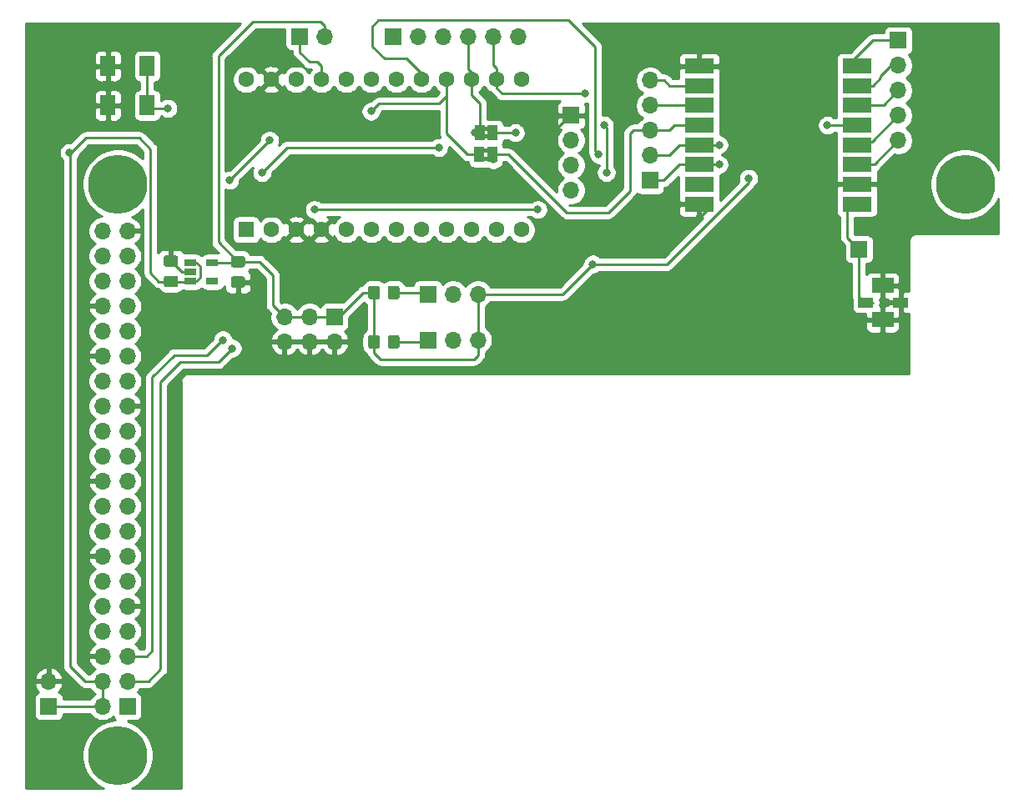
<source format=gbr>
%TF.GenerationSoftware,KiCad,Pcbnew,(5.1.10)-1*%
%TF.CreationDate,2022-01-27T16:25:42+08:00*%
%TF.ProjectId,hat,6861742e-6b69-4636-9164-5f7063625858,rev?*%
%TF.SameCoordinates,Original*%
%TF.FileFunction,Copper,L1,Top*%
%TF.FilePolarity,Positive*%
%FSLAX46Y46*%
G04 Gerber Fmt 4.6, Leading zero omitted, Abs format (unit mm)*
G04 Created by KiCad (PCBNEW (5.1.10)-1) date 2022-01-27 16:25:42*
%MOMM*%
%LPD*%
G01*
G04 APERTURE LIST*
%TA.AperFunction,EtchedComponent*%
%ADD10C,0.100000*%
%TD*%
%TA.AperFunction,SMDPad,CuDef*%
%ADD11R,1.524000X2.000000*%
%TD*%
%TA.AperFunction,SMDPad,CuDef*%
%ADD12R,3.000000X1.524000*%
%TD*%
%TA.AperFunction,ConnectorPad*%
%ADD13R,3.000000X1.524000*%
%TD*%
%TA.AperFunction,ComponentPad*%
%ADD14C,1.600000*%
%TD*%
%TA.AperFunction,ComponentPad*%
%ADD15R,1.600000X1.600000*%
%TD*%
%TA.AperFunction,ComponentPad*%
%ADD16C,6.000000*%
%TD*%
%TA.AperFunction,SMDPad,CuDef*%
%ADD17R,1.260000X0.650000*%
%TD*%
%TA.AperFunction,SMDPad,CuDef*%
%ADD18R,2.200000X1.550000*%
%TD*%
%TA.AperFunction,SMDPad,CuDef*%
%ADD19R,1.500000X1.000000*%
%TD*%
%TA.AperFunction,ComponentPad*%
%ADD20O,1.700000X1.700000*%
%TD*%
%TA.AperFunction,ComponentPad*%
%ADD21R,1.700000X1.700000*%
%TD*%
%TA.AperFunction,SMDPad,CuDef*%
%ADD22R,1.000000X1.500000*%
%TD*%
%TA.AperFunction,ViaPad*%
%ADD23C,0.800000*%
%TD*%
%TA.AperFunction,Conductor*%
%ADD24C,0.250000*%
%TD*%
%TA.AperFunction,Conductor*%
%ADD25C,0.254000*%
%TD*%
%TA.AperFunction,Conductor*%
%ADD26C,0.100000*%
%TD*%
G04 APERTURE END LIST*
D10*
%TO.C,JP11*%
G36*
X137150000Y-71970000D02*
G01*
X137650000Y-71970000D01*
X137650000Y-72370000D01*
X137150000Y-72370000D01*
X137150000Y-71970000D01*
G37*
G36*
X137150000Y-71170000D02*
G01*
X137650000Y-71170000D01*
X137650000Y-71570000D01*
X137150000Y-71570000D01*
X137150000Y-71170000D01*
G37*
%TO.C,JP10*%
G36*
X137100000Y-74200000D02*
G01*
X137600000Y-74200000D01*
X137600000Y-74600000D01*
X137100000Y-74600000D01*
X137100000Y-74200000D01*
G37*
G36*
X137100000Y-73400000D02*
G01*
X137600000Y-73400000D01*
X137600000Y-73800000D01*
X137100000Y-73800000D01*
X137100000Y-73400000D01*
G37*
%TD*%
D11*
%TO.P,SW1,1*%
%TO.N,Net-(SW1-Pad1)*%
X103000000Y-69000000D03*
%TO.P,SW1,2*%
%TO.N,GND*%
X99000000Y-69000000D03*
X99000000Y-65000000D03*
%TO.P,SW1,1*%
%TO.N,Net-(SW1-Pad1)*%
X103000000Y-65000000D03*
%TD*%
D12*
%TO.P,U1,9*%
%TO.N,Net-(J2-Pad1)*%
X175000000Y-79000000D03*
%TO.P,U1,10*%
%TO.N,GND*%
X175000000Y-77000000D03*
%TO.P,U1,11*%
%TO.N,/DIO3*%
X175000000Y-75000000D03*
%TO.P,U1,12*%
%TO.N,/DIO4*%
X175000000Y-73000000D03*
%TO.P,U1,13*%
%TO.N,3.3V*%
X175000000Y-71000000D03*
%TO.P,U1,14*%
%TO.N,/DIO0*%
X175000000Y-69000000D03*
%TO.P,U1,15*%
%TO.N,/DIO1*%
X175000000Y-67000000D03*
%TO.P,U1,16*%
%TO.N,/DIO2*%
X175000000Y-65000000D03*
%TO.P,U1,8*%
%TO.N,GND*%
X159000000Y-79000000D03*
%TO.P,U1,7*%
%TO.N,/DIO5*%
X159000000Y-77000000D03*
D13*
%TO.P,U1,6*%
%TO.N,/RFM_RST*%
X159000000Y-75000000D03*
D12*
%TO.P,U1,5*%
%TO.N,/RFM_CS*%
X159000000Y-73000000D03*
%TO.P,U1,4*%
%TO.N,/RFM_SCK*%
X159000000Y-71000000D03*
%TO.P,U1,3*%
%TO.N,/RFM_MOSI*%
X159000000Y-69000000D03*
%TO.P,U1,2*%
%TO.N,/RFM_MISO*%
X159000000Y-67000000D03*
%TO.P,U1,1*%
%TO.N,GND*%
X159000000Y-65000000D03*
%TD*%
D14*
%TO.P,U3,24*%
%TO.N,Net-(U3-Pad24)*%
X113030000Y-66380000D03*
%TO.P,U3,23*%
%TO.N,GND*%
X115570000Y-66380000D03*
%TO.P,U3,22*%
%TO.N,Net-(SW1-Pad1)*%
X118110000Y-66380000D03*
%TO.P,U3,21*%
%TO.N,/MCU_3.3V*%
X120650000Y-66380000D03*
%TO.P,U3,20*%
%TO.N,Net-(U3-Pad20)*%
X123190000Y-66380000D03*
%TO.P,U3,19*%
%TO.N,Net-(U3-Pad19)*%
X125730000Y-66380000D03*
%TO.P,U3,18*%
%TO.N,/OPT_RST*%
X128270000Y-66380000D03*
%TO.P,U3,17*%
%TO.N,/MCU_CS*%
X130810000Y-66380000D03*
%TO.P,U3,16*%
%TO.N,/MCU_SCK*%
X133350000Y-66380000D03*
%TO.P,U3,15*%
%TO.N,/MCU_MISO*%
X135890000Y-66380000D03*
%TO.P,U3,14*%
%TO.N,/MCU_MOSI*%
X138430000Y-66380000D03*
%TO.P,U3,13*%
%TO.N,Net-(U3-Pad13)*%
X140970000Y-66380000D03*
%TO.P,U3,12*%
%TO.N,Net-(U3-Pad12)*%
X140970000Y-81620000D03*
%TO.P,U3,11*%
%TO.N,Net-(U3-Pad11)*%
X138430000Y-81620000D03*
%TO.P,U3,10*%
%TO.N,Net-(U3-Pad10)*%
X135890000Y-81620000D03*
%TO.P,U3,9*%
%TO.N,Net-(U3-Pad9)*%
X133350000Y-81620000D03*
%TO.P,U3,8*%
%TO.N,Net-(U3-Pad8)*%
X130810000Y-81620000D03*
%TO.P,U3,7*%
%TO.N,Net-(U3-Pad7)*%
X128270000Y-81620000D03*
%TO.P,U3,6*%
%TO.N,/MCU_SCL*%
X125730000Y-81620000D03*
%TO.P,U3,5*%
%TO.N,/MCU_SDA*%
X123190000Y-81620000D03*
%TO.P,U3,4*%
%TO.N,GND*%
X120650000Y-81620000D03*
%TO.P,U3,3*%
X118110000Y-81620000D03*
%TO.P,U3,2*%
%TO.N,Net-(U3-Pad2)*%
X115570000Y-81620000D03*
D15*
%TO.P,U3,1*%
%TO.N,Net-(U3-Pad1)*%
X113030000Y-81620000D03*
%TD*%
%TO.P,C4,2*%
%TO.N,GND*%
%TA.AperFunction,SMDPad,CuDef*%
G36*
G01*
X111725000Y-86350000D02*
X112675000Y-86350000D01*
G75*
G02*
X112925000Y-86600000I0J-250000D01*
G01*
X112925000Y-87275000D01*
G75*
G02*
X112675000Y-87525000I-250000J0D01*
G01*
X111725000Y-87525000D01*
G75*
G02*
X111475000Y-87275000I0J250000D01*
G01*
X111475000Y-86600000D01*
G75*
G02*
X111725000Y-86350000I250000J0D01*
G01*
G37*
%TD.AperFunction*%
%TO.P,C4,1*%
%TO.N,3.3V*%
%TA.AperFunction,SMDPad,CuDef*%
G36*
G01*
X111725000Y-84275000D02*
X112675000Y-84275000D01*
G75*
G02*
X112925000Y-84525000I0J-250000D01*
G01*
X112925000Y-85200000D01*
G75*
G02*
X112675000Y-85450000I-250000J0D01*
G01*
X111725000Y-85450000D01*
G75*
G02*
X111475000Y-85200000I0J250000D01*
G01*
X111475000Y-84525000D01*
G75*
G02*
X111725000Y-84275000I250000J0D01*
G01*
G37*
%TD.AperFunction*%
%TD*%
%TO.P,C3,2*%
%TO.N,GND*%
%TA.AperFunction,SMDPad,CuDef*%
G36*
G01*
X105875000Y-85387500D02*
X104925000Y-85387500D01*
G75*
G02*
X104675000Y-85137500I0J250000D01*
G01*
X104675000Y-84462500D01*
G75*
G02*
X104925000Y-84212500I250000J0D01*
G01*
X105875000Y-84212500D01*
G75*
G02*
X106125000Y-84462500I0J-250000D01*
G01*
X106125000Y-85137500D01*
G75*
G02*
X105875000Y-85387500I-250000J0D01*
G01*
G37*
%TD.AperFunction*%
%TO.P,C3,1*%
%TO.N,5V*%
%TA.AperFunction,SMDPad,CuDef*%
G36*
G01*
X105875000Y-87462500D02*
X104925000Y-87462500D01*
G75*
G02*
X104675000Y-87212500I0J250000D01*
G01*
X104675000Y-86537500D01*
G75*
G02*
X104925000Y-86287500I250000J0D01*
G01*
X105875000Y-86287500D01*
G75*
G02*
X106125000Y-86537500I0J-250000D01*
G01*
X106125000Y-87212500D01*
G75*
G02*
X105875000Y-87462500I-250000J0D01*
G01*
G37*
%TD.AperFunction*%
%TD*%
%TO.P,R3,2*%
%TO.N,Net-(R3-Pad2)*%
%TA.AperFunction,SMDPad,CuDef*%
G36*
G01*
X127400000Y-88450001D02*
X127400000Y-87549999D01*
G75*
G02*
X127649999Y-87300000I249999J0D01*
G01*
X128350001Y-87300000D01*
G75*
G02*
X128600000Y-87549999I0J-249999D01*
G01*
X128600000Y-88450001D01*
G75*
G02*
X128350001Y-88700000I-249999J0D01*
G01*
X127649999Y-88700000D01*
G75*
G02*
X127400000Y-88450001I0J249999D01*
G01*
G37*
%TD.AperFunction*%
%TO.P,R3,1*%
%TO.N,3.3V*%
%TA.AperFunction,SMDPad,CuDef*%
G36*
G01*
X125400000Y-88450001D02*
X125400000Y-87549999D01*
G75*
G02*
X125649999Y-87300000I249999J0D01*
G01*
X126350001Y-87300000D01*
G75*
G02*
X126600000Y-87549999I0J-249999D01*
G01*
X126600000Y-88450001D01*
G75*
G02*
X126350001Y-88700000I-249999J0D01*
G01*
X125649999Y-88700000D01*
G75*
G02*
X125400000Y-88450001I0J249999D01*
G01*
G37*
%TD.AperFunction*%
%TD*%
%TO.P,R4,2*%
%TO.N,Net-(R4-Pad2)*%
%TA.AperFunction,SMDPad,CuDef*%
G36*
G01*
X127400000Y-93450001D02*
X127400000Y-92549999D01*
G75*
G02*
X127649999Y-92300000I249999J0D01*
G01*
X128350001Y-92300000D01*
G75*
G02*
X128600000Y-92549999I0J-249999D01*
G01*
X128600000Y-93450001D01*
G75*
G02*
X128350001Y-93700000I-249999J0D01*
G01*
X127649999Y-93700000D01*
G75*
G02*
X127400000Y-93450001I0J249999D01*
G01*
G37*
%TD.AperFunction*%
%TO.P,R4,1*%
%TO.N,3.3V*%
%TA.AperFunction,SMDPad,CuDef*%
G36*
G01*
X125400000Y-93450001D02*
X125400000Y-92549999D01*
G75*
G02*
X125649999Y-92300000I249999J0D01*
G01*
X126350001Y-92300000D01*
G75*
G02*
X126600000Y-92549999I0J-249999D01*
G01*
X126600000Y-93450001D01*
G75*
G02*
X126350001Y-93700000I-249999J0D01*
G01*
X125649999Y-93700000D01*
G75*
G02*
X125400000Y-93450001I0J249999D01*
G01*
G37*
%TD.AperFunction*%
%TD*%
D16*
%TO.P,H3,1*%
%TO.N,Net-(H3-Pad1)*%
X186000000Y-77000000D03*
%TD*%
D17*
%TO.P,U4,5*%
%TO.N,3.3V*%
X109600000Y-84950000D03*
%TO.P,U4,4*%
%TO.N,Net-(U4-Pad4)*%
X109600000Y-86850000D03*
%TO.P,U4,3*%
%TO.N,5V*%
X107400000Y-86850000D03*
%TO.P,U4,2*%
%TO.N,GND*%
X107400000Y-85900000D03*
%TO.P,U4,1*%
%TO.N,5V*%
X107400000Y-84950000D03*
%TD*%
D18*
%TO.P,U2,4*%
%TO.N,GND*%
X177600000Y-90725000D03*
D19*
%TO.P,U2,3*%
X179450000Y-89000000D03*
D18*
%TO.P,U2,2*%
X177600000Y-87275000D03*
D19*
%TO.P,U2,1*%
%TO.N,Net-(J2-Pad1)*%
X175850000Y-89000000D03*
%TD*%
D20*
%TO.P,SPI_PORT1,6*%
%TO.N,/MCU_SCK*%
X140620000Y-62000000D03*
%TO.P,SPI_PORT1,5*%
%TO.N,/MCU_MOSI*%
X138080000Y-62000000D03*
%TO.P,SPI_PORT1,4*%
%TO.N,/MCU_MISO*%
X135540000Y-62000000D03*
%TO.P,SPI_PORT1,3*%
%TO.N,/OPT_RST*%
X133000000Y-62000000D03*
%TO.P,SPI_PORT1,2*%
%TO.N,/SPI_PORT_RST*%
X130460000Y-62000000D03*
D21*
%TO.P,SPI_PORT1,1*%
%TO.N,5V*%
X127920000Y-62000000D03*
%TD*%
D20*
%TO.P,SDA_PU1,3*%
%TO.N,3.3V*%
X136550000Y-88150000D03*
%TO.P,SDA_PU1,2*%
%TO.N,/SDA*%
X134010000Y-88150000D03*
D21*
%TO.P,SDA_PU1,1*%
%TO.N,Net-(R3-Pad2)*%
X131470000Y-88150000D03*
%TD*%
D20*
%TO.P,SCL_PU1,3*%
%TO.N,3.3V*%
X136550000Y-92800000D03*
%TO.P,SCL_PU1,2*%
%TO.N,/SCL*%
X134010000Y-92800000D03*
D21*
%TO.P,SCL_PU1,1*%
%TO.N,Net-(R4-Pad2)*%
X131470000Y-92800000D03*
%TD*%
D22*
%TO.P,JP11,2*%
%TO.N,/RFM_MISO*%
X138050000Y-71770000D03*
%TO.P,JP11,1*%
%TO.N,/MCU_MISO*%
X136750000Y-71770000D03*
%TD*%
%TO.P,JP10,2*%
%TO.N,/RFM_SCK*%
X138000000Y-74000000D03*
%TO.P,JP10,1*%
%TO.N,/MCU_SCK*%
X136700000Y-74000000D03*
%TD*%
D20*
%TO.P,J6,5*%
%TO.N,/RFM_MISO*%
X154000000Y-66460000D03*
%TO.P,J6,4*%
%TO.N,/RFM_MOSI*%
X154000000Y-69000000D03*
%TO.P,J6,3*%
%TO.N,/RFM_SCK*%
X154000000Y-71540000D03*
%TO.P,J6,2*%
%TO.N,/RFM_CS*%
X154000000Y-74080000D03*
D21*
%TO.P,J6,1*%
%TO.N,/RFM_RST*%
X154000000Y-76620000D03*
%TD*%
D20*
%TO.P,J5,5*%
%TO.N,/DIO3*%
X179200000Y-72560000D03*
%TO.P,J5,4*%
%TO.N,/DIO4*%
X179200000Y-70020000D03*
%TO.P,J5,3*%
%TO.N,/DIO0*%
X179200000Y-67480000D03*
%TO.P,J5,2*%
%TO.N,/DIO1*%
X179200000Y-64940000D03*
D21*
%TO.P,J5,1*%
%TO.N,/DIO2*%
X179200000Y-62400000D03*
%TD*%
D20*
%TO.P,J4,6*%
%TO.N,GND*%
X116920000Y-93000000D03*
%TO.P,J4,5*%
%TO.N,3.3V*%
X116920000Y-90460000D03*
%TO.P,J4,4*%
%TO.N,GND*%
X119460000Y-93000000D03*
%TO.P,J4,3*%
%TO.N,3.3V*%
X119460000Y-90460000D03*
%TO.P,J4,2*%
%TO.N,GND*%
X122000000Y-93000000D03*
D21*
%TO.P,J4,1*%
%TO.N,3.3V*%
X122000000Y-90460000D03*
%TD*%
D20*
%TO.P,J3,2*%
%TO.N,3.3V*%
X121000000Y-62000000D03*
D21*
%TO.P,J3,1*%
%TO.N,/MCU_3.3V*%
X118460000Y-62000000D03*
%TD*%
%TO.P,J2,1*%
%TO.N,Net-(J2-Pad1)*%
X175200000Y-83600000D03*
%TD*%
D20*
%TO.P,J1,40*%
%TO.N,/GPIO21*%
X98460000Y-81740000D03*
%TO.P,J1,39*%
%TO.N,GND*%
X101000000Y-81740000D03*
%TO.P,J1,38*%
%TO.N,/GPIO20*%
X98460000Y-84280000D03*
%TO.P,J1,37*%
%TO.N,/GPIO26*%
X101000000Y-84280000D03*
%TO.P,J1,36*%
%TO.N,/GPIO16*%
X98460000Y-86820000D03*
%TO.P,J1,35*%
%TO.N,/GPIO19*%
X101000000Y-86820000D03*
%TO.P,J1,34*%
%TO.N,GND*%
X98460000Y-89360000D03*
%TO.P,J1,33*%
%TO.N,/GPIO13*%
X101000000Y-89360000D03*
%TO.P,J1,32*%
%TO.N,/GPIO12*%
X98460000Y-91900000D03*
%TO.P,J1,31*%
%TO.N,/GPIO6*%
X101000000Y-91900000D03*
%TO.P,J1,30*%
%TO.N,GND*%
X98460000Y-94440000D03*
%TO.P,J1,29*%
%TO.N,/GPIO5*%
X101000000Y-94440000D03*
%TO.P,J1,28*%
%TO.N,/GPIO1*%
X98460000Y-96980000D03*
%TO.P,J1,27*%
%TO.N,/GPIO0*%
X101000000Y-96980000D03*
%TO.P,J1,26*%
%TO.N,/GPIO7*%
X98460000Y-99520000D03*
%TO.P,J1,25*%
%TO.N,GND*%
X101000000Y-99520000D03*
%TO.P,J1,24*%
%TO.N,/GPIO8*%
X98460000Y-102060000D03*
%TO.P,J1,23*%
%TO.N,/PI_SCK*%
X101000000Y-102060000D03*
%TO.P,J1,22*%
%TO.N,/GPIO25*%
X98460000Y-104600000D03*
%TO.P,J1,21*%
%TO.N,/PI_MISO*%
X101000000Y-104600000D03*
%TO.P,J1,20*%
%TO.N,GND*%
X98460000Y-107140000D03*
%TO.P,J1,19*%
%TO.N,/PI_MOSI*%
X101000000Y-107140000D03*
%TO.P,J1,18*%
%TO.N,/GPIO24*%
X98460000Y-109680000D03*
%TO.P,J1,17*%
%TO.N,/PI_3.3V*%
X101000000Y-109680000D03*
%TO.P,J1,16*%
%TO.N,/GPIO23*%
X98460000Y-112220000D03*
%TO.P,J1,15*%
%TO.N,/GPIO22*%
X101000000Y-112220000D03*
%TO.P,J1,14*%
%TO.N,GND*%
X98460000Y-114760000D03*
%TO.P,J1,13*%
%TO.N,/GPIO27*%
X101000000Y-114760000D03*
%TO.P,J1,12*%
%TO.N,/GPIO18*%
X98460000Y-117300000D03*
%TO.P,J1,11*%
%TO.N,/GPIO17*%
X101000000Y-117300000D03*
%TO.P,J1,10*%
%TO.N,/GPIO15*%
X98460000Y-119840000D03*
%TO.P,J1,9*%
%TO.N,GND*%
X101000000Y-119840000D03*
%TO.P,J1,8*%
%TO.N,/GPIO14*%
X98460000Y-122380000D03*
%TO.P,J1,7*%
%TO.N,/GPIO4*%
X101000000Y-122380000D03*
%TO.P,J1,6*%
%TO.N,GND*%
X98460000Y-124920000D03*
%TO.P,J1,5*%
%TO.N,/PI_SCL*%
X101000000Y-124920000D03*
%TO.P,J1,4*%
%TO.N,5V*%
X98460000Y-127460000D03*
%TO.P,J1,3*%
%TO.N,/PI_SDA*%
X101000000Y-127460000D03*
%TO.P,J1,2*%
%TO.N,5V*%
X98460000Y-130000000D03*
D21*
%TO.P,J1,1*%
%TO.N,/PI_3.3V*%
X101000000Y-130000000D03*
%TD*%
D20*
%TO.P,I2C_PORT1,4*%
%TO.N,/SDA*%
X146000000Y-77620000D03*
%TO.P,I2C_PORT1,3*%
%TO.N,/SCL*%
X146000000Y-75080000D03*
%TO.P,I2C_PORT1,2*%
%TO.N,3.3V*%
X146000000Y-72540000D03*
D21*
%TO.P,I2C_PORT1,1*%
%TO.N,GND*%
X146000000Y-70000000D03*
%TD*%
D16*
%TO.P,H2,1*%
%TO.N,Net-(H2-Pad1)*%
X100000000Y-77000000D03*
%TD*%
%TO.P,H1,1*%
%TO.N,Net-(H1-Pad1)*%
X100000000Y-135000000D03*
%TD*%
D20*
%TO.P,FAN1,2*%
%TO.N,GND*%
X93000000Y-127460000D03*
D21*
%TO.P,FAN1,1*%
%TO.N,5V*%
X93000000Y-130000000D03*
%TD*%
D23*
%TO.N,GND*%
X143740000Y-76580000D03*
X159000000Y-80400000D03*
X171500000Y-77000000D03*
%TO.N,3.3V*%
X148200000Y-85110000D03*
X164000000Y-76400000D03*
X172000000Y-71000000D03*
%TO.N,5V*%
X95100000Y-73800000D03*
%TO.N,/SDA*%
X119960000Y-79570000D03*
X142610000Y-79570000D03*
%TO.N,/PI_SCL*%
X110660000Y-92800000D03*
%TO.N,/PI_SDA*%
X111620000Y-93650000D03*
%TO.N,/RFM_MISO*%
X114630000Y-75810000D03*
X132570000Y-73270000D03*
X140350000Y-71770000D03*
%TO.N,/RFM_MOSI*%
X160000000Y-69000000D03*
%TO.N,/RFM_SCK*%
X138093548Y-74498854D03*
%TO.N,/RFM_CS*%
X161000000Y-73000000D03*
%TO.N,/RFM_RST*%
X161000000Y-75000000D03*
%TO.N,/MCU_MOSI*%
X149580000Y-75810000D03*
X149350000Y-71000000D03*
X147400000Y-67800000D03*
%TO.N,/MCU_MISO*%
X111362653Y-76605000D03*
X115405001Y-72544999D03*
X136200000Y-71800000D03*
%TO.N,/MCU_SCK*%
X125700000Y-69600000D03*
%TO.N,/MCU_CS*%
X148800000Y-74000000D03*
%TO.N,Net-(SW1-Pad1)*%
X105100000Y-69300000D03*
%TD*%
D24*
%TO.N,GND*%
X145850000Y-70000000D02*
X143260000Y-72590000D01*
X146000000Y-70000000D02*
X145850000Y-70000000D01*
X160000000Y-79000000D02*
X160000000Y-79610000D01*
X143260000Y-76100000D02*
X143740000Y-76580000D01*
X143260000Y-72590000D02*
X143260000Y-76100000D01*
X114400000Y-93000000D02*
X116920000Y-93000000D01*
X160000000Y-79400000D02*
X159000000Y-80400000D01*
X160000000Y-79000000D02*
X160000000Y-79400000D01*
X171500000Y-77000000D02*
X174000000Y-77000000D01*
X106500000Y-85900000D02*
X105400000Y-84800000D01*
X107400000Y-85900000D02*
X106500000Y-85900000D01*
%TO.N,3.3V*%
X136550000Y-88150000D02*
X136550000Y-92800000D01*
X136550000Y-92800000D02*
X136550000Y-94350000D01*
X136550000Y-94350000D02*
X136150000Y-94750000D01*
X136150000Y-94750000D02*
X126660000Y-94750000D01*
X126000000Y-94090000D02*
X126000000Y-93000000D01*
X126660000Y-94750000D02*
X126000000Y-94090000D01*
X126000000Y-93000000D02*
X126000000Y-88000000D01*
X122000000Y-90460000D02*
X122470000Y-90460000D01*
X124930000Y-88000000D02*
X126000000Y-88000000D01*
X122470000Y-90460000D02*
X124930000Y-88000000D01*
X122000000Y-90460000D02*
X119460000Y-90460000D01*
X119460000Y-90460000D02*
X116920000Y-90460000D01*
X116920000Y-90460000D02*
X115720000Y-89260000D01*
X145160000Y-88150000D02*
X136550000Y-88150000D01*
X148200000Y-85110000D02*
X145160000Y-88150000D01*
X155737002Y-85110000D02*
X148200000Y-85110000D01*
X164000000Y-76847002D02*
X155737002Y-85110000D01*
X121000000Y-62000000D02*
X121000000Y-61400000D01*
X164000000Y-76847002D02*
X164000000Y-76400000D01*
X172000000Y-71000000D02*
X174000000Y-71000000D01*
X112112500Y-84950000D02*
X112200000Y-84862500D01*
X109800000Y-84950000D02*
X112112500Y-84950000D01*
X112200000Y-84862500D02*
X114362500Y-84862500D01*
X115720000Y-86220000D02*
X115720000Y-89260000D01*
X114362500Y-84862500D02*
X115720000Y-86220000D01*
X112200000Y-84862500D02*
X110200000Y-82862500D01*
X110200000Y-64000000D02*
X113700000Y-60500000D01*
X110200000Y-67100000D02*
X110200000Y-64000000D01*
X110200000Y-82862500D02*
X110200000Y-67100000D01*
X110200000Y-67100000D02*
X110200000Y-66875000D01*
X113700000Y-60500000D02*
X120600000Y-60500000D01*
X121000000Y-60900000D02*
X121000000Y-62000000D01*
X120600000Y-60500000D02*
X121000000Y-60900000D01*
%TO.N,5V*%
X98460000Y-127460000D02*
X98460000Y-130000000D01*
X98460000Y-130000000D02*
X93000000Y-130000000D01*
X107575000Y-86875000D02*
X107600000Y-86850000D01*
X105400000Y-86875000D02*
X107575000Y-86875000D01*
X103325001Y-86025001D02*
X104175000Y-86875000D01*
X103325001Y-73425001D02*
X103325001Y-86025001D01*
X96750000Y-72300000D02*
X102200000Y-72300000D01*
X102200000Y-72300000D02*
X103325001Y-73425001D01*
X95180000Y-73870000D02*
X96750000Y-72300000D01*
X104175000Y-86875000D02*
X105400000Y-86875000D01*
X96680000Y-127460000D02*
X95180000Y-125960000D01*
X95180000Y-125960000D02*
X95180000Y-73870000D01*
X98460000Y-127460000D02*
X96680000Y-127460000D01*
X107990002Y-84950000D02*
X107400000Y-84950000D01*
X108355001Y-85314999D02*
X107990002Y-84950000D01*
X108355001Y-86485001D02*
X108355001Y-85314999D01*
X107990002Y-86850000D02*
X108355001Y-86485001D01*
X107400000Y-86850000D02*
X107990002Y-86850000D01*
%TO.N,/SDA*%
X140585002Y-79570000D02*
X142610000Y-79570000D01*
X119960000Y-79570000D02*
X140585002Y-79570000D01*
%TO.N,/SCL*%
X145720000Y-75360000D02*
X146000000Y-75080000D01*
%TO.N,/PI_SCL*%
X101000000Y-124920000D02*
X102930000Y-124920000D01*
X102930000Y-124920000D02*
X103480000Y-124370000D01*
X103480000Y-124370000D02*
X103480000Y-96600000D01*
X103480000Y-96600000D02*
X105730000Y-94350000D01*
X105730000Y-94350000D02*
X109070000Y-94350000D01*
X109070000Y-94350000D02*
X109080000Y-94350000D01*
X110620000Y-92800000D02*
X110660000Y-92800000D01*
X109070000Y-94350000D02*
X110620000Y-92800000D01*
%TO.N,/PI_SDA*%
X109795306Y-95060000D02*
X106380000Y-95060000D01*
X106380000Y-95060000D02*
X104330000Y-97110000D01*
X104330000Y-97110000D02*
X104330000Y-126240000D01*
X103110000Y-127460000D02*
X101000000Y-127460000D01*
X104330000Y-126240000D02*
X103110000Y-127460000D01*
X109795306Y-95060000D02*
X110210000Y-95060000D01*
X110210000Y-95060000D02*
X111620000Y-93650000D01*
%TO.N,Net-(J2-Pad1)*%
X174000000Y-79000000D02*
X176000000Y-79000000D01*
X174000000Y-82400000D02*
X175200000Y-83600000D01*
X174000000Y-79000000D02*
X174000000Y-82400000D01*
X175200000Y-83600000D02*
X175200000Y-88400000D01*
X175800000Y-89000000D02*
X176600000Y-89000000D01*
X175200000Y-88400000D02*
X175800000Y-89000000D01*
%TO.N,/MCU_3.3V*%
X118460000Y-62000000D02*
X118460000Y-63610000D01*
X118460000Y-63610000D02*
X119440000Y-64590000D01*
X119440000Y-64590000D02*
X120220000Y-64590000D01*
X120650000Y-65020000D02*
X120650000Y-66380000D01*
X120220000Y-64590000D02*
X120650000Y-65020000D01*
%TO.N,/DIO3*%
X176760000Y-75000000D02*
X179200000Y-72560000D01*
X174000000Y-75000000D02*
X176760000Y-75000000D01*
%TO.N,/DIO4*%
X176538205Y-72681795D02*
X174318205Y-72681795D01*
X179200000Y-70020000D02*
X176538205Y-72681795D01*
%TO.N,/DIO0*%
X177680000Y-69000000D02*
X179200000Y-67480000D01*
X174000000Y-69000000D02*
X177680000Y-69000000D01*
%TO.N,/DIO1*%
X174000000Y-67000000D02*
X176600000Y-67000000D01*
X176600000Y-67000000D02*
X177400000Y-66200000D01*
X177400000Y-66200000D02*
X177400000Y-66000000D01*
X178460000Y-64940000D02*
X179200000Y-64940000D01*
X177400000Y-66000000D02*
X178460000Y-64940000D01*
%TO.N,/DIO2*%
X176600000Y-62400000D02*
X179200000Y-62400000D01*
X174000000Y-65000000D02*
X176600000Y-62400000D01*
%TO.N,/RFM_MISO*%
X160000000Y-67000000D02*
X156000000Y-67000000D01*
X155460000Y-66460000D02*
X154000000Y-66460000D01*
X156000000Y-67000000D02*
X155460000Y-66460000D01*
X117170000Y-73270000D02*
X132570000Y-73270000D01*
X114630000Y-75810000D02*
X117170000Y-73270000D01*
X140350000Y-71770000D02*
X140600000Y-71770000D01*
X138050000Y-71770000D02*
X140350000Y-71770000D01*
X140230000Y-71770000D02*
X138050000Y-71770000D01*
%TO.N,/RFM_MOSI*%
X160000000Y-69000000D02*
X154000000Y-69000000D01*
%TO.N,/RFM_SCK*%
X160000000Y-71000000D02*
X156500000Y-71000000D01*
X155960000Y-71540000D02*
X154000000Y-71540000D01*
X156500000Y-71000000D02*
X155960000Y-71540000D01*
X139660000Y-74000000D02*
X138000000Y-74000000D01*
X145540000Y-79880000D02*
X139660000Y-74000000D01*
X147770000Y-79880000D02*
X147530000Y-79880000D01*
X147530000Y-79880000D02*
X145540000Y-79880000D01*
X152290000Y-71540000D02*
X154000000Y-71540000D01*
X151980000Y-71850000D02*
X152290000Y-71540000D01*
X149750000Y-79880000D02*
X151980000Y-77650000D01*
X151980000Y-77650000D02*
X151980000Y-71850000D01*
X147530000Y-79880000D02*
X149750000Y-79880000D01*
%TO.N,/RFM_CS*%
X154000000Y-74080000D02*
X155920000Y-74080000D01*
X157000000Y-73000000D02*
X160000000Y-73000000D01*
X155920000Y-74080000D02*
X157000000Y-73000000D01*
X161000000Y-73000000D02*
X160000000Y-73000000D01*
%TO.N,/RFM_RST*%
X160000000Y-75000000D02*
X157000000Y-75000000D01*
X155380000Y-76620000D02*
X154000000Y-76620000D01*
X157000000Y-75000000D02*
X155380000Y-76620000D01*
X154000000Y-76620000D02*
X154000000Y-76660000D01*
X161000000Y-75000000D02*
X160000000Y-75000000D01*
%TO.N,/MCU_MOSI*%
X149580000Y-71230000D02*
X149350000Y-71000000D01*
X149580000Y-75810000D02*
X149580000Y-71230000D01*
X138080000Y-62000000D02*
X138080000Y-64880000D01*
X138430000Y-65230000D02*
X138430000Y-66380000D01*
X138080000Y-64880000D02*
X138430000Y-65230000D01*
X138430000Y-66380000D02*
X138430000Y-67230000D01*
X139000000Y-67800000D02*
X147400000Y-67800000D01*
X138430000Y-67230000D02*
X139000000Y-67800000D01*
%TO.N,/MCU_MISO*%
X136750000Y-71770000D02*
X136750000Y-68770000D01*
X135890000Y-67910000D02*
X135890000Y-66380000D01*
X136750000Y-68770000D02*
X135890000Y-67910000D01*
X111360000Y-76590000D02*
X115405001Y-72544999D01*
X135540000Y-62000000D02*
X135540000Y-65340000D01*
X135890000Y-65690000D02*
X135890000Y-66380000D01*
X135540000Y-65340000D02*
X135890000Y-65690000D01*
X136430000Y-71770000D02*
X136400000Y-71800000D01*
X136750000Y-71770000D02*
X136430000Y-71770000D01*
X136720000Y-71800000D02*
X136750000Y-71770000D01*
X136200000Y-71800000D02*
X136720000Y-71800000D01*
%TO.N,/MCU_SCK*%
X136700000Y-74000000D02*
X135510000Y-74000000D01*
X133350000Y-71840000D02*
X133350000Y-66380000D01*
X135510000Y-74000000D02*
X133350000Y-71840000D01*
X133350000Y-66380000D02*
X133350000Y-68050000D01*
X133350000Y-68050000D02*
X132610000Y-68790000D01*
X126510000Y-68790000D02*
X132610000Y-68790000D01*
X125700000Y-69600000D02*
X126510000Y-68790000D01*
%TO.N,/MCU_CS*%
X148400000Y-73600000D02*
X148800000Y-74000000D01*
X148400000Y-63000000D02*
X148400000Y-73600000D01*
X145750010Y-60350010D02*
X148400000Y-63000000D01*
X125800000Y-61000000D02*
X126449990Y-60350010D01*
X125800000Y-63000000D02*
X125800000Y-61000000D01*
X127064999Y-64264999D02*
X125800000Y-63000000D01*
X129284999Y-64264999D02*
X127064999Y-64264999D01*
X130810000Y-65790000D02*
X129284999Y-64264999D01*
X126449990Y-60350010D02*
X145750010Y-60350010D01*
X130810000Y-66380000D02*
X130810000Y-65790000D01*
%TO.N,Net-(R3-Pad2)*%
X131320000Y-88000000D02*
X131470000Y-88150000D01*
X128000000Y-88000000D02*
X131320000Y-88000000D01*
%TO.N,Net-(R4-Pad2)*%
X131270000Y-93000000D02*
X131470000Y-92800000D01*
X128000000Y-93000000D02*
X131270000Y-93000000D01*
%TO.N,Net-(SW1-Pad1)*%
X103250000Y-64750000D02*
X103000000Y-65000000D01*
X103300000Y-69300000D02*
X103000000Y-69000000D01*
X105100000Y-69300000D02*
X103300000Y-69300000D01*
X103000000Y-69000000D02*
X103000000Y-65000000D01*
%TD*%
D25*
%TO.N,GND*%
X109688998Y-63436201D02*
X109660000Y-63459999D01*
X109636202Y-63488997D01*
X109636201Y-63488998D01*
X109565026Y-63575724D01*
X109494454Y-63707754D01*
X109470560Y-63786525D01*
X109454037Y-63840998D01*
X109450998Y-63851015D01*
X109436324Y-64000000D01*
X109440001Y-64037332D01*
X109440000Y-67137332D01*
X109440001Y-67137342D01*
X109440000Y-82825178D01*
X109436324Y-82862500D01*
X109440000Y-82899822D01*
X109440000Y-82899832D01*
X109450997Y-83011485D01*
X109489662Y-83138948D01*
X109494454Y-83154746D01*
X109565026Y-83286776D01*
X109603120Y-83333193D01*
X109659999Y-83402501D01*
X109689003Y-83426304D01*
X110251771Y-83989072D01*
X110230000Y-83986928D01*
X108970000Y-83986928D01*
X108845518Y-83999188D01*
X108725820Y-84035498D01*
X108615506Y-84094463D01*
X108518815Y-84173815D01*
X108500000Y-84196741D01*
X108481185Y-84173815D01*
X108384494Y-84094463D01*
X108274180Y-84035498D01*
X108154482Y-83999188D01*
X108030000Y-83986928D01*
X106770000Y-83986928D01*
X106721593Y-83991696D01*
X106714502Y-83968320D01*
X106655537Y-83858006D01*
X106576185Y-83761315D01*
X106479494Y-83681963D01*
X106369180Y-83622998D01*
X106249482Y-83586688D01*
X106125000Y-83574428D01*
X105685750Y-83577500D01*
X105527000Y-83736250D01*
X105527000Y-84673000D01*
X105547000Y-84673000D01*
X105547000Y-84927000D01*
X105527000Y-84927000D01*
X105527000Y-84947000D01*
X105273000Y-84947000D01*
X105273000Y-84927000D01*
X105253000Y-84927000D01*
X105253000Y-84673000D01*
X105273000Y-84673000D01*
X105273000Y-83736250D01*
X105114250Y-83577500D01*
X104675000Y-83574428D01*
X104550518Y-83586688D01*
X104430820Y-83622998D01*
X104320506Y-83681963D01*
X104223815Y-83761315D01*
X104144463Y-83858006D01*
X104085498Y-83968320D01*
X104085001Y-83969958D01*
X104085001Y-73462326D01*
X104088677Y-73425001D01*
X104085001Y-73387676D01*
X104085001Y-73387668D01*
X104074004Y-73276015D01*
X104030547Y-73132754D01*
X103959975Y-73000725D01*
X103865002Y-72885000D01*
X103836005Y-72861203D01*
X102763804Y-71789002D01*
X102740001Y-71759999D01*
X102624276Y-71665026D01*
X102492247Y-71594454D01*
X102348986Y-71550997D01*
X102237333Y-71540000D01*
X102237322Y-71540000D01*
X102200000Y-71536324D01*
X102162678Y-71540000D01*
X96787322Y-71540000D01*
X96749999Y-71536324D01*
X96712676Y-71540000D01*
X96712667Y-71540000D01*
X96601014Y-71550997D01*
X96457753Y-71594454D01*
X96325724Y-71665026D01*
X96209999Y-71759999D01*
X96186201Y-71788997D01*
X95208828Y-72766370D01*
X95201939Y-72765000D01*
X94998061Y-72765000D01*
X94798102Y-72804774D01*
X94609744Y-72882795D01*
X94440226Y-72996063D01*
X94296063Y-73140226D01*
X94182795Y-73309744D01*
X94104774Y-73498102D01*
X94065000Y-73698061D01*
X94065000Y-73901939D01*
X94104774Y-74101898D01*
X94182795Y-74290256D01*
X94296063Y-74459774D01*
X94420001Y-74583712D01*
X94420000Y-125922678D01*
X94416324Y-125960000D01*
X94420000Y-125997322D01*
X94420000Y-125997332D01*
X94430997Y-126108985D01*
X94441622Y-126144010D01*
X94474454Y-126252246D01*
X94545026Y-126384276D01*
X94562034Y-126405000D01*
X94639999Y-126500001D01*
X94669003Y-126523804D01*
X96116201Y-127971003D01*
X96139999Y-128000001D01*
X96255724Y-128094974D01*
X96387753Y-128165546D01*
X96531014Y-128209003D01*
X96642667Y-128220000D01*
X96642676Y-128220000D01*
X96679999Y-128223676D01*
X96717322Y-128220000D01*
X97181822Y-128220000D01*
X97306525Y-128406632D01*
X97513368Y-128613475D01*
X97687760Y-128730000D01*
X97513368Y-128846525D01*
X97306525Y-129053368D01*
X97181822Y-129240000D01*
X94488072Y-129240000D01*
X94488072Y-129150000D01*
X94475812Y-129025518D01*
X94439502Y-128905820D01*
X94380537Y-128795506D01*
X94301185Y-128698815D01*
X94204494Y-128619463D01*
X94094180Y-128560498D01*
X94013534Y-128536034D01*
X94097588Y-128460269D01*
X94271641Y-128226920D01*
X94396825Y-127964099D01*
X94441476Y-127816890D01*
X94320155Y-127587000D01*
X93127000Y-127587000D01*
X93127000Y-127607000D01*
X92873000Y-127607000D01*
X92873000Y-127587000D01*
X91679845Y-127587000D01*
X91558524Y-127816890D01*
X91603175Y-127964099D01*
X91728359Y-128226920D01*
X91902412Y-128460269D01*
X91986466Y-128536034D01*
X91905820Y-128560498D01*
X91795506Y-128619463D01*
X91698815Y-128698815D01*
X91619463Y-128795506D01*
X91560498Y-128905820D01*
X91524188Y-129025518D01*
X91511928Y-129150000D01*
X91511928Y-130850000D01*
X91524188Y-130974482D01*
X91560498Y-131094180D01*
X91619463Y-131204494D01*
X91698815Y-131301185D01*
X91795506Y-131380537D01*
X91905820Y-131439502D01*
X92025518Y-131475812D01*
X92150000Y-131488072D01*
X93850000Y-131488072D01*
X93974482Y-131475812D01*
X94094180Y-131439502D01*
X94204494Y-131380537D01*
X94301185Y-131301185D01*
X94380537Y-131204494D01*
X94439502Y-131094180D01*
X94475812Y-130974482D01*
X94488072Y-130850000D01*
X94488072Y-130760000D01*
X97181822Y-130760000D01*
X97306525Y-130946632D01*
X97513368Y-131153475D01*
X97756589Y-131315990D01*
X98026842Y-131427932D01*
X98313740Y-131485000D01*
X98606260Y-131485000D01*
X98893158Y-131427932D01*
X99163411Y-131315990D01*
X99406632Y-131153475D01*
X99538487Y-131021620D01*
X99560498Y-131094180D01*
X99619463Y-131204494D01*
X99698815Y-131301185D01*
X99776574Y-131365000D01*
X99641984Y-131365000D01*
X98939710Y-131504691D01*
X98278182Y-131778705D01*
X97682823Y-132176511D01*
X97176511Y-132682823D01*
X96778705Y-133278182D01*
X96504691Y-133939710D01*
X96365000Y-134641984D01*
X96365000Y-135358016D01*
X96504691Y-136060290D01*
X96778705Y-136721818D01*
X97176511Y-137317177D01*
X97682823Y-137823489D01*
X98278182Y-138221295D01*
X98564761Y-138340000D01*
X90660000Y-138340000D01*
X90660000Y-127103110D01*
X91558524Y-127103110D01*
X91679845Y-127333000D01*
X92873000Y-127333000D01*
X92873000Y-126139186D01*
X93127000Y-126139186D01*
X93127000Y-127333000D01*
X94320155Y-127333000D01*
X94441476Y-127103110D01*
X94396825Y-126955901D01*
X94271641Y-126693080D01*
X94097588Y-126459731D01*
X93881355Y-126264822D01*
X93631252Y-126115843D01*
X93356891Y-126018519D01*
X93127000Y-126139186D01*
X92873000Y-126139186D01*
X92643109Y-126018519D01*
X92368748Y-126115843D01*
X92118645Y-126264822D01*
X91902412Y-126459731D01*
X91728359Y-126693080D01*
X91603175Y-126955901D01*
X91558524Y-127103110D01*
X90660000Y-127103110D01*
X90660000Y-70000000D01*
X97599928Y-70000000D01*
X97612188Y-70124482D01*
X97648498Y-70244180D01*
X97707463Y-70354494D01*
X97786815Y-70451185D01*
X97883506Y-70530537D01*
X97993820Y-70589502D01*
X98113518Y-70625812D01*
X98238000Y-70638072D01*
X98714250Y-70635000D01*
X98873000Y-70476250D01*
X98873000Y-69127000D01*
X99127000Y-69127000D01*
X99127000Y-70476250D01*
X99285750Y-70635000D01*
X99762000Y-70638072D01*
X99886482Y-70625812D01*
X100006180Y-70589502D01*
X100116494Y-70530537D01*
X100213185Y-70451185D01*
X100292537Y-70354494D01*
X100351502Y-70244180D01*
X100387812Y-70124482D01*
X100400072Y-70000000D01*
X100397000Y-69285750D01*
X100238250Y-69127000D01*
X99127000Y-69127000D01*
X98873000Y-69127000D01*
X97761750Y-69127000D01*
X97603000Y-69285750D01*
X97599928Y-70000000D01*
X90660000Y-70000000D01*
X90660000Y-68000000D01*
X97599928Y-68000000D01*
X97603000Y-68714250D01*
X97761750Y-68873000D01*
X98873000Y-68873000D01*
X98873000Y-67523750D01*
X99127000Y-67523750D01*
X99127000Y-68873000D01*
X100238250Y-68873000D01*
X100397000Y-68714250D01*
X100400072Y-68000000D01*
X100387812Y-67875518D01*
X100351502Y-67755820D01*
X100292537Y-67645506D01*
X100213185Y-67548815D01*
X100116494Y-67469463D01*
X100006180Y-67410498D01*
X99886482Y-67374188D01*
X99762000Y-67361928D01*
X99285750Y-67365000D01*
X99127000Y-67523750D01*
X98873000Y-67523750D01*
X98714250Y-67365000D01*
X98238000Y-67361928D01*
X98113518Y-67374188D01*
X97993820Y-67410498D01*
X97883506Y-67469463D01*
X97786815Y-67548815D01*
X97707463Y-67645506D01*
X97648498Y-67755820D01*
X97612188Y-67875518D01*
X97599928Y-68000000D01*
X90660000Y-68000000D01*
X90660000Y-66000000D01*
X97599928Y-66000000D01*
X97612188Y-66124482D01*
X97648498Y-66244180D01*
X97707463Y-66354494D01*
X97786815Y-66451185D01*
X97883506Y-66530537D01*
X97993820Y-66589502D01*
X98113518Y-66625812D01*
X98238000Y-66638072D01*
X98714250Y-66635000D01*
X98873000Y-66476250D01*
X98873000Y-65127000D01*
X99127000Y-65127000D01*
X99127000Y-66476250D01*
X99285750Y-66635000D01*
X99762000Y-66638072D01*
X99886482Y-66625812D01*
X100006180Y-66589502D01*
X100116494Y-66530537D01*
X100213185Y-66451185D01*
X100292537Y-66354494D01*
X100351502Y-66244180D01*
X100387812Y-66124482D01*
X100400072Y-66000000D01*
X100397000Y-65285750D01*
X100238250Y-65127000D01*
X99127000Y-65127000D01*
X98873000Y-65127000D01*
X97761750Y-65127000D01*
X97603000Y-65285750D01*
X97599928Y-66000000D01*
X90660000Y-66000000D01*
X90660000Y-64000000D01*
X97599928Y-64000000D01*
X97603000Y-64714250D01*
X97761750Y-64873000D01*
X98873000Y-64873000D01*
X98873000Y-63523750D01*
X99127000Y-63523750D01*
X99127000Y-64873000D01*
X100238250Y-64873000D01*
X100397000Y-64714250D01*
X100400072Y-64000000D01*
X101599928Y-64000000D01*
X101599928Y-66000000D01*
X101612188Y-66124482D01*
X101648498Y-66244180D01*
X101707463Y-66354494D01*
X101786815Y-66451185D01*
X101883506Y-66530537D01*
X101993820Y-66589502D01*
X102113518Y-66625812D01*
X102238000Y-66638072D01*
X102240001Y-66638072D01*
X102240000Y-67361928D01*
X102238000Y-67361928D01*
X102113518Y-67374188D01*
X101993820Y-67410498D01*
X101883506Y-67469463D01*
X101786815Y-67548815D01*
X101707463Y-67645506D01*
X101648498Y-67755820D01*
X101612188Y-67875518D01*
X101599928Y-68000000D01*
X101599928Y-70000000D01*
X101612188Y-70124482D01*
X101648498Y-70244180D01*
X101707463Y-70354494D01*
X101786815Y-70451185D01*
X101883506Y-70530537D01*
X101993820Y-70589502D01*
X102113518Y-70625812D01*
X102238000Y-70638072D01*
X103762000Y-70638072D01*
X103886482Y-70625812D01*
X104006180Y-70589502D01*
X104116494Y-70530537D01*
X104213185Y-70451185D01*
X104292537Y-70354494D01*
X104351502Y-70244180D01*
X104387812Y-70124482D01*
X104394163Y-70060000D01*
X104396289Y-70060000D01*
X104440226Y-70103937D01*
X104609744Y-70217205D01*
X104798102Y-70295226D01*
X104998061Y-70335000D01*
X105201939Y-70335000D01*
X105401898Y-70295226D01*
X105590256Y-70217205D01*
X105759774Y-70103937D01*
X105903937Y-69959774D01*
X106017205Y-69790256D01*
X106095226Y-69601898D01*
X106135000Y-69401939D01*
X106135000Y-69198061D01*
X106095226Y-68998102D01*
X106017205Y-68809744D01*
X105903937Y-68640226D01*
X105759774Y-68496063D01*
X105590256Y-68382795D01*
X105401898Y-68304774D01*
X105201939Y-68265000D01*
X104998061Y-68265000D01*
X104798102Y-68304774D01*
X104609744Y-68382795D01*
X104440226Y-68496063D01*
X104400072Y-68536217D01*
X104400072Y-68000000D01*
X104387812Y-67875518D01*
X104351502Y-67755820D01*
X104292537Y-67645506D01*
X104213185Y-67548815D01*
X104116494Y-67469463D01*
X104006180Y-67410498D01*
X103886482Y-67374188D01*
X103762000Y-67361928D01*
X103760000Y-67361928D01*
X103760000Y-66638072D01*
X103762000Y-66638072D01*
X103886482Y-66625812D01*
X104006180Y-66589502D01*
X104116494Y-66530537D01*
X104213185Y-66451185D01*
X104292537Y-66354494D01*
X104351502Y-66244180D01*
X104387812Y-66124482D01*
X104400072Y-66000000D01*
X104400072Y-64000000D01*
X104387812Y-63875518D01*
X104351502Y-63755820D01*
X104292537Y-63645506D01*
X104213185Y-63548815D01*
X104116494Y-63469463D01*
X104006180Y-63410498D01*
X103886482Y-63374188D01*
X103762000Y-63361928D01*
X102238000Y-63361928D01*
X102113518Y-63374188D01*
X101993820Y-63410498D01*
X101883506Y-63469463D01*
X101786815Y-63548815D01*
X101707463Y-63645506D01*
X101648498Y-63755820D01*
X101612188Y-63875518D01*
X101599928Y-64000000D01*
X100400072Y-64000000D01*
X100387812Y-63875518D01*
X100351502Y-63755820D01*
X100292537Y-63645506D01*
X100213185Y-63548815D01*
X100116494Y-63469463D01*
X100006180Y-63410498D01*
X99886482Y-63374188D01*
X99762000Y-63361928D01*
X99285750Y-63365000D01*
X99127000Y-63523750D01*
X98873000Y-63523750D01*
X98714250Y-63365000D01*
X98238000Y-63361928D01*
X98113518Y-63374188D01*
X97993820Y-63410498D01*
X97883506Y-63469463D01*
X97786815Y-63548815D01*
X97707463Y-63645506D01*
X97648498Y-63755820D01*
X97612188Y-63875518D01*
X97599928Y-64000000D01*
X90660000Y-64000000D01*
X90660000Y-60660000D01*
X112465197Y-60660000D01*
X109688998Y-63436201D01*
%TA.AperFunction,Conductor*%
D26*
G36*
X109688998Y-63436201D02*
G01*
X109660000Y-63459999D01*
X109636202Y-63488997D01*
X109636201Y-63488998D01*
X109565026Y-63575724D01*
X109494454Y-63707754D01*
X109470560Y-63786525D01*
X109454037Y-63840998D01*
X109450998Y-63851015D01*
X109436324Y-64000000D01*
X109440001Y-64037332D01*
X109440000Y-67137332D01*
X109440001Y-67137342D01*
X109440000Y-82825178D01*
X109436324Y-82862500D01*
X109440000Y-82899822D01*
X109440000Y-82899832D01*
X109450997Y-83011485D01*
X109489662Y-83138948D01*
X109494454Y-83154746D01*
X109565026Y-83286776D01*
X109603120Y-83333193D01*
X109659999Y-83402501D01*
X109689003Y-83426304D01*
X110251771Y-83989072D01*
X110230000Y-83986928D01*
X108970000Y-83986928D01*
X108845518Y-83999188D01*
X108725820Y-84035498D01*
X108615506Y-84094463D01*
X108518815Y-84173815D01*
X108500000Y-84196741D01*
X108481185Y-84173815D01*
X108384494Y-84094463D01*
X108274180Y-84035498D01*
X108154482Y-83999188D01*
X108030000Y-83986928D01*
X106770000Y-83986928D01*
X106721593Y-83991696D01*
X106714502Y-83968320D01*
X106655537Y-83858006D01*
X106576185Y-83761315D01*
X106479494Y-83681963D01*
X106369180Y-83622998D01*
X106249482Y-83586688D01*
X106125000Y-83574428D01*
X105685750Y-83577500D01*
X105527000Y-83736250D01*
X105527000Y-84673000D01*
X105547000Y-84673000D01*
X105547000Y-84927000D01*
X105527000Y-84927000D01*
X105527000Y-84947000D01*
X105273000Y-84947000D01*
X105273000Y-84927000D01*
X105253000Y-84927000D01*
X105253000Y-84673000D01*
X105273000Y-84673000D01*
X105273000Y-83736250D01*
X105114250Y-83577500D01*
X104675000Y-83574428D01*
X104550518Y-83586688D01*
X104430820Y-83622998D01*
X104320506Y-83681963D01*
X104223815Y-83761315D01*
X104144463Y-83858006D01*
X104085498Y-83968320D01*
X104085001Y-83969958D01*
X104085001Y-73462326D01*
X104088677Y-73425001D01*
X104085001Y-73387676D01*
X104085001Y-73387668D01*
X104074004Y-73276015D01*
X104030547Y-73132754D01*
X103959975Y-73000725D01*
X103865002Y-72885000D01*
X103836005Y-72861203D01*
X102763804Y-71789002D01*
X102740001Y-71759999D01*
X102624276Y-71665026D01*
X102492247Y-71594454D01*
X102348986Y-71550997D01*
X102237333Y-71540000D01*
X102237322Y-71540000D01*
X102200000Y-71536324D01*
X102162678Y-71540000D01*
X96787322Y-71540000D01*
X96749999Y-71536324D01*
X96712676Y-71540000D01*
X96712667Y-71540000D01*
X96601014Y-71550997D01*
X96457753Y-71594454D01*
X96325724Y-71665026D01*
X96209999Y-71759999D01*
X96186201Y-71788997D01*
X95208828Y-72766370D01*
X95201939Y-72765000D01*
X94998061Y-72765000D01*
X94798102Y-72804774D01*
X94609744Y-72882795D01*
X94440226Y-72996063D01*
X94296063Y-73140226D01*
X94182795Y-73309744D01*
X94104774Y-73498102D01*
X94065000Y-73698061D01*
X94065000Y-73901939D01*
X94104774Y-74101898D01*
X94182795Y-74290256D01*
X94296063Y-74459774D01*
X94420001Y-74583712D01*
X94420000Y-125922678D01*
X94416324Y-125960000D01*
X94420000Y-125997322D01*
X94420000Y-125997332D01*
X94430997Y-126108985D01*
X94441622Y-126144010D01*
X94474454Y-126252246D01*
X94545026Y-126384276D01*
X94562034Y-126405000D01*
X94639999Y-126500001D01*
X94669003Y-126523804D01*
X96116201Y-127971003D01*
X96139999Y-128000001D01*
X96255724Y-128094974D01*
X96387753Y-128165546D01*
X96531014Y-128209003D01*
X96642667Y-128220000D01*
X96642676Y-128220000D01*
X96679999Y-128223676D01*
X96717322Y-128220000D01*
X97181822Y-128220000D01*
X97306525Y-128406632D01*
X97513368Y-128613475D01*
X97687760Y-128730000D01*
X97513368Y-128846525D01*
X97306525Y-129053368D01*
X97181822Y-129240000D01*
X94488072Y-129240000D01*
X94488072Y-129150000D01*
X94475812Y-129025518D01*
X94439502Y-128905820D01*
X94380537Y-128795506D01*
X94301185Y-128698815D01*
X94204494Y-128619463D01*
X94094180Y-128560498D01*
X94013534Y-128536034D01*
X94097588Y-128460269D01*
X94271641Y-128226920D01*
X94396825Y-127964099D01*
X94441476Y-127816890D01*
X94320155Y-127587000D01*
X93127000Y-127587000D01*
X93127000Y-127607000D01*
X92873000Y-127607000D01*
X92873000Y-127587000D01*
X91679845Y-127587000D01*
X91558524Y-127816890D01*
X91603175Y-127964099D01*
X91728359Y-128226920D01*
X91902412Y-128460269D01*
X91986466Y-128536034D01*
X91905820Y-128560498D01*
X91795506Y-128619463D01*
X91698815Y-128698815D01*
X91619463Y-128795506D01*
X91560498Y-128905820D01*
X91524188Y-129025518D01*
X91511928Y-129150000D01*
X91511928Y-130850000D01*
X91524188Y-130974482D01*
X91560498Y-131094180D01*
X91619463Y-131204494D01*
X91698815Y-131301185D01*
X91795506Y-131380537D01*
X91905820Y-131439502D01*
X92025518Y-131475812D01*
X92150000Y-131488072D01*
X93850000Y-131488072D01*
X93974482Y-131475812D01*
X94094180Y-131439502D01*
X94204494Y-131380537D01*
X94301185Y-131301185D01*
X94380537Y-131204494D01*
X94439502Y-131094180D01*
X94475812Y-130974482D01*
X94488072Y-130850000D01*
X94488072Y-130760000D01*
X97181822Y-130760000D01*
X97306525Y-130946632D01*
X97513368Y-131153475D01*
X97756589Y-131315990D01*
X98026842Y-131427932D01*
X98313740Y-131485000D01*
X98606260Y-131485000D01*
X98893158Y-131427932D01*
X99163411Y-131315990D01*
X99406632Y-131153475D01*
X99538487Y-131021620D01*
X99560498Y-131094180D01*
X99619463Y-131204494D01*
X99698815Y-131301185D01*
X99776574Y-131365000D01*
X99641984Y-131365000D01*
X98939710Y-131504691D01*
X98278182Y-131778705D01*
X97682823Y-132176511D01*
X97176511Y-132682823D01*
X96778705Y-133278182D01*
X96504691Y-133939710D01*
X96365000Y-134641984D01*
X96365000Y-135358016D01*
X96504691Y-136060290D01*
X96778705Y-136721818D01*
X97176511Y-137317177D01*
X97682823Y-137823489D01*
X98278182Y-138221295D01*
X98564761Y-138340000D01*
X90660000Y-138340000D01*
X90660000Y-127103110D01*
X91558524Y-127103110D01*
X91679845Y-127333000D01*
X92873000Y-127333000D01*
X92873000Y-126139186D01*
X93127000Y-126139186D01*
X93127000Y-127333000D01*
X94320155Y-127333000D01*
X94441476Y-127103110D01*
X94396825Y-126955901D01*
X94271641Y-126693080D01*
X94097588Y-126459731D01*
X93881355Y-126264822D01*
X93631252Y-126115843D01*
X93356891Y-126018519D01*
X93127000Y-126139186D01*
X92873000Y-126139186D01*
X92643109Y-126018519D01*
X92368748Y-126115843D01*
X92118645Y-126264822D01*
X91902412Y-126459731D01*
X91728359Y-126693080D01*
X91603175Y-126955901D01*
X91558524Y-127103110D01*
X90660000Y-127103110D01*
X90660000Y-70000000D01*
X97599928Y-70000000D01*
X97612188Y-70124482D01*
X97648498Y-70244180D01*
X97707463Y-70354494D01*
X97786815Y-70451185D01*
X97883506Y-70530537D01*
X97993820Y-70589502D01*
X98113518Y-70625812D01*
X98238000Y-70638072D01*
X98714250Y-70635000D01*
X98873000Y-70476250D01*
X98873000Y-69127000D01*
X99127000Y-69127000D01*
X99127000Y-70476250D01*
X99285750Y-70635000D01*
X99762000Y-70638072D01*
X99886482Y-70625812D01*
X100006180Y-70589502D01*
X100116494Y-70530537D01*
X100213185Y-70451185D01*
X100292537Y-70354494D01*
X100351502Y-70244180D01*
X100387812Y-70124482D01*
X100400072Y-70000000D01*
X100397000Y-69285750D01*
X100238250Y-69127000D01*
X99127000Y-69127000D01*
X98873000Y-69127000D01*
X97761750Y-69127000D01*
X97603000Y-69285750D01*
X97599928Y-70000000D01*
X90660000Y-70000000D01*
X90660000Y-68000000D01*
X97599928Y-68000000D01*
X97603000Y-68714250D01*
X97761750Y-68873000D01*
X98873000Y-68873000D01*
X98873000Y-67523750D01*
X99127000Y-67523750D01*
X99127000Y-68873000D01*
X100238250Y-68873000D01*
X100397000Y-68714250D01*
X100400072Y-68000000D01*
X100387812Y-67875518D01*
X100351502Y-67755820D01*
X100292537Y-67645506D01*
X100213185Y-67548815D01*
X100116494Y-67469463D01*
X100006180Y-67410498D01*
X99886482Y-67374188D01*
X99762000Y-67361928D01*
X99285750Y-67365000D01*
X99127000Y-67523750D01*
X98873000Y-67523750D01*
X98714250Y-67365000D01*
X98238000Y-67361928D01*
X98113518Y-67374188D01*
X97993820Y-67410498D01*
X97883506Y-67469463D01*
X97786815Y-67548815D01*
X97707463Y-67645506D01*
X97648498Y-67755820D01*
X97612188Y-67875518D01*
X97599928Y-68000000D01*
X90660000Y-68000000D01*
X90660000Y-66000000D01*
X97599928Y-66000000D01*
X97612188Y-66124482D01*
X97648498Y-66244180D01*
X97707463Y-66354494D01*
X97786815Y-66451185D01*
X97883506Y-66530537D01*
X97993820Y-66589502D01*
X98113518Y-66625812D01*
X98238000Y-66638072D01*
X98714250Y-66635000D01*
X98873000Y-66476250D01*
X98873000Y-65127000D01*
X99127000Y-65127000D01*
X99127000Y-66476250D01*
X99285750Y-66635000D01*
X99762000Y-66638072D01*
X99886482Y-66625812D01*
X100006180Y-66589502D01*
X100116494Y-66530537D01*
X100213185Y-66451185D01*
X100292537Y-66354494D01*
X100351502Y-66244180D01*
X100387812Y-66124482D01*
X100400072Y-66000000D01*
X100397000Y-65285750D01*
X100238250Y-65127000D01*
X99127000Y-65127000D01*
X98873000Y-65127000D01*
X97761750Y-65127000D01*
X97603000Y-65285750D01*
X97599928Y-66000000D01*
X90660000Y-66000000D01*
X90660000Y-64000000D01*
X97599928Y-64000000D01*
X97603000Y-64714250D01*
X97761750Y-64873000D01*
X98873000Y-64873000D01*
X98873000Y-63523750D01*
X99127000Y-63523750D01*
X99127000Y-64873000D01*
X100238250Y-64873000D01*
X100397000Y-64714250D01*
X100400072Y-64000000D01*
X101599928Y-64000000D01*
X101599928Y-66000000D01*
X101612188Y-66124482D01*
X101648498Y-66244180D01*
X101707463Y-66354494D01*
X101786815Y-66451185D01*
X101883506Y-66530537D01*
X101993820Y-66589502D01*
X102113518Y-66625812D01*
X102238000Y-66638072D01*
X102240001Y-66638072D01*
X102240000Y-67361928D01*
X102238000Y-67361928D01*
X102113518Y-67374188D01*
X101993820Y-67410498D01*
X101883506Y-67469463D01*
X101786815Y-67548815D01*
X101707463Y-67645506D01*
X101648498Y-67755820D01*
X101612188Y-67875518D01*
X101599928Y-68000000D01*
X101599928Y-70000000D01*
X101612188Y-70124482D01*
X101648498Y-70244180D01*
X101707463Y-70354494D01*
X101786815Y-70451185D01*
X101883506Y-70530537D01*
X101993820Y-70589502D01*
X102113518Y-70625812D01*
X102238000Y-70638072D01*
X103762000Y-70638072D01*
X103886482Y-70625812D01*
X104006180Y-70589502D01*
X104116494Y-70530537D01*
X104213185Y-70451185D01*
X104292537Y-70354494D01*
X104351502Y-70244180D01*
X104387812Y-70124482D01*
X104394163Y-70060000D01*
X104396289Y-70060000D01*
X104440226Y-70103937D01*
X104609744Y-70217205D01*
X104798102Y-70295226D01*
X104998061Y-70335000D01*
X105201939Y-70335000D01*
X105401898Y-70295226D01*
X105590256Y-70217205D01*
X105759774Y-70103937D01*
X105903937Y-69959774D01*
X106017205Y-69790256D01*
X106095226Y-69601898D01*
X106135000Y-69401939D01*
X106135000Y-69198061D01*
X106095226Y-68998102D01*
X106017205Y-68809744D01*
X105903937Y-68640226D01*
X105759774Y-68496063D01*
X105590256Y-68382795D01*
X105401898Y-68304774D01*
X105201939Y-68265000D01*
X104998061Y-68265000D01*
X104798102Y-68304774D01*
X104609744Y-68382795D01*
X104440226Y-68496063D01*
X104400072Y-68536217D01*
X104400072Y-68000000D01*
X104387812Y-67875518D01*
X104351502Y-67755820D01*
X104292537Y-67645506D01*
X104213185Y-67548815D01*
X104116494Y-67469463D01*
X104006180Y-67410498D01*
X103886482Y-67374188D01*
X103762000Y-67361928D01*
X103760000Y-67361928D01*
X103760000Y-66638072D01*
X103762000Y-66638072D01*
X103886482Y-66625812D01*
X104006180Y-66589502D01*
X104116494Y-66530537D01*
X104213185Y-66451185D01*
X104292537Y-66354494D01*
X104351502Y-66244180D01*
X104387812Y-66124482D01*
X104400072Y-66000000D01*
X104400072Y-64000000D01*
X104387812Y-63875518D01*
X104351502Y-63755820D01*
X104292537Y-63645506D01*
X104213185Y-63548815D01*
X104116494Y-63469463D01*
X104006180Y-63410498D01*
X103886482Y-63374188D01*
X103762000Y-63361928D01*
X102238000Y-63361928D01*
X102113518Y-63374188D01*
X101993820Y-63410498D01*
X101883506Y-63469463D01*
X101786815Y-63548815D01*
X101707463Y-63645506D01*
X101648498Y-63755820D01*
X101612188Y-63875518D01*
X101599928Y-64000000D01*
X100400072Y-64000000D01*
X100387812Y-63875518D01*
X100351502Y-63755820D01*
X100292537Y-63645506D01*
X100213185Y-63548815D01*
X100116494Y-63469463D01*
X100006180Y-63410498D01*
X99886482Y-63374188D01*
X99762000Y-63361928D01*
X99285750Y-63365000D01*
X99127000Y-63523750D01*
X98873000Y-63523750D01*
X98714250Y-63365000D01*
X98238000Y-63361928D01*
X98113518Y-63374188D01*
X97993820Y-63410498D01*
X97883506Y-63469463D01*
X97786815Y-63548815D01*
X97707463Y-63645506D01*
X97648498Y-63755820D01*
X97612188Y-63875518D01*
X97599928Y-64000000D01*
X90660000Y-64000000D01*
X90660000Y-60660000D01*
X112465197Y-60660000D01*
X109688998Y-63436201D01*
G37*
%TD.AperFunction*%
D25*
X189340001Y-75564763D02*
X189221295Y-75278182D01*
X188823489Y-74682823D01*
X188317177Y-74176511D01*
X187721818Y-73778705D01*
X187060290Y-73504691D01*
X186358016Y-73365000D01*
X185641984Y-73365000D01*
X184939710Y-73504691D01*
X184278182Y-73778705D01*
X183682823Y-74176511D01*
X183176511Y-74682823D01*
X182778705Y-75278182D01*
X182504691Y-75939710D01*
X182365000Y-76641984D01*
X182365000Y-77358016D01*
X182504691Y-78060290D01*
X182778705Y-78721818D01*
X183176511Y-79317177D01*
X183682823Y-79823489D01*
X184278182Y-80221295D01*
X184939710Y-80495309D01*
X185641984Y-80635000D01*
X186358016Y-80635000D01*
X187060290Y-80495309D01*
X187721818Y-80221295D01*
X188317177Y-79823489D01*
X188823489Y-79317177D01*
X189221295Y-78721818D01*
X189340001Y-78435237D01*
X189340001Y-82010000D01*
X180982419Y-82010000D01*
X180950000Y-82006807D01*
X180917581Y-82010000D01*
X180820617Y-82019550D01*
X180696207Y-82057290D01*
X180581550Y-82118575D01*
X180481052Y-82201052D01*
X180398575Y-82301550D01*
X180337290Y-82416207D01*
X180299550Y-82540617D01*
X180286807Y-82670000D01*
X180290000Y-82702419D01*
X180290000Y-87870792D01*
X180200000Y-87861928D01*
X179735750Y-87865000D01*
X179577000Y-88023750D01*
X179577000Y-88873000D01*
X179597000Y-88873000D01*
X179597000Y-89127000D01*
X179577000Y-89127000D01*
X179577000Y-89976250D01*
X179735750Y-90135000D01*
X180200000Y-90138072D01*
X180290001Y-90129208D01*
X180290001Y-96260000D01*
X107082419Y-96260000D01*
X107050000Y-96256807D01*
X107017581Y-96260000D01*
X106920617Y-96269550D01*
X106796207Y-96307290D01*
X106681550Y-96368575D01*
X106581052Y-96451052D01*
X106498575Y-96551550D01*
X106437290Y-96666207D01*
X106399550Y-96790617D01*
X106386807Y-96920000D01*
X106390001Y-96952429D01*
X106390000Y-138340000D01*
X101435239Y-138340000D01*
X101721818Y-138221295D01*
X102317177Y-137823489D01*
X102823489Y-137317177D01*
X103221295Y-136721818D01*
X103495309Y-136060290D01*
X103635000Y-135358016D01*
X103635000Y-134641984D01*
X103495309Y-133939710D01*
X103221295Y-133278182D01*
X102823489Y-132682823D01*
X102317177Y-132176511D01*
X101721818Y-131778705D01*
X101060290Y-131504691D01*
X100976741Y-131488072D01*
X101850000Y-131488072D01*
X101974482Y-131475812D01*
X102094180Y-131439502D01*
X102204494Y-131380537D01*
X102301185Y-131301185D01*
X102380537Y-131204494D01*
X102439502Y-131094180D01*
X102475812Y-130974482D01*
X102488072Y-130850000D01*
X102488072Y-129150000D01*
X102475812Y-129025518D01*
X102439502Y-128905820D01*
X102380537Y-128795506D01*
X102301185Y-128698815D01*
X102204494Y-128619463D01*
X102094180Y-128560498D01*
X102021620Y-128538487D01*
X102153475Y-128406632D01*
X102278178Y-128220000D01*
X103072678Y-128220000D01*
X103110000Y-128223676D01*
X103147322Y-128220000D01*
X103147333Y-128220000D01*
X103258986Y-128209003D01*
X103402247Y-128165546D01*
X103534276Y-128094974D01*
X103650001Y-128000001D01*
X103673804Y-127970997D01*
X104841003Y-126803799D01*
X104870001Y-126780001D01*
X104964974Y-126664276D01*
X105035546Y-126532247D01*
X105079003Y-126388986D01*
X105090000Y-126277333D01*
X105093677Y-126240000D01*
X105090000Y-126202667D01*
X105090000Y-97424801D01*
X106694802Y-95820000D01*
X110172678Y-95820000D01*
X110210000Y-95823676D01*
X110247322Y-95820000D01*
X110247333Y-95820000D01*
X110358986Y-95809003D01*
X110502247Y-95765546D01*
X110634276Y-95694974D01*
X110750001Y-95600001D01*
X110773804Y-95570997D01*
X111659802Y-94685000D01*
X111721939Y-94685000D01*
X111921898Y-94645226D01*
X112110256Y-94567205D01*
X112279774Y-94453937D01*
X112423937Y-94309774D01*
X112537205Y-94140256D01*
X112615226Y-93951898D01*
X112655000Y-93751939D01*
X112655000Y-93548061D01*
X112616975Y-93356891D01*
X115478519Y-93356891D01*
X115575843Y-93631252D01*
X115724822Y-93881355D01*
X115919731Y-94097588D01*
X116153080Y-94271641D01*
X116415901Y-94396825D01*
X116563110Y-94441476D01*
X116793000Y-94320155D01*
X116793000Y-93127000D01*
X117047000Y-93127000D01*
X117047000Y-94320155D01*
X117276890Y-94441476D01*
X117424099Y-94396825D01*
X117686920Y-94271641D01*
X117920269Y-94097588D01*
X118115178Y-93881355D01*
X118190000Y-93755745D01*
X118264822Y-93881355D01*
X118459731Y-94097588D01*
X118693080Y-94271641D01*
X118955901Y-94396825D01*
X119103110Y-94441476D01*
X119333000Y-94320155D01*
X119333000Y-93127000D01*
X119587000Y-93127000D01*
X119587000Y-94320155D01*
X119816890Y-94441476D01*
X119964099Y-94396825D01*
X120226920Y-94271641D01*
X120460269Y-94097588D01*
X120655178Y-93881355D01*
X120730000Y-93755745D01*
X120804822Y-93881355D01*
X120999731Y-94097588D01*
X121233080Y-94271641D01*
X121495901Y-94396825D01*
X121643110Y-94441476D01*
X121873000Y-94320155D01*
X121873000Y-93127000D01*
X122127000Y-93127000D01*
X122127000Y-94320155D01*
X122356890Y-94441476D01*
X122504099Y-94396825D01*
X122766920Y-94271641D01*
X123000269Y-94097588D01*
X123195178Y-93881355D01*
X123344157Y-93631252D01*
X123441481Y-93356891D01*
X123320814Y-93127000D01*
X122127000Y-93127000D01*
X121873000Y-93127000D01*
X119587000Y-93127000D01*
X119333000Y-93127000D01*
X117047000Y-93127000D01*
X116793000Y-93127000D01*
X115599186Y-93127000D01*
X115478519Y-93356891D01*
X112616975Y-93356891D01*
X112615226Y-93348102D01*
X112537205Y-93159744D01*
X112423937Y-92990226D01*
X112279774Y-92846063D01*
X112110256Y-92732795D01*
X111921898Y-92654774D01*
X111721939Y-92615000D01*
X111678478Y-92615000D01*
X111655226Y-92498102D01*
X111577205Y-92309744D01*
X111463937Y-92140226D01*
X111319774Y-91996063D01*
X111150256Y-91882795D01*
X110961898Y-91804774D01*
X110761939Y-91765000D01*
X110558061Y-91765000D01*
X110358102Y-91804774D01*
X110169744Y-91882795D01*
X110000226Y-91996063D01*
X109856063Y-92140226D01*
X109742795Y-92309744D01*
X109664774Y-92498102D01*
X109625000Y-92698061D01*
X109625000Y-92720198D01*
X108755199Y-93590000D01*
X105767333Y-93590000D01*
X105730000Y-93586323D01*
X105692667Y-93590000D01*
X105581014Y-93600997D01*
X105437753Y-93644454D01*
X105305724Y-93715026D01*
X105189999Y-93809999D01*
X105166201Y-93838997D01*
X102968998Y-96036201D01*
X102940000Y-96059999D01*
X102916202Y-96088997D01*
X102916201Y-96088998D01*
X102845026Y-96175724D01*
X102774454Y-96307754D01*
X102730998Y-96451015D01*
X102716324Y-96600000D01*
X102720001Y-96637333D01*
X102720000Y-124055198D01*
X102615198Y-124160000D01*
X102278178Y-124160000D01*
X102153475Y-123973368D01*
X101946632Y-123766525D01*
X101772240Y-123650000D01*
X101946632Y-123533475D01*
X102153475Y-123326632D01*
X102315990Y-123083411D01*
X102427932Y-122813158D01*
X102485000Y-122526260D01*
X102485000Y-122233740D01*
X102427932Y-121946842D01*
X102315990Y-121676589D01*
X102153475Y-121433368D01*
X101946632Y-121226525D01*
X101764466Y-121104805D01*
X101881355Y-121035178D01*
X102097588Y-120840269D01*
X102271641Y-120606920D01*
X102396825Y-120344099D01*
X102441476Y-120196890D01*
X102320155Y-119967000D01*
X101127000Y-119967000D01*
X101127000Y-119987000D01*
X100873000Y-119987000D01*
X100873000Y-119967000D01*
X100853000Y-119967000D01*
X100853000Y-119713000D01*
X100873000Y-119713000D01*
X100873000Y-119693000D01*
X101127000Y-119693000D01*
X101127000Y-119713000D01*
X102320155Y-119713000D01*
X102441476Y-119483110D01*
X102396825Y-119335901D01*
X102271641Y-119073080D01*
X102097588Y-118839731D01*
X101881355Y-118644822D01*
X101764466Y-118575195D01*
X101946632Y-118453475D01*
X102153475Y-118246632D01*
X102315990Y-118003411D01*
X102427932Y-117733158D01*
X102485000Y-117446260D01*
X102485000Y-117153740D01*
X102427932Y-116866842D01*
X102315990Y-116596589D01*
X102153475Y-116353368D01*
X101946632Y-116146525D01*
X101772240Y-116030000D01*
X101946632Y-115913475D01*
X102153475Y-115706632D01*
X102315990Y-115463411D01*
X102427932Y-115193158D01*
X102485000Y-114906260D01*
X102485000Y-114613740D01*
X102427932Y-114326842D01*
X102315990Y-114056589D01*
X102153475Y-113813368D01*
X101946632Y-113606525D01*
X101772240Y-113490000D01*
X101946632Y-113373475D01*
X102153475Y-113166632D01*
X102315990Y-112923411D01*
X102427932Y-112653158D01*
X102485000Y-112366260D01*
X102485000Y-112073740D01*
X102427932Y-111786842D01*
X102315990Y-111516589D01*
X102153475Y-111273368D01*
X101946632Y-111066525D01*
X101772240Y-110950000D01*
X101946632Y-110833475D01*
X102153475Y-110626632D01*
X102315990Y-110383411D01*
X102427932Y-110113158D01*
X102485000Y-109826260D01*
X102485000Y-109533740D01*
X102427932Y-109246842D01*
X102315990Y-108976589D01*
X102153475Y-108733368D01*
X101946632Y-108526525D01*
X101772240Y-108410000D01*
X101946632Y-108293475D01*
X102153475Y-108086632D01*
X102315990Y-107843411D01*
X102427932Y-107573158D01*
X102485000Y-107286260D01*
X102485000Y-106993740D01*
X102427932Y-106706842D01*
X102315990Y-106436589D01*
X102153475Y-106193368D01*
X101946632Y-105986525D01*
X101772240Y-105870000D01*
X101946632Y-105753475D01*
X102153475Y-105546632D01*
X102315990Y-105303411D01*
X102427932Y-105033158D01*
X102485000Y-104746260D01*
X102485000Y-104453740D01*
X102427932Y-104166842D01*
X102315990Y-103896589D01*
X102153475Y-103653368D01*
X101946632Y-103446525D01*
X101772240Y-103330000D01*
X101946632Y-103213475D01*
X102153475Y-103006632D01*
X102315990Y-102763411D01*
X102427932Y-102493158D01*
X102485000Y-102206260D01*
X102485000Y-101913740D01*
X102427932Y-101626842D01*
X102315990Y-101356589D01*
X102153475Y-101113368D01*
X101946632Y-100906525D01*
X101764466Y-100784805D01*
X101881355Y-100715178D01*
X102097588Y-100520269D01*
X102271641Y-100286920D01*
X102396825Y-100024099D01*
X102441476Y-99876890D01*
X102320155Y-99647000D01*
X101127000Y-99647000D01*
X101127000Y-99667000D01*
X100873000Y-99667000D01*
X100873000Y-99647000D01*
X100853000Y-99647000D01*
X100853000Y-99393000D01*
X100873000Y-99393000D01*
X100873000Y-99373000D01*
X101127000Y-99373000D01*
X101127000Y-99393000D01*
X102320155Y-99393000D01*
X102441476Y-99163110D01*
X102396825Y-99015901D01*
X102271641Y-98753080D01*
X102097588Y-98519731D01*
X101881355Y-98324822D01*
X101764466Y-98255195D01*
X101946632Y-98133475D01*
X102153475Y-97926632D01*
X102315990Y-97683411D01*
X102427932Y-97413158D01*
X102485000Y-97126260D01*
X102485000Y-96833740D01*
X102427932Y-96546842D01*
X102315990Y-96276589D01*
X102153475Y-96033368D01*
X101946632Y-95826525D01*
X101772240Y-95710000D01*
X101946632Y-95593475D01*
X102153475Y-95386632D01*
X102315990Y-95143411D01*
X102427932Y-94873158D01*
X102485000Y-94586260D01*
X102485000Y-94293740D01*
X102427932Y-94006842D01*
X102315990Y-93736589D01*
X102153475Y-93493368D01*
X101946632Y-93286525D01*
X101772240Y-93170000D01*
X101946632Y-93053475D01*
X102153475Y-92846632D01*
X102315990Y-92603411D01*
X102427932Y-92333158D01*
X102485000Y-92046260D01*
X102485000Y-91753740D01*
X102427932Y-91466842D01*
X102315990Y-91196589D01*
X102153475Y-90953368D01*
X101946632Y-90746525D01*
X101772240Y-90630000D01*
X101946632Y-90513475D01*
X102153475Y-90306632D01*
X102315990Y-90063411D01*
X102427932Y-89793158D01*
X102485000Y-89506260D01*
X102485000Y-89213740D01*
X102427932Y-88926842D01*
X102315990Y-88656589D01*
X102153475Y-88413368D01*
X101946632Y-88206525D01*
X101772240Y-88090000D01*
X101946632Y-87973475D01*
X102153475Y-87766632D01*
X102315990Y-87523411D01*
X102427932Y-87253158D01*
X102485000Y-86966260D01*
X102485000Y-86673740D01*
X102427932Y-86386842D01*
X102315990Y-86116589D01*
X102153475Y-85873368D01*
X101946632Y-85666525D01*
X101772240Y-85550000D01*
X101946632Y-85433475D01*
X102153475Y-85226632D01*
X102315990Y-84983411D01*
X102427932Y-84713158D01*
X102485000Y-84426260D01*
X102485000Y-84133740D01*
X102427932Y-83846842D01*
X102315990Y-83576589D01*
X102153475Y-83333368D01*
X101946632Y-83126525D01*
X101764466Y-83004805D01*
X101881355Y-82935178D01*
X102097588Y-82740269D01*
X102271641Y-82506920D01*
X102396825Y-82244099D01*
X102441476Y-82096890D01*
X102320155Y-81867000D01*
X101127000Y-81867000D01*
X101127000Y-81887000D01*
X100873000Y-81887000D01*
X100873000Y-81867000D01*
X100853000Y-81867000D01*
X100853000Y-81613000D01*
X100873000Y-81613000D01*
X100873000Y-81593000D01*
X101127000Y-81593000D01*
X101127000Y-81613000D01*
X102320155Y-81613000D01*
X102441476Y-81383110D01*
X102396825Y-81235901D01*
X102271641Y-80973080D01*
X102097588Y-80739731D01*
X101881355Y-80544822D01*
X101631252Y-80395843D01*
X101453041Y-80332626D01*
X101721818Y-80221295D01*
X102317177Y-79823489D01*
X102565001Y-79575665D01*
X102565002Y-85987669D01*
X102561325Y-86025001D01*
X102565002Y-86062334D01*
X102575999Y-86173987D01*
X102579567Y-86185750D01*
X102619455Y-86317247D01*
X102690027Y-86449277D01*
X102731655Y-86500000D01*
X102785001Y-86565002D01*
X102813999Y-86588800D01*
X103611201Y-87386003D01*
X103634999Y-87415001D01*
X103663997Y-87438799D01*
X103750723Y-87509974D01*
X103835982Y-87555546D01*
X103882753Y-87580546D01*
X104026014Y-87624003D01*
X104137667Y-87635000D01*
X104137676Y-87635000D01*
X104149318Y-87636147D01*
X104186595Y-87705886D01*
X104297038Y-87840462D01*
X104431614Y-87950905D01*
X104585150Y-88032972D01*
X104751746Y-88083508D01*
X104925000Y-88100572D01*
X105875000Y-88100572D01*
X106048254Y-88083508D01*
X106214850Y-88032972D01*
X106368386Y-87950905D01*
X106502962Y-87840462D01*
X106557431Y-87774091D01*
X106645518Y-87800812D01*
X106770000Y-87813072D01*
X108030000Y-87813072D01*
X108154482Y-87800812D01*
X108274180Y-87764502D01*
X108384494Y-87705537D01*
X108481185Y-87626185D01*
X108500000Y-87603259D01*
X108518815Y-87626185D01*
X108615506Y-87705537D01*
X108725820Y-87764502D01*
X108845518Y-87800812D01*
X108970000Y-87813072D01*
X110230000Y-87813072D01*
X110354482Y-87800812D01*
X110474180Y-87764502D01*
X110584494Y-87705537D01*
X110681185Y-87626185D01*
X110760537Y-87529494D01*
X110819502Y-87419180D01*
X110838648Y-87356065D01*
X110836928Y-87525000D01*
X110849188Y-87649482D01*
X110885498Y-87769180D01*
X110944463Y-87879494D01*
X111023815Y-87976185D01*
X111120506Y-88055537D01*
X111230820Y-88114502D01*
X111350518Y-88150812D01*
X111475000Y-88163072D01*
X111914250Y-88160000D01*
X112073000Y-88001250D01*
X112073000Y-87064500D01*
X112327000Y-87064500D01*
X112327000Y-88001250D01*
X112485750Y-88160000D01*
X112925000Y-88163072D01*
X113049482Y-88150812D01*
X113169180Y-88114502D01*
X113279494Y-88055537D01*
X113376185Y-87976185D01*
X113455537Y-87879494D01*
X113514502Y-87769180D01*
X113550812Y-87649482D01*
X113563072Y-87525000D01*
X113560000Y-87223250D01*
X113401250Y-87064500D01*
X112327000Y-87064500D01*
X112073000Y-87064500D01*
X112053000Y-87064500D01*
X112053000Y-86810500D01*
X112073000Y-86810500D01*
X112073000Y-86790500D01*
X112327000Y-86790500D01*
X112327000Y-86810500D01*
X113401250Y-86810500D01*
X113560000Y-86651750D01*
X113563072Y-86350000D01*
X113550812Y-86225518D01*
X113514502Y-86105820D01*
X113455537Y-85995506D01*
X113376185Y-85898815D01*
X113296406Y-85833342D01*
X113302962Y-85827962D01*
X113413405Y-85693386D01*
X113451294Y-85622500D01*
X114047699Y-85622500D01*
X114960000Y-86534802D01*
X114960001Y-89222668D01*
X114956324Y-89260000D01*
X114960001Y-89297333D01*
X114966747Y-89365820D01*
X114970998Y-89408985D01*
X115014454Y-89552246D01*
X115085026Y-89684276D01*
X115147172Y-89760000D01*
X115180000Y-89800001D01*
X115208998Y-89823799D01*
X115478791Y-90093592D01*
X115435000Y-90313740D01*
X115435000Y-90606260D01*
X115492068Y-90893158D01*
X115604010Y-91163411D01*
X115766525Y-91406632D01*
X115973368Y-91613475D01*
X116149406Y-91731100D01*
X115919731Y-91902412D01*
X115724822Y-92118645D01*
X115575843Y-92368748D01*
X115478519Y-92643109D01*
X115599186Y-92873000D01*
X116793000Y-92873000D01*
X116793000Y-92853000D01*
X117047000Y-92853000D01*
X117047000Y-92873000D01*
X119333000Y-92873000D01*
X119333000Y-92853000D01*
X119587000Y-92853000D01*
X119587000Y-92873000D01*
X121873000Y-92873000D01*
X121873000Y-92853000D01*
X122127000Y-92853000D01*
X122127000Y-92873000D01*
X123320814Y-92873000D01*
X123441481Y-92643109D01*
X123344157Y-92368748D01*
X123195178Y-92118645D01*
X123018374Y-91922498D01*
X123094180Y-91899502D01*
X123204494Y-91840537D01*
X123301185Y-91761185D01*
X123380537Y-91664494D01*
X123439502Y-91554180D01*
X123475812Y-91434482D01*
X123488072Y-91310000D01*
X123488072Y-90516729D01*
X124979127Y-89025675D01*
X125022038Y-89077962D01*
X125156613Y-89188405D01*
X125240001Y-89232977D01*
X125240000Y-91767023D01*
X125156613Y-91811595D01*
X125022038Y-91922038D01*
X124911595Y-92056613D01*
X124829528Y-92210149D01*
X124778992Y-92376745D01*
X124761928Y-92549999D01*
X124761928Y-93450001D01*
X124778992Y-93623255D01*
X124829528Y-93789851D01*
X124911595Y-93943387D01*
X125022038Y-94077962D01*
X125156613Y-94188405D01*
X125250983Y-94238847D01*
X125250997Y-94238985D01*
X125284673Y-94350001D01*
X125294454Y-94382246D01*
X125365026Y-94514276D01*
X125393522Y-94548998D01*
X125459999Y-94630001D01*
X125489002Y-94653803D01*
X126096200Y-95261002D01*
X126119999Y-95290001D01*
X126148997Y-95313799D01*
X126235723Y-95384974D01*
X126339172Y-95440269D01*
X126367753Y-95455546D01*
X126511014Y-95499003D01*
X126622667Y-95510000D01*
X126622677Y-95510000D01*
X126660000Y-95513676D01*
X126697323Y-95510000D01*
X136112678Y-95510000D01*
X136150000Y-95513676D01*
X136187322Y-95510000D01*
X136187333Y-95510000D01*
X136298986Y-95499003D01*
X136442247Y-95455546D01*
X136574276Y-95384974D01*
X136690001Y-95290001D01*
X136713803Y-95260998D01*
X137061003Y-94913799D01*
X137090001Y-94890001D01*
X137184974Y-94774276D01*
X137255546Y-94642247D01*
X137299003Y-94498986D01*
X137310000Y-94387333D01*
X137310000Y-94387324D01*
X137313676Y-94350001D01*
X137310000Y-94312678D01*
X137310000Y-94078178D01*
X137496632Y-93953475D01*
X137703475Y-93746632D01*
X137865990Y-93503411D01*
X137977932Y-93233158D01*
X138035000Y-92946260D01*
X138035000Y-92653740D01*
X137977932Y-92366842D01*
X137865990Y-92096589D01*
X137703475Y-91853368D01*
X137496632Y-91646525D01*
X137310000Y-91521822D01*
X137310000Y-91500000D01*
X175861928Y-91500000D01*
X175874188Y-91624482D01*
X175910498Y-91744180D01*
X175969463Y-91854494D01*
X176048815Y-91951185D01*
X176145506Y-92030537D01*
X176255820Y-92089502D01*
X176375518Y-92125812D01*
X176500000Y-92138072D01*
X177314250Y-92135000D01*
X177473000Y-91976250D01*
X177473000Y-90852000D01*
X177727000Y-90852000D01*
X177727000Y-91976250D01*
X177885750Y-92135000D01*
X178700000Y-92138072D01*
X178824482Y-92125812D01*
X178944180Y-92089502D01*
X179054494Y-92030537D01*
X179151185Y-91951185D01*
X179230537Y-91854494D01*
X179289502Y-91744180D01*
X179325812Y-91624482D01*
X179338072Y-91500000D01*
X179335000Y-91010750D01*
X179176250Y-90852000D01*
X177727000Y-90852000D01*
X177473000Y-90852000D01*
X176023750Y-90852000D01*
X175865000Y-91010750D01*
X175861928Y-91500000D01*
X137310000Y-91500000D01*
X137310000Y-89428178D01*
X137496632Y-89303475D01*
X137703475Y-89096632D01*
X137828178Y-88910000D01*
X145122678Y-88910000D01*
X145160000Y-88913676D01*
X145197322Y-88910000D01*
X145197333Y-88910000D01*
X145308986Y-88899003D01*
X145452247Y-88855546D01*
X145584276Y-88784974D01*
X145700001Y-88690001D01*
X145723804Y-88660997D01*
X148239802Y-86145000D01*
X148301939Y-86145000D01*
X148501898Y-86105226D01*
X148690256Y-86027205D01*
X148859774Y-85913937D01*
X148903711Y-85870000D01*
X155699680Y-85870000D01*
X155737002Y-85873676D01*
X155774324Y-85870000D01*
X155774335Y-85870000D01*
X155885988Y-85859003D01*
X156029249Y-85815546D01*
X156161278Y-85744974D01*
X156277003Y-85650001D01*
X156300806Y-85620997D01*
X164159803Y-77762000D01*
X172861928Y-77762000D01*
X172874188Y-77886482D01*
X172908623Y-78000000D01*
X172874188Y-78113518D01*
X172861928Y-78238000D01*
X172861928Y-79762000D01*
X172874188Y-79886482D01*
X172910498Y-80006180D01*
X172969463Y-80116494D01*
X173048815Y-80213185D01*
X173145506Y-80292537D01*
X173240000Y-80343046D01*
X173240001Y-82362668D01*
X173236324Y-82400000D01*
X173240001Y-82437333D01*
X173250998Y-82548986D01*
X173264180Y-82592442D01*
X173294454Y-82692246D01*
X173365026Y-82824276D01*
X173427034Y-82899832D01*
X173460000Y-82940001D01*
X173488998Y-82963799D01*
X173711928Y-83186729D01*
X173711928Y-84450000D01*
X173724188Y-84574482D01*
X173760498Y-84694180D01*
X173819463Y-84804494D01*
X173898815Y-84901185D01*
X173995506Y-84980537D01*
X174105820Y-85039502D01*
X174225518Y-85075812D01*
X174350000Y-85088072D01*
X174440000Y-85088072D01*
X174440001Y-88362668D01*
X174436324Y-88400000D01*
X174440001Y-88437333D01*
X174450998Y-88548986D01*
X174459109Y-88575724D01*
X174461928Y-88585018D01*
X174461928Y-89500000D01*
X174474188Y-89624482D01*
X174510498Y-89744180D01*
X174569463Y-89854494D01*
X174648815Y-89951185D01*
X174745506Y-90030537D01*
X174855820Y-90089502D01*
X174975518Y-90125812D01*
X175100000Y-90138072D01*
X175863109Y-90138072D01*
X175865000Y-90439250D01*
X176023750Y-90598000D01*
X177473000Y-90598000D01*
X177473000Y-89473750D01*
X177727000Y-89473750D01*
X177727000Y-90598000D01*
X179176250Y-90598000D01*
X179335000Y-90439250D01*
X179338072Y-89950000D01*
X179325812Y-89825518D01*
X179323000Y-89816248D01*
X179323000Y-89127000D01*
X178223750Y-89127000D01*
X178065000Y-89285750D01*
X178064590Y-89314325D01*
X177885750Y-89315000D01*
X177727000Y-89473750D01*
X177473000Y-89473750D01*
X177314250Y-89315000D01*
X177293426Y-89314921D01*
X177305546Y-89292247D01*
X177349003Y-89148986D01*
X177363677Y-89000000D01*
X177349003Y-88851014D01*
X177305546Y-88707753D01*
X177293426Y-88685079D01*
X177314250Y-88685000D01*
X177473000Y-88526250D01*
X177473000Y-87402000D01*
X177727000Y-87402000D01*
X177727000Y-88526250D01*
X177885750Y-88685000D01*
X178064590Y-88685675D01*
X178065000Y-88714250D01*
X178223750Y-88873000D01*
X179323000Y-88873000D01*
X179323000Y-88183752D01*
X179325812Y-88174482D01*
X179338072Y-88050000D01*
X179335000Y-87560750D01*
X179176250Y-87402000D01*
X177727000Y-87402000D01*
X177473000Y-87402000D01*
X177453000Y-87402000D01*
X177453000Y-87148000D01*
X177473000Y-87148000D01*
X177473000Y-86023750D01*
X177727000Y-86023750D01*
X177727000Y-87148000D01*
X179176250Y-87148000D01*
X179335000Y-86989250D01*
X179338072Y-86500000D01*
X179325812Y-86375518D01*
X179289502Y-86255820D01*
X179230537Y-86145506D01*
X179151185Y-86048815D01*
X179054494Y-85969463D01*
X178944180Y-85910498D01*
X178824482Y-85874188D01*
X178700000Y-85861928D01*
X177885750Y-85865000D01*
X177727000Y-86023750D01*
X177473000Y-86023750D01*
X177314250Y-85865000D01*
X176500000Y-85861928D01*
X176375518Y-85874188D01*
X176255820Y-85910498D01*
X176145506Y-85969463D01*
X176048815Y-86048815D01*
X175969463Y-86145506D01*
X175960000Y-86163210D01*
X175960000Y-85088072D01*
X176050000Y-85088072D01*
X176174482Y-85075812D01*
X176294180Y-85039502D01*
X176404494Y-84980537D01*
X176501185Y-84901185D01*
X176580537Y-84804494D01*
X176639502Y-84694180D01*
X176675812Y-84574482D01*
X176688072Y-84450000D01*
X176688072Y-82750000D01*
X176675812Y-82625518D01*
X176639502Y-82505820D01*
X176580537Y-82395506D01*
X176501185Y-82298815D01*
X176404494Y-82219463D01*
X176294180Y-82160498D01*
X176174482Y-82124188D01*
X176050000Y-82111928D01*
X174786729Y-82111928D01*
X174760000Y-82085199D01*
X174760000Y-80400072D01*
X176500000Y-80400072D01*
X176624482Y-80387812D01*
X176744180Y-80351502D01*
X176854494Y-80292537D01*
X176951185Y-80213185D01*
X177030537Y-80116494D01*
X177089502Y-80006180D01*
X177125812Y-79886482D01*
X177138072Y-79762000D01*
X177138072Y-78238000D01*
X177125812Y-78113518D01*
X177091377Y-78000000D01*
X177125812Y-77886482D01*
X177138072Y-77762000D01*
X177135000Y-77285750D01*
X176976250Y-77127000D01*
X175127000Y-77127000D01*
X175127000Y-77147000D01*
X174873000Y-77147000D01*
X174873000Y-77127000D01*
X173023750Y-77127000D01*
X172865000Y-77285750D01*
X172861928Y-77762000D01*
X164159803Y-77762000D01*
X164511004Y-77410800D01*
X164540001Y-77387003D01*
X164634974Y-77271278D01*
X164683824Y-77179887D01*
X164803937Y-77059774D01*
X164917205Y-76890256D01*
X164995226Y-76701898D01*
X165035000Y-76501939D01*
X165035000Y-76298061D01*
X164995226Y-76098102D01*
X164917205Y-75909744D01*
X164803937Y-75740226D01*
X164659774Y-75596063D01*
X164490256Y-75482795D01*
X164301898Y-75404774D01*
X164101939Y-75365000D01*
X163898061Y-75365000D01*
X163698102Y-75404774D01*
X163509744Y-75482795D01*
X163340226Y-75596063D01*
X163196063Y-75740226D01*
X163082795Y-75909744D01*
X163004774Y-76098102D01*
X162965000Y-76298061D01*
X162965000Y-76501939D01*
X163004774Y-76701898D01*
X163023967Y-76748233D01*
X161135500Y-78636700D01*
X161138072Y-78238000D01*
X161125812Y-78113518D01*
X161091377Y-78000000D01*
X161125812Y-77886482D01*
X161138072Y-77762000D01*
X161138072Y-76238000D01*
X161125812Y-76113518D01*
X161101991Y-76034990D01*
X161301898Y-75995226D01*
X161490256Y-75917205D01*
X161659774Y-75803937D01*
X161803937Y-75659774D01*
X161917205Y-75490256D01*
X161995226Y-75301898D01*
X162035000Y-75101939D01*
X162035000Y-74898061D01*
X161995226Y-74698102D01*
X161917205Y-74509744D01*
X161803937Y-74340226D01*
X161659774Y-74196063D01*
X161490256Y-74082795D01*
X161301898Y-74004774D01*
X161277897Y-74000000D01*
X161301898Y-73995226D01*
X161490256Y-73917205D01*
X161659774Y-73803937D01*
X161803937Y-73659774D01*
X161917205Y-73490256D01*
X161995226Y-73301898D01*
X162035000Y-73101939D01*
X162035000Y-72898061D01*
X161995226Y-72698102D01*
X161917205Y-72509744D01*
X161803937Y-72340226D01*
X161659774Y-72196063D01*
X161490256Y-72082795D01*
X161301898Y-72004774D01*
X161101991Y-71965010D01*
X161125812Y-71886482D01*
X161138072Y-71762000D01*
X161138072Y-70898061D01*
X170965000Y-70898061D01*
X170965000Y-71101939D01*
X171004774Y-71301898D01*
X171082795Y-71490256D01*
X171196063Y-71659774D01*
X171340226Y-71803937D01*
X171509744Y-71917205D01*
X171698102Y-71995226D01*
X171898061Y-72035000D01*
X172101939Y-72035000D01*
X172301898Y-71995226D01*
X172490256Y-71917205D01*
X172659774Y-71803937D01*
X172703711Y-71760000D01*
X172861928Y-71760000D01*
X172861928Y-71762000D01*
X172874188Y-71886482D01*
X172908623Y-72000000D01*
X172874188Y-72113518D01*
X172861928Y-72238000D01*
X172861928Y-73762000D01*
X172874188Y-73886482D01*
X172908623Y-74000000D01*
X172874188Y-74113518D01*
X172861928Y-74238000D01*
X172861928Y-75762000D01*
X172874188Y-75886482D01*
X172908623Y-76000000D01*
X172874188Y-76113518D01*
X172861928Y-76238000D01*
X172865000Y-76714250D01*
X173023750Y-76873000D01*
X174873000Y-76873000D01*
X174873000Y-76853000D01*
X175127000Y-76853000D01*
X175127000Y-76873000D01*
X176976250Y-76873000D01*
X177135000Y-76714250D01*
X177138072Y-76238000D01*
X177125812Y-76113518D01*
X177091377Y-76000000D01*
X177125812Y-75886482D01*
X177138072Y-75762000D01*
X177138072Y-75659671D01*
X177184276Y-75634974D01*
X177300001Y-75540001D01*
X177323804Y-75510997D01*
X178833592Y-74001210D01*
X179053740Y-74045000D01*
X179346260Y-74045000D01*
X179633158Y-73987932D01*
X179903411Y-73875990D01*
X180146632Y-73713475D01*
X180353475Y-73506632D01*
X180515990Y-73263411D01*
X180627932Y-72993158D01*
X180685000Y-72706260D01*
X180685000Y-72413740D01*
X180627932Y-72126842D01*
X180515990Y-71856589D01*
X180353475Y-71613368D01*
X180146632Y-71406525D01*
X179972240Y-71290000D01*
X180146632Y-71173475D01*
X180353475Y-70966632D01*
X180515990Y-70723411D01*
X180627932Y-70453158D01*
X180685000Y-70166260D01*
X180685000Y-69873740D01*
X180627932Y-69586842D01*
X180515990Y-69316589D01*
X180353475Y-69073368D01*
X180146632Y-68866525D01*
X179972240Y-68750000D01*
X180146632Y-68633475D01*
X180353475Y-68426632D01*
X180515990Y-68183411D01*
X180627932Y-67913158D01*
X180685000Y-67626260D01*
X180685000Y-67333740D01*
X180627932Y-67046842D01*
X180515990Y-66776589D01*
X180353475Y-66533368D01*
X180146632Y-66326525D01*
X179972240Y-66210000D01*
X180146632Y-66093475D01*
X180353475Y-65886632D01*
X180515990Y-65643411D01*
X180627932Y-65373158D01*
X180685000Y-65086260D01*
X180685000Y-64793740D01*
X180627932Y-64506842D01*
X180515990Y-64236589D01*
X180353475Y-63993368D01*
X180221620Y-63861513D01*
X180294180Y-63839502D01*
X180404494Y-63780537D01*
X180501185Y-63701185D01*
X180580537Y-63604494D01*
X180639502Y-63494180D01*
X180675812Y-63374482D01*
X180688072Y-63250000D01*
X180688072Y-61550000D01*
X180675812Y-61425518D01*
X180639502Y-61305820D01*
X180580537Y-61195506D01*
X180501185Y-61098815D01*
X180404494Y-61019463D01*
X180294180Y-60960498D01*
X180174482Y-60924188D01*
X180050000Y-60911928D01*
X178350000Y-60911928D01*
X178225518Y-60924188D01*
X178105820Y-60960498D01*
X177995506Y-61019463D01*
X177898815Y-61098815D01*
X177819463Y-61195506D01*
X177760498Y-61305820D01*
X177724188Y-61425518D01*
X177711928Y-61550000D01*
X177711928Y-61640000D01*
X176637322Y-61640000D01*
X176599999Y-61636324D01*
X176562676Y-61640000D01*
X176562667Y-61640000D01*
X176451014Y-61650997D01*
X176307753Y-61694454D01*
X176175724Y-61765026D01*
X176059999Y-61859999D01*
X176036201Y-61888997D01*
X174325271Y-63599928D01*
X173500000Y-63599928D01*
X173375518Y-63612188D01*
X173255820Y-63648498D01*
X173145506Y-63707463D01*
X173048815Y-63786815D01*
X172969463Y-63883506D01*
X172910498Y-63993820D01*
X172874188Y-64113518D01*
X172861928Y-64238000D01*
X172861928Y-65762000D01*
X172874188Y-65886482D01*
X172908623Y-66000000D01*
X172874188Y-66113518D01*
X172861928Y-66238000D01*
X172861928Y-67762000D01*
X172874188Y-67886482D01*
X172908623Y-68000000D01*
X172874188Y-68113518D01*
X172861928Y-68238000D01*
X172861928Y-69762000D01*
X172874188Y-69886482D01*
X172908623Y-70000000D01*
X172874188Y-70113518D01*
X172861928Y-70238000D01*
X172861928Y-70240000D01*
X172703711Y-70240000D01*
X172659774Y-70196063D01*
X172490256Y-70082795D01*
X172301898Y-70004774D01*
X172101939Y-69965000D01*
X171898061Y-69965000D01*
X171698102Y-70004774D01*
X171509744Y-70082795D01*
X171340226Y-70196063D01*
X171196063Y-70340226D01*
X171082795Y-70509744D01*
X171004774Y-70698102D01*
X170965000Y-70898061D01*
X161138072Y-70898061D01*
X161138072Y-70238000D01*
X161125812Y-70113518D01*
X161091377Y-70000000D01*
X161125812Y-69886482D01*
X161138072Y-69762000D01*
X161138072Y-68238000D01*
X161125812Y-68113518D01*
X161091377Y-68000000D01*
X161125812Y-67886482D01*
X161138072Y-67762000D01*
X161138072Y-66238000D01*
X161125812Y-66113518D01*
X161091377Y-66000000D01*
X161125812Y-65886482D01*
X161138072Y-65762000D01*
X161135000Y-65285750D01*
X160976250Y-65127000D01*
X159127000Y-65127000D01*
X159127000Y-65147000D01*
X158873000Y-65147000D01*
X158873000Y-65127000D01*
X157023750Y-65127000D01*
X156865000Y-65285750D01*
X156861928Y-65762000D01*
X156874188Y-65886482D01*
X156908623Y-66000000D01*
X156874188Y-66113518D01*
X156861928Y-66238000D01*
X156861928Y-66240000D01*
X156314802Y-66240000D01*
X156023803Y-65949002D01*
X156000001Y-65919999D01*
X155884276Y-65825026D01*
X155752247Y-65754454D01*
X155608986Y-65710997D01*
X155497333Y-65700000D01*
X155497322Y-65700000D01*
X155460000Y-65696324D01*
X155422678Y-65700000D01*
X155278178Y-65700000D01*
X155153475Y-65513368D01*
X154946632Y-65306525D01*
X154703411Y-65144010D01*
X154433158Y-65032068D01*
X154146260Y-64975000D01*
X153853740Y-64975000D01*
X153566842Y-65032068D01*
X153296589Y-65144010D01*
X153053368Y-65306525D01*
X152846525Y-65513368D01*
X152684010Y-65756589D01*
X152572068Y-66026842D01*
X152515000Y-66313740D01*
X152515000Y-66606260D01*
X152572068Y-66893158D01*
X152684010Y-67163411D01*
X152846525Y-67406632D01*
X153053368Y-67613475D01*
X153227760Y-67730000D01*
X153053368Y-67846525D01*
X152846525Y-68053368D01*
X152684010Y-68296589D01*
X152572068Y-68566842D01*
X152515000Y-68853740D01*
X152515000Y-69146260D01*
X152572068Y-69433158D01*
X152684010Y-69703411D01*
X152846525Y-69946632D01*
X153053368Y-70153475D01*
X153227760Y-70270000D01*
X153053368Y-70386525D01*
X152846525Y-70593368D01*
X152721822Y-70780000D01*
X152327322Y-70780000D01*
X152289999Y-70776324D01*
X152252676Y-70780000D01*
X152252667Y-70780000D01*
X152141014Y-70790997D01*
X151997753Y-70834454D01*
X151865724Y-70905026D01*
X151749999Y-70999999D01*
X151726196Y-71029003D01*
X151468998Y-71286201D01*
X151440000Y-71309999D01*
X151416202Y-71338997D01*
X151416201Y-71338998D01*
X151345026Y-71425724D01*
X151274454Y-71557754D01*
X151251031Y-71634974D01*
X151230998Y-71701014D01*
X151220526Y-71807333D01*
X151216324Y-71850000D01*
X151220001Y-71887332D01*
X151220000Y-77335198D01*
X149435199Y-79120000D01*
X145854802Y-79120000D01*
X145836341Y-79101539D01*
X145853740Y-79105000D01*
X146146260Y-79105000D01*
X146433158Y-79047932D01*
X146703411Y-78935990D01*
X146946632Y-78773475D01*
X147153475Y-78566632D01*
X147315990Y-78323411D01*
X147427932Y-78053158D01*
X147485000Y-77766260D01*
X147485000Y-77473740D01*
X147427932Y-77186842D01*
X147315990Y-76916589D01*
X147153475Y-76673368D01*
X146946632Y-76466525D01*
X146772240Y-76350000D01*
X146946632Y-76233475D01*
X147153475Y-76026632D01*
X147315990Y-75783411D01*
X147427932Y-75513158D01*
X147485000Y-75226260D01*
X147485000Y-74933740D01*
X147427932Y-74646842D01*
X147315990Y-74376589D01*
X147153475Y-74133368D01*
X146946632Y-73926525D01*
X146772240Y-73810000D01*
X146946632Y-73693475D01*
X147153475Y-73486632D01*
X147315990Y-73243411D01*
X147427932Y-72973158D01*
X147485000Y-72686260D01*
X147485000Y-72393740D01*
X147427932Y-72106842D01*
X147315990Y-71836589D01*
X147153475Y-71593368D01*
X147021620Y-71461513D01*
X147094180Y-71439502D01*
X147204494Y-71380537D01*
X147301185Y-71301185D01*
X147380537Y-71204494D01*
X147439502Y-71094180D01*
X147475812Y-70974482D01*
X147488072Y-70850000D01*
X147485000Y-70285750D01*
X147326250Y-70127000D01*
X146127000Y-70127000D01*
X146127000Y-70147000D01*
X145873000Y-70147000D01*
X145873000Y-70127000D01*
X144673750Y-70127000D01*
X144515000Y-70285750D01*
X144511928Y-70850000D01*
X144524188Y-70974482D01*
X144560498Y-71094180D01*
X144619463Y-71204494D01*
X144698815Y-71301185D01*
X144795506Y-71380537D01*
X144905820Y-71439502D01*
X144978380Y-71461513D01*
X144846525Y-71593368D01*
X144684010Y-71836589D01*
X144572068Y-72106842D01*
X144515000Y-72393740D01*
X144515000Y-72686260D01*
X144572068Y-72973158D01*
X144684010Y-73243411D01*
X144846525Y-73486632D01*
X145053368Y-73693475D01*
X145227760Y-73810000D01*
X145053368Y-73926525D01*
X144846525Y-74133368D01*
X144684010Y-74376589D01*
X144572068Y-74646842D01*
X144515000Y-74933740D01*
X144515000Y-75226260D01*
X144572068Y-75513158D01*
X144684010Y-75783411D01*
X144846525Y-76026632D01*
X145053368Y-76233475D01*
X145227760Y-76350000D01*
X145053368Y-76466525D01*
X144846525Y-76673368D01*
X144684010Y-76916589D01*
X144572068Y-77186842D01*
X144515000Y-77473740D01*
X144515000Y-77766260D01*
X144518461Y-77783659D01*
X140223804Y-73489003D01*
X140200001Y-73459999D01*
X140084276Y-73365026D01*
X139952247Y-73294454D01*
X139808986Y-73250997D01*
X139697333Y-73240000D01*
X139697322Y-73240000D01*
X139660000Y-73236324D01*
X139622678Y-73240000D01*
X139137087Y-73240000D01*
X139125812Y-73125518D01*
X139089502Y-73005820D01*
X139043457Y-72919677D01*
X139080537Y-72874494D01*
X139139502Y-72764180D01*
X139175812Y-72644482D01*
X139187087Y-72530000D01*
X139646289Y-72530000D01*
X139690226Y-72573937D01*
X139859744Y-72687205D01*
X140048102Y-72765226D01*
X140248061Y-72805000D01*
X140451939Y-72805000D01*
X140651898Y-72765226D01*
X140840256Y-72687205D01*
X141009774Y-72573937D01*
X141153937Y-72429774D01*
X141267205Y-72260256D01*
X141345226Y-72071898D01*
X141385000Y-71871939D01*
X141385000Y-71668061D01*
X141345226Y-71468102D01*
X141267205Y-71279744D01*
X141153937Y-71110226D01*
X141009774Y-70966063D01*
X140840256Y-70852795D01*
X140651898Y-70774774D01*
X140451939Y-70735000D01*
X140248061Y-70735000D01*
X140048102Y-70774774D01*
X139859744Y-70852795D01*
X139690226Y-70966063D01*
X139646289Y-71010000D01*
X139187087Y-71010000D01*
X139175812Y-70895518D01*
X139139502Y-70775820D01*
X139080537Y-70665506D01*
X139001185Y-70568815D01*
X138904494Y-70489463D01*
X138794180Y-70430498D01*
X138674482Y-70394188D01*
X138550000Y-70381928D01*
X137550000Y-70381928D01*
X137510000Y-70385868D01*
X137510000Y-68807325D01*
X137513676Y-68770000D01*
X137510000Y-68732675D01*
X137510000Y-68732667D01*
X137499003Y-68621014D01*
X137455546Y-68477753D01*
X137384974Y-68345724D01*
X137290001Y-68229999D01*
X137261003Y-68206201D01*
X136651705Y-67596904D01*
X136804759Y-67494637D01*
X137004637Y-67294759D01*
X137160000Y-67062241D01*
X137315363Y-67294759D01*
X137515241Y-67494637D01*
X137750273Y-67651680D01*
X137814847Y-67678427D01*
X137830960Y-67698061D01*
X137890000Y-67770001D01*
X137918998Y-67793799D01*
X138436200Y-68311002D01*
X138459999Y-68340001D01*
X138575724Y-68434974D01*
X138707753Y-68505546D01*
X138851014Y-68549003D01*
X138962667Y-68560000D01*
X138962675Y-68560000D01*
X139000000Y-68563676D01*
X139037325Y-68560000D01*
X144907462Y-68560000D01*
X144905820Y-68560498D01*
X144795506Y-68619463D01*
X144698815Y-68698815D01*
X144619463Y-68795506D01*
X144560498Y-68905820D01*
X144524188Y-69025518D01*
X144511928Y-69150000D01*
X144515000Y-69714250D01*
X144673750Y-69873000D01*
X145873000Y-69873000D01*
X145873000Y-69853000D01*
X146127000Y-69853000D01*
X146127000Y-69873000D01*
X147326250Y-69873000D01*
X147485000Y-69714250D01*
X147488072Y-69150000D01*
X147475812Y-69025518D01*
X147439502Y-68905820D01*
X147401647Y-68835000D01*
X147501939Y-68835000D01*
X147640001Y-68807538D01*
X147640001Y-73562668D01*
X147636324Y-73600000D01*
X147640001Y-73637333D01*
X147650998Y-73748986D01*
X147660013Y-73778705D01*
X147694454Y-73892246D01*
X147765000Y-74024227D01*
X147765000Y-74101939D01*
X147804774Y-74301898D01*
X147882795Y-74490256D01*
X147996063Y-74659774D01*
X148140226Y-74803937D01*
X148309744Y-74917205D01*
X148498102Y-74995226D01*
X148698061Y-75035000D01*
X148820000Y-75035000D01*
X148820000Y-75106289D01*
X148776063Y-75150226D01*
X148662795Y-75319744D01*
X148584774Y-75508102D01*
X148545000Y-75708061D01*
X148545000Y-75911939D01*
X148584774Y-76111898D01*
X148662795Y-76300256D01*
X148776063Y-76469774D01*
X148920226Y-76613937D01*
X149089744Y-76727205D01*
X149278102Y-76805226D01*
X149478061Y-76845000D01*
X149681939Y-76845000D01*
X149881898Y-76805226D01*
X150070256Y-76727205D01*
X150239774Y-76613937D01*
X150383937Y-76469774D01*
X150497205Y-76300256D01*
X150575226Y-76111898D01*
X150615000Y-75911939D01*
X150615000Y-75708061D01*
X150575226Y-75508102D01*
X150497205Y-75319744D01*
X150383937Y-75150226D01*
X150340000Y-75106289D01*
X150340000Y-71314515D01*
X150345226Y-71301898D01*
X150385000Y-71101939D01*
X150385000Y-70898061D01*
X150345226Y-70698102D01*
X150267205Y-70509744D01*
X150153937Y-70340226D01*
X150009774Y-70196063D01*
X149840256Y-70082795D01*
X149651898Y-70004774D01*
X149451939Y-69965000D01*
X149248061Y-69965000D01*
X149160000Y-69982516D01*
X149160000Y-64238000D01*
X156861928Y-64238000D01*
X156865000Y-64714250D01*
X157023750Y-64873000D01*
X158873000Y-64873000D01*
X158873000Y-63761750D01*
X159127000Y-63761750D01*
X159127000Y-64873000D01*
X160976250Y-64873000D01*
X161135000Y-64714250D01*
X161138072Y-64238000D01*
X161125812Y-64113518D01*
X161089502Y-63993820D01*
X161030537Y-63883506D01*
X160951185Y-63786815D01*
X160854494Y-63707463D01*
X160744180Y-63648498D01*
X160624482Y-63612188D01*
X160500000Y-63599928D01*
X159285750Y-63603000D01*
X159127000Y-63761750D01*
X158873000Y-63761750D01*
X158714250Y-63603000D01*
X157500000Y-63599928D01*
X157375518Y-63612188D01*
X157255820Y-63648498D01*
X157145506Y-63707463D01*
X157048815Y-63786815D01*
X156969463Y-63883506D01*
X156910498Y-63993820D01*
X156874188Y-64113518D01*
X156861928Y-64238000D01*
X149160000Y-64238000D01*
X149160000Y-63037325D01*
X149163676Y-63000000D01*
X149160000Y-62962675D01*
X149160000Y-62962667D01*
X149149003Y-62851014D01*
X149105546Y-62707753D01*
X149034974Y-62575724D01*
X148940001Y-62459999D01*
X148911003Y-62436201D01*
X147134801Y-60660000D01*
X189340000Y-60660000D01*
X189340001Y-75564763D01*
%TA.AperFunction,Conductor*%
D26*
G36*
X189340001Y-75564763D02*
G01*
X189221295Y-75278182D01*
X188823489Y-74682823D01*
X188317177Y-74176511D01*
X187721818Y-73778705D01*
X187060290Y-73504691D01*
X186358016Y-73365000D01*
X185641984Y-73365000D01*
X184939710Y-73504691D01*
X184278182Y-73778705D01*
X183682823Y-74176511D01*
X183176511Y-74682823D01*
X182778705Y-75278182D01*
X182504691Y-75939710D01*
X182365000Y-76641984D01*
X182365000Y-77358016D01*
X182504691Y-78060290D01*
X182778705Y-78721818D01*
X183176511Y-79317177D01*
X183682823Y-79823489D01*
X184278182Y-80221295D01*
X184939710Y-80495309D01*
X185641984Y-80635000D01*
X186358016Y-80635000D01*
X187060290Y-80495309D01*
X187721818Y-80221295D01*
X188317177Y-79823489D01*
X188823489Y-79317177D01*
X189221295Y-78721818D01*
X189340001Y-78435237D01*
X189340001Y-82010000D01*
X180982419Y-82010000D01*
X180950000Y-82006807D01*
X180917581Y-82010000D01*
X180820617Y-82019550D01*
X180696207Y-82057290D01*
X180581550Y-82118575D01*
X180481052Y-82201052D01*
X180398575Y-82301550D01*
X180337290Y-82416207D01*
X180299550Y-82540617D01*
X180286807Y-82670000D01*
X180290000Y-82702419D01*
X180290000Y-87870792D01*
X180200000Y-87861928D01*
X179735750Y-87865000D01*
X179577000Y-88023750D01*
X179577000Y-88873000D01*
X179597000Y-88873000D01*
X179597000Y-89127000D01*
X179577000Y-89127000D01*
X179577000Y-89976250D01*
X179735750Y-90135000D01*
X180200000Y-90138072D01*
X180290001Y-90129208D01*
X180290001Y-96260000D01*
X107082419Y-96260000D01*
X107050000Y-96256807D01*
X107017581Y-96260000D01*
X106920617Y-96269550D01*
X106796207Y-96307290D01*
X106681550Y-96368575D01*
X106581052Y-96451052D01*
X106498575Y-96551550D01*
X106437290Y-96666207D01*
X106399550Y-96790617D01*
X106386807Y-96920000D01*
X106390001Y-96952429D01*
X106390000Y-138340000D01*
X101435239Y-138340000D01*
X101721818Y-138221295D01*
X102317177Y-137823489D01*
X102823489Y-137317177D01*
X103221295Y-136721818D01*
X103495309Y-136060290D01*
X103635000Y-135358016D01*
X103635000Y-134641984D01*
X103495309Y-133939710D01*
X103221295Y-133278182D01*
X102823489Y-132682823D01*
X102317177Y-132176511D01*
X101721818Y-131778705D01*
X101060290Y-131504691D01*
X100976741Y-131488072D01*
X101850000Y-131488072D01*
X101974482Y-131475812D01*
X102094180Y-131439502D01*
X102204494Y-131380537D01*
X102301185Y-131301185D01*
X102380537Y-131204494D01*
X102439502Y-131094180D01*
X102475812Y-130974482D01*
X102488072Y-130850000D01*
X102488072Y-129150000D01*
X102475812Y-129025518D01*
X102439502Y-128905820D01*
X102380537Y-128795506D01*
X102301185Y-128698815D01*
X102204494Y-128619463D01*
X102094180Y-128560498D01*
X102021620Y-128538487D01*
X102153475Y-128406632D01*
X102278178Y-128220000D01*
X103072678Y-128220000D01*
X103110000Y-128223676D01*
X103147322Y-128220000D01*
X103147333Y-128220000D01*
X103258986Y-128209003D01*
X103402247Y-128165546D01*
X103534276Y-128094974D01*
X103650001Y-128000001D01*
X103673804Y-127970997D01*
X104841003Y-126803799D01*
X104870001Y-126780001D01*
X104964974Y-126664276D01*
X105035546Y-126532247D01*
X105079003Y-126388986D01*
X105090000Y-126277333D01*
X105093677Y-126240000D01*
X105090000Y-126202667D01*
X105090000Y-97424801D01*
X106694802Y-95820000D01*
X110172678Y-95820000D01*
X110210000Y-95823676D01*
X110247322Y-95820000D01*
X110247333Y-95820000D01*
X110358986Y-95809003D01*
X110502247Y-95765546D01*
X110634276Y-95694974D01*
X110750001Y-95600001D01*
X110773804Y-95570997D01*
X111659802Y-94685000D01*
X111721939Y-94685000D01*
X111921898Y-94645226D01*
X112110256Y-94567205D01*
X112279774Y-94453937D01*
X112423937Y-94309774D01*
X112537205Y-94140256D01*
X112615226Y-93951898D01*
X112655000Y-93751939D01*
X112655000Y-93548061D01*
X112616975Y-93356891D01*
X115478519Y-93356891D01*
X115575843Y-93631252D01*
X115724822Y-93881355D01*
X115919731Y-94097588D01*
X116153080Y-94271641D01*
X116415901Y-94396825D01*
X116563110Y-94441476D01*
X116793000Y-94320155D01*
X116793000Y-93127000D01*
X117047000Y-93127000D01*
X117047000Y-94320155D01*
X117276890Y-94441476D01*
X117424099Y-94396825D01*
X117686920Y-94271641D01*
X117920269Y-94097588D01*
X118115178Y-93881355D01*
X118190000Y-93755745D01*
X118264822Y-93881355D01*
X118459731Y-94097588D01*
X118693080Y-94271641D01*
X118955901Y-94396825D01*
X119103110Y-94441476D01*
X119333000Y-94320155D01*
X119333000Y-93127000D01*
X119587000Y-93127000D01*
X119587000Y-94320155D01*
X119816890Y-94441476D01*
X119964099Y-94396825D01*
X120226920Y-94271641D01*
X120460269Y-94097588D01*
X120655178Y-93881355D01*
X120730000Y-93755745D01*
X120804822Y-93881355D01*
X120999731Y-94097588D01*
X121233080Y-94271641D01*
X121495901Y-94396825D01*
X121643110Y-94441476D01*
X121873000Y-94320155D01*
X121873000Y-93127000D01*
X122127000Y-93127000D01*
X122127000Y-94320155D01*
X122356890Y-94441476D01*
X122504099Y-94396825D01*
X122766920Y-94271641D01*
X123000269Y-94097588D01*
X123195178Y-93881355D01*
X123344157Y-93631252D01*
X123441481Y-93356891D01*
X123320814Y-93127000D01*
X122127000Y-93127000D01*
X121873000Y-93127000D01*
X119587000Y-93127000D01*
X119333000Y-93127000D01*
X117047000Y-93127000D01*
X116793000Y-93127000D01*
X115599186Y-93127000D01*
X115478519Y-93356891D01*
X112616975Y-93356891D01*
X112615226Y-93348102D01*
X112537205Y-93159744D01*
X112423937Y-92990226D01*
X112279774Y-92846063D01*
X112110256Y-92732795D01*
X111921898Y-92654774D01*
X111721939Y-92615000D01*
X111678478Y-92615000D01*
X111655226Y-92498102D01*
X111577205Y-92309744D01*
X111463937Y-92140226D01*
X111319774Y-91996063D01*
X111150256Y-91882795D01*
X110961898Y-91804774D01*
X110761939Y-91765000D01*
X110558061Y-91765000D01*
X110358102Y-91804774D01*
X110169744Y-91882795D01*
X110000226Y-91996063D01*
X109856063Y-92140226D01*
X109742795Y-92309744D01*
X109664774Y-92498102D01*
X109625000Y-92698061D01*
X109625000Y-92720198D01*
X108755199Y-93590000D01*
X105767333Y-93590000D01*
X105730000Y-93586323D01*
X105692667Y-93590000D01*
X105581014Y-93600997D01*
X105437753Y-93644454D01*
X105305724Y-93715026D01*
X105189999Y-93809999D01*
X105166201Y-93838997D01*
X102968998Y-96036201D01*
X102940000Y-96059999D01*
X102916202Y-96088997D01*
X102916201Y-96088998D01*
X102845026Y-96175724D01*
X102774454Y-96307754D01*
X102730998Y-96451015D01*
X102716324Y-96600000D01*
X102720001Y-96637333D01*
X102720000Y-124055198D01*
X102615198Y-124160000D01*
X102278178Y-124160000D01*
X102153475Y-123973368D01*
X101946632Y-123766525D01*
X101772240Y-123650000D01*
X101946632Y-123533475D01*
X102153475Y-123326632D01*
X102315990Y-123083411D01*
X102427932Y-122813158D01*
X102485000Y-122526260D01*
X102485000Y-122233740D01*
X102427932Y-121946842D01*
X102315990Y-121676589D01*
X102153475Y-121433368D01*
X101946632Y-121226525D01*
X101764466Y-121104805D01*
X101881355Y-121035178D01*
X102097588Y-120840269D01*
X102271641Y-120606920D01*
X102396825Y-120344099D01*
X102441476Y-120196890D01*
X102320155Y-119967000D01*
X101127000Y-119967000D01*
X101127000Y-119987000D01*
X100873000Y-119987000D01*
X100873000Y-119967000D01*
X100853000Y-119967000D01*
X100853000Y-119713000D01*
X100873000Y-119713000D01*
X100873000Y-119693000D01*
X101127000Y-119693000D01*
X101127000Y-119713000D01*
X102320155Y-119713000D01*
X102441476Y-119483110D01*
X102396825Y-119335901D01*
X102271641Y-119073080D01*
X102097588Y-118839731D01*
X101881355Y-118644822D01*
X101764466Y-118575195D01*
X101946632Y-118453475D01*
X102153475Y-118246632D01*
X102315990Y-118003411D01*
X102427932Y-117733158D01*
X102485000Y-117446260D01*
X102485000Y-117153740D01*
X102427932Y-116866842D01*
X102315990Y-116596589D01*
X102153475Y-116353368D01*
X101946632Y-116146525D01*
X101772240Y-116030000D01*
X101946632Y-115913475D01*
X102153475Y-115706632D01*
X102315990Y-115463411D01*
X102427932Y-115193158D01*
X102485000Y-114906260D01*
X102485000Y-114613740D01*
X102427932Y-114326842D01*
X102315990Y-114056589D01*
X102153475Y-113813368D01*
X101946632Y-113606525D01*
X101772240Y-113490000D01*
X101946632Y-113373475D01*
X102153475Y-113166632D01*
X102315990Y-112923411D01*
X102427932Y-112653158D01*
X102485000Y-112366260D01*
X102485000Y-112073740D01*
X102427932Y-111786842D01*
X102315990Y-111516589D01*
X102153475Y-111273368D01*
X101946632Y-111066525D01*
X101772240Y-110950000D01*
X101946632Y-110833475D01*
X102153475Y-110626632D01*
X102315990Y-110383411D01*
X102427932Y-110113158D01*
X102485000Y-109826260D01*
X102485000Y-109533740D01*
X102427932Y-109246842D01*
X102315990Y-108976589D01*
X102153475Y-108733368D01*
X101946632Y-108526525D01*
X101772240Y-108410000D01*
X101946632Y-108293475D01*
X102153475Y-108086632D01*
X102315990Y-107843411D01*
X102427932Y-107573158D01*
X102485000Y-107286260D01*
X102485000Y-106993740D01*
X102427932Y-106706842D01*
X102315990Y-106436589D01*
X102153475Y-106193368D01*
X101946632Y-105986525D01*
X101772240Y-105870000D01*
X101946632Y-105753475D01*
X102153475Y-105546632D01*
X102315990Y-105303411D01*
X102427932Y-105033158D01*
X102485000Y-104746260D01*
X102485000Y-104453740D01*
X102427932Y-104166842D01*
X102315990Y-103896589D01*
X102153475Y-103653368D01*
X101946632Y-103446525D01*
X101772240Y-103330000D01*
X101946632Y-103213475D01*
X102153475Y-103006632D01*
X102315990Y-102763411D01*
X102427932Y-102493158D01*
X102485000Y-102206260D01*
X102485000Y-101913740D01*
X102427932Y-101626842D01*
X102315990Y-101356589D01*
X102153475Y-101113368D01*
X101946632Y-100906525D01*
X101764466Y-100784805D01*
X101881355Y-100715178D01*
X102097588Y-100520269D01*
X102271641Y-100286920D01*
X102396825Y-100024099D01*
X102441476Y-99876890D01*
X102320155Y-99647000D01*
X101127000Y-99647000D01*
X101127000Y-99667000D01*
X100873000Y-99667000D01*
X100873000Y-99647000D01*
X100853000Y-99647000D01*
X100853000Y-99393000D01*
X100873000Y-99393000D01*
X100873000Y-99373000D01*
X101127000Y-99373000D01*
X101127000Y-99393000D01*
X102320155Y-99393000D01*
X102441476Y-99163110D01*
X102396825Y-99015901D01*
X102271641Y-98753080D01*
X102097588Y-98519731D01*
X101881355Y-98324822D01*
X101764466Y-98255195D01*
X101946632Y-98133475D01*
X102153475Y-97926632D01*
X102315990Y-97683411D01*
X102427932Y-97413158D01*
X102485000Y-97126260D01*
X102485000Y-96833740D01*
X102427932Y-96546842D01*
X102315990Y-96276589D01*
X102153475Y-96033368D01*
X101946632Y-95826525D01*
X101772240Y-95710000D01*
X101946632Y-95593475D01*
X102153475Y-95386632D01*
X102315990Y-95143411D01*
X102427932Y-94873158D01*
X102485000Y-94586260D01*
X102485000Y-94293740D01*
X102427932Y-94006842D01*
X102315990Y-93736589D01*
X102153475Y-93493368D01*
X101946632Y-93286525D01*
X101772240Y-93170000D01*
X101946632Y-93053475D01*
X102153475Y-92846632D01*
X102315990Y-92603411D01*
X102427932Y-92333158D01*
X102485000Y-92046260D01*
X102485000Y-91753740D01*
X102427932Y-91466842D01*
X102315990Y-91196589D01*
X102153475Y-90953368D01*
X101946632Y-90746525D01*
X101772240Y-90630000D01*
X101946632Y-90513475D01*
X102153475Y-90306632D01*
X102315990Y-90063411D01*
X102427932Y-89793158D01*
X102485000Y-89506260D01*
X102485000Y-89213740D01*
X102427932Y-88926842D01*
X102315990Y-88656589D01*
X102153475Y-88413368D01*
X101946632Y-88206525D01*
X101772240Y-88090000D01*
X101946632Y-87973475D01*
X102153475Y-87766632D01*
X102315990Y-87523411D01*
X102427932Y-87253158D01*
X102485000Y-86966260D01*
X102485000Y-86673740D01*
X102427932Y-86386842D01*
X102315990Y-86116589D01*
X102153475Y-85873368D01*
X101946632Y-85666525D01*
X101772240Y-85550000D01*
X101946632Y-85433475D01*
X102153475Y-85226632D01*
X102315990Y-84983411D01*
X102427932Y-84713158D01*
X102485000Y-84426260D01*
X102485000Y-84133740D01*
X102427932Y-83846842D01*
X102315990Y-83576589D01*
X102153475Y-83333368D01*
X101946632Y-83126525D01*
X101764466Y-83004805D01*
X101881355Y-82935178D01*
X102097588Y-82740269D01*
X102271641Y-82506920D01*
X102396825Y-82244099D01*
X102441476Y-82096890D01*
X102320155Y-81867000D01*
X101127000Y-81867000D01*
X101127000Y-81887000D01*
X100873000Y-81887000D01*
X100873000Y-81867000D01*
X100853000Y-81867000D01*
X100853000Y-81613000D01*
X100873000Y-81613000D01*
X100873000Y-81593000D01*
X101127000Y-81593000D01*
X101127000Y-81613000D01*
X102320155Y-81613000D01*
X102441476Y-81383110D01*
X102396825Y-81235901D01*
X102271641Y-80973080D01*
X102097588Y-80739731D01*
X101881355Y-80544822D01*
X101631252Y-80395843D01*
X101453041Y-80332626D01*
X101721818Y-80221295D01*
X102317177Y-79823489D01*
X102565001Y-79575665D01*
X102565002Y-85987669D01*
X102561325Y-86025001D01*
X102565002Y-86062334D01*
X102575999Y-86173987D01*
X102579567Y-86185750D01*
X102619455Y-86317247D01*
X102690027Y-86449277D01*
X102731655Y-86500000D01*
X102785001Y-86565002D01*
X102813999Y-86588800D01*
X103611201Y-87386003D01*
X103634999Y-87415001D01*
X103663997Y-87438799D01*
X103750723Y-87509974D01*
X103835982Y-87555546D01*
X103882753Y-87580546D01*
X104026014Y-87624003D01*
X104137667Y-87635000D01*
X104137676Y-87635000D01*
X104149318Y-87636147D01*
X104186595Y-87705886D01*
X104297038Y-87840462D01*
X104431614Y-87950905D01*
X104585150Y-88032972D01*
X104751746Y-88083508D01*
X104925000Y-88100572D01*
X105875000Y-88100572D01*
X106048254Y-88083508D01*
X106214850Y-88032972D01*
X106368386Y-87950905D01*
X106502962Y-87840462D01*
X106557431Y-87774091D01*
X106645518Y-87800812D01*
X106770000Y-87813072D01*
X108030000Y-87813072D01*
X108154482Y-87800812D01*
X108274180Y-87764502D01*
X108384494Y-87705537D01*
X108481185Y-87626185D01*
X108500000Y-87603259D01*
X108518815Y-87626185D01*
X108615506Y-87705537D01*
X108725820Y-87764502D01*
X108845518Y-87800812D01*
X108970000Y-87813072D01*
X110230000Y-87813072D01*
X110354482Y-87800812D01*
X110474180Y-87764502D01*
X110584494Y-87705537D01*
X110681185Y-87626185D01*
X110760537Y-87529494D01*
X110819502Y-87419180D01*
X110838648Y-87356065D01*
X110836928Y-87525000D01*
X110849188Y-87649482D01*
X110885498Y-87769180D01*
X110944463Y-87879494D01*
X111023815Y-87976185D01*
X111120506Y-88055537D01*
X111230820Y-88114502D01*
X111350518Y-88150812D01*
X111475000Y-88163072D01*
X111914250Y-88160000D01*
X112073000Y-88001250D01*
X112073000Y-87064500D01*
X112327000Y-87064500D01*
X112327000Y-88001250D01*
X112485750Y-88160000D01*
X112925000Y-88163072D01*
X113049482Y-88150812D01*
X113169180Y-88114502D01*
X113279494Y-88055537D01*
X113376185Y-87976185D01*
X113455537Y-87879494D01*
X113514502Y-87769180D01*
X113550812Y-87649482D01*
X113563072Y-87525000D01*
X113560000Y-87223250D01*
X113401250Y-87064500D01*
X112327000Y-87064500D01*
X112073000Y-87064500D01*
X112053000Y-87064500D01*
X112053000Y-86810500D01*
X112073000Y-86810500D01*
X112073000Y-86790500D01*
X112327000Y-86790500D01*
X112327000Y-86810500D01*
X113401250Y-86810500D01*
X113560000Y-86651750D01*
X113563072Y-86350000D01*
X113550812Y-86225518D01*
X113514502Y-86105820D01*
X113455537Y-85995506D01*
X113376185Y-85898815D01*
X113296406Y-85833342D01*
X113302962Y-85827962D01*
X113413405Y-85693386D01*
X113451294Y-85622500D01*
X114047699Y-85622500D01*
X114960000Y-86534802D01*
X114960001Y-89222668D01*
X114956324Y-89260000D01*
X114960001Y-89297333D01*
X114966747Y-89365820D01*
X114970998Y-89408985D01*
X115014454Y-89552246D01*
X115085026Y-89684276D01*
X115147172Y-89760000D01*
X115180000Y-89800001D01*
X115208998Y-89823799D01*
X115478791Y-90093592D01*
X115435000Y-90313740D01*
X115435000Y-90606260D01*
X115492068Y-90893158D01*
X115604010Y-91163411D01*
X115766525Y-91406632D01*
X115973368Y-91613475D01*
X116149406Y-91731100D01*
X115919731Y-91902412D01*
X115724822Y-92118645D01*
X115575843Y-92368748D01*
X115478519Y-92643109D01*
X115599186Y-92873000D01*
X116793000Y-92873000D01*
X116793000Y-92853000D01*
X117047000Y-92853000D01*
X117047000Y-92873000D01*
X119333000Y-92873000D01*
X119333000Y-92853000D01*
X119587000Y-92853000D01*
X119587000Y-92873000D01*
X121873000Y-92873000D01*
X121873000Y-92853000D01*
X122127000Y-92853000D01*
X122127000Y-92873000D01*
X123320814Y-92873000D01*
X123441481Y-92643109D01*
X123344157Y-92368748D01*
X123195178Y-92118645D01*
X123018374Y-91922498D01*
X123094180Y-91899502D01*
X123204494Y-91840537D01*
X123301185Y-91761185D01*
X123380537Y-91664494D01*
X123439502Y-91554180D01*
X123475812Y-91434482D01*
X123488072Y-91310000D01*
X123488072Y-90516729D01*
X124979127Y-89025675D01*
X125022038Y-89077962D01*
X125156613Y-89188405D01*
X125240001Y-89232977D01*
X125240000Y-91767023D01*
X125156613Y-91811595D01*
X125022038Y-91922038D01*
X124911595Y-92056613D01*
X124829528Y-92210149D01*
X124778992Y-92376745D01*
X124761928Y-92549999D01*
X124761928Y-93450001D01*
X124778992Y-93623255D01*
X124829528Y-93789851D01*
X124911595Y-93943387D01*
X125022038Y-94077962D01*
X125156613Y-94188405D01*
X125250983Y-94238847D01*
X125250997Y-94238985D01*
X125284673Y-94350001D01*
X125294454Y-94382246D01*
X125365026Y-94514276D01*
X125393522Y-94548998D01*
X125459999Y-94630001D01*
X125489002Y-94653803D01*
X126096200Y-95261002D01*
X126119999Y-95290001D01*
X126148997Y-95313799D01*
X126235723Y-95384974D01*
X126339172Y-95440269D01*
X126367753Y-95455546D01*
X126511014Y-95499003D01*
X126622667Y-95510000D01*
X126622677Y-95510000D01*
X126660000Y-95513676D01*
X126697323Y-95510000D01*
X136112678Y-95510000D01*
X136150000Y-95513676D01*
X136187322Y-95510000D01*
X136187333Y-95510000D01*
X136298986Y-95499003D01*
X136442247Y-95455546D01*
X136574276Y-95384974D01*
X136690001Y-95290001D01*
X136713803Y-95260998D01*
X137061003Y-94913799D01*
X137090001Y-94890001D01*
X137184974Y-94774276D01*
X137255546Y-94642247D01*
X137299003Y-94498986D01*
X137310000Y-94387333D01*
X137310000Y-94387324D01*
X137313676Y-94350001D01*
X137310000Y-94312678D01*
X137310000Y-94078178D01*
X137496632Y-93953475D01*
X137703475Y-93746632D01*
X137865990Y-93503411D01*
X137977932Y-93233158D01*
X138035000Y-92946260D01*
X138035000Y-92653740D01*
X137977932Y-92366842D01*
X137865990Y-92096589D01*
X137703475Y-91853368D01*
X137496632Y-91646525D01*
X137310000Y-91521822D01*
X137310000Y-91500000D01*
X175861928Y-91500000D01*
X175874188Y-91624482D01*
X175910498Y-91744180D01*
X175969463Y-91854494D01*
X176048815Y-91951185D01*
X176145506Y-92030537D01*
X176255820Y-92089502D01*
X176375518Y-92125812D01*
X176500000Y-92138072D01*
X177314250Y-92135000D01*
X177473000Y-91976250D01*
X177473000Y-90852000D01*
X177727000Y-90852000D01*
X177727000Y-91976250D01*
X177885750Y-92135000D01*
X178700000Y-92138072D01*
X178824482Y-92125812D01*
X178944180Y-92089502D01*
X179054494Y-92030537D01*
X179151185Y-91951185D01*
X179230537Y-91854494D01*
X179289502Y-91744180D01*
X179325812Y-91624482D01*
X179338072Y-91500000D01*
X179335000Y-91010750D01*
X179176250Y-90852000D01*
X177727000Y-90852000D01*
X177473000Y-90852000D01*
X176023750Y-90852000D01*
X175865000Y-91010750D01*
X175861928Y-91500000D01*
X137310000Y-91500000D01*
X137310000Y-89428178D01*
X137496632Y-89303475D01*
X137703475Y-89096632D01*
X137828178Y-88910000D01*
X145122678Y-88910000D01*
X145160000Y-88913676D01*
X145197322Y-88910000D01*
X145197333Y-88910000D01*
X145308986Y-88899003D01*
X145452247Y-88855546D01*
X145584276Y-88784974D01*
X145700001Y-88690001D01*
X145723804Y-88660997D01*
X148239802Y-86145000D01*
X148301939Y-86145000D01*
X148501898Y-86105226D01*
X148690256Y-86027205D01*
X148859774Y-85913937D01*
X148903711Y-85870000D01*
X155699680Y-85870000D01*
X155737002Y-85873676D01*
X155774324Y-85870000D01*
X155774335Y-85870000D01*
X155885988Y-85859003D01*
X156029249Y-85815546D01*
X156161278Y-85744974D01*
X156277003Y-85650001D01*
X156300806Y-85620997D01*
X164159803Y-77762000D01*
X172861928Y-77762000D01*
X172874188Y-77886482D01*
X172908623Y-78000000D01*
X172874188Y-78113518D01*
X172861928Y-78238000D01*
X172861928Y-79762000D01*
X172874188Y-79886482D01*
X172910498Y-80006180D01*
X172969463Y-80116494D01*
X173048815Y-80213185D01*
X173145506Y-80292537D01*
X173240000Y-80343046D01*
X173240001Y-82362668D01*
X173236324Y-82400000D01*
X173240001Y-82437333D01*
X173250998Y-82548986D01*
X173264180Y-82592442D01*
X173294454Y-82692246D01*
X173365026Y-82824276D01*
X173427034Y-82899832D01*
X173460000Y-82940001D01*
X173488998Y-82963799D01*
X173711928Y-83186729D01*
X173711928Y-84450000D01*
X173724188Y-84574482D01*
X173760498Y-84694180D01*
X173819463Y-84804494D01*
X173898815Y-84901185D01*
X173995506Y-84980537D01*
X174105820Y-85039502D01*
X174225518Y-85075812D01*
X174350000Y-85088072D01*
X174440000Y-85088072D01*
X174440001Y-88362668D01*
X174436324Y-88400000D01*
X174440001Y-88437333D01*
X174450998Y-88548986D01*
X174459109Y-88575724D01*
X174461928Y-88585018D01*
X174461928Y-89500000D01*
X174474188Y-89624482D01*
X174510498Y-89744180D01*
X174569463Y-89854494D01*
X174648815Y-89951185D01*
X174745506Y-90030537D01*
X174855820Y-90089502D01*
X174975518Y-90125812D01*
X175100000Y-90138072D01*
X175863109Y-90138072D01*
X175865000Y-90439250D01*
X176023750Y-90598000D01*
X177473000Y-90598000D01*
X177473000Y-89473750D01*
X177727000Y-89473750D01*
X177727000Y-90598000D01*
X179176250Y-90598000D01*
X179335000Y-90439250D01*
X179338072Y-89950000D01*
X179325812Y-89825518D01*
X179323000Y-89816248D01*
X179323000Y-89127000D01*
X178223750Y-89127000D01*
X178065000Y-89285750D01*
X178064590Y-89314325D01*
X177885750Y-89315000D01*
X177727000Y-89473750D01*
X177473000Y-89473750D01*
X177314250Y-89315000D01*
X177293426Y-89314921D01*
X177305546Y-89292247D01*
X177349003Y-89148986D01*
X177363677Y-89000000D01*
X177349003Y-88851014D01*
X177305546Y-88707753D01*
X177293426Y-88685079D01*
X177314250Y-88685000D01*
X177473000Y-88526250D01*
X177473000Y-87402000D01*
X177727000Y-87402000D01*
X177727000Y-88526250D01*
X177885750Y-88685000D01*
X178064590Y-88685675D01*
X178065000Y-88714250D01*
X178223750Y-88873000D01*
X179323000Y-88873000D01*
X179323000Y-88183752D01*
X179325812Y-88174482D01*
X179338072Y-88050000D01*
X179335000Y-87560750D01*
X179176250Y-87402000D01*
X177727000Y-87402000D01*
X177473000Y-87402000D01*
X177453000Y-87402000D01*
X177453000Y-87148000D01*
X177473000Y-87148000D01*
X177473000Y-86023750D01*
X177727000Y-86023750D01*
X177727000Y-87148000D01*
X179176250Y-87148000D01*
X179335000Y-86989250D01*
X179338072Y-86500000D01*
X179325812Y-86375518D01*
X179289502Y-86255820D01*
X179230537Y-86145506D01*
X179151185Y-86048815D01*
X179054494Y-85969463D01*
X178944180Y-85910498D01*
X178824482Y-85874188D01*
X178700000Y-85861928D01*
X177885750Y-85865000D01*
X177727000Y-86023750D01*
X177473000Y-86023750D01*
X177314250Y-85865000D01*
X176500000Y-85861928D01*
X176375518Y-85874188D01*
X176255820Y-85910498D01*
X176145506Y-85969463D01*
X176048815Y-86048815D01*
X175969463Y-86145506D01*
X175960000Y-86163210D01*
X175960000Y-85088072D01*
X176050000Y-85088072D01*
X176174482Y-85075812D01*
X176294180Y-85039502D01*
X176404494Y-84980537D01*
X176501185Y-84901185D01*
X176580537Y-84804494D01*
X176639502Y-84694180D01*
X176675812Y-84574482D01*
X176688072Y-84450000D01*
X176688072Y-82750000D01*
X176675812Y-82625518D01*
X176639502Y-82505820D01*
X176580537Y-82395506D01*
X176501185Y-82298815D01*
X176404494Y-82219463D01*
X176294180Y-82160498D01*
X176174482Y-82124188D01*
X176050000Y-82111928D01*
X174786729Y-82111928D01*
X174760000Y-82085199D01*
X174760000Y-80400072D01*
X176500000Y-80400072D01*
X176624482Y-80387812D01*
X176744180Y-80351502D01*
X176854494Y-80292537D01*
X176951185Y-80213185D01*
X177030537Y-80116494D01*
X177089502Y-80006180D01*
X177125812Y-79886482D01*
X177138072Y-79762000D01*
X177138072Y-78238000D01*
X177125812Y-78113518D01*
X177091377Y-78000000D01*
X177125812Y-77886482D01*
X177138072Y-77762000D01*
X177135000Y-77285750D01*
X176976250Y-77127000D01*
X175127000Y-77127000D01*
X175127000Y-77147000D01*
X174873000Y-77147000D01*
X174873000Y-77127000D01*
X173023750Y-77127000D01*
X172865000Y-77285750D01*
X172861928Y-77762000D01*
X164159803Y-77762000D01*
X164511004Y-77410800D01*
X164540001Y-77387003D01*
X164634974Y-77271278D01*
X164683824Y-77179887D01*
X164803937Y-77059774D01*
X164917205Y-76890256D01*
X164995226Y-76701898D01*
X165035000Y-76501939D01*
X165035000Y-76298061D01*
X164995226Y-76098102D01*
X164917205Y-75909744D01*
X164803937Y-75740226D01*
X164659774Y-75596063D01*
X164490256Y-75482795D01*
X164301898Y-75404774D01*
X164101939Y-75365000D01*
X163898061Y-75365000D01*
X163698102Y-75404774D01*
X163509744Y-75482795D01*
X163340226Y-75596063D01*
X163196063Y-75740226D01*
X163082795Y-75909744D01*
X163004774Y-76098102D01*
X162965000Y-76298061D01*
X162965000Y-76501939D01*
X163004774Y-76701898D01*
X163023967Y-76748233D01*
X161135500Y-78636700D01*
X161138072Y-78238000D01*
X161125812Y-78113518D01*
X161091377Y-78000000D01*
X161125812Y-77886482D01*
X161138072Y-77762000D01*
X161138072Y-76238000D01*
X161125812Y-76113518D01*
X161101991Y-76034990D01*
X161301898Y-75995226D01*
X161490256Y-75917205D01*
X161659774Y-75803937D01*
X161803937Y-75659774D01*
X161917205Y-75490256D01*
X161995226Y-75301898D01*
X162035000Y-75101939D01*
X162035000Y-74898061D01*
X161995226Y-74698102D01*
X161917205Y-74509744D01*
X161803937Y-74340226D01*
X161659774Y-74196063D01*
X161490256Y-74082795D01*
X161301898Y-74004774D01*
X161277897Y-74000000D01*
X161301898Y-73995226D01*
X161490256Y-73917205D01*
X161659774Y-73803937D01*
X161803937Y-73659774D01*
X161917205Y-73490256D01*
X161995226Y-73301898D01*
X162035000Y-73101939D01*
X162035000Y-72898061D01*
X161995226Y-72698102D01*
X161917205Y-72509744D01*
X161803937Y-72340226D01*
X161659774Y-72196063D01*
X161490256Y-72082795D01*
X161301898Y-72004774D01*
X161101991Y-71965010D01*
X161125812Y-71886482D01*
X161138072Y-71762000D01*
X161138072Y-70898061D01*
X170965000Y-70898061D01*
X170965000Y-71101939D01*
X171004774Y-71301898D01*
X171082795Y-71490256D01*
X171196063Y-71659774D01*
X171340226Y-71803937D01*
X171509744Y-71917205D01*
X171698102Y-71995226D01*
X171898061Y-72035000D01*
X172101939Y-72035000D01*
X172301898Y-71995226D01*
X172490256Y-71917205D01*
X172659774Y-71803937D01*
X172703711Y-71760000D01*
X172861928Y-71760000D01*
X172861928Y-71762000D01*
X172874188Y-71886482D01*
X172908623Y-72000000D01*
X172874188Y-72113518D01*
X172861928Y-72238000D01*
X172861928Y-73762000D01*
X172874188Y-73886482D01*
X172908623Y-74000000D01*
X172874188Y-74113518D01*
X172861928Y-74238000D01*
X172861928Y-75762000D01*
X172874188Y-75886482D01*
X172908623Y-76000000D01*
X172874188Y-76113518D01*
X172861928Y-76238000D01*
X172865000Y-76714250D01*
X173023750Y-76873000D01*
X174873000Y-76873000D01*
X174873000Y-76853000D01*
X175127000Y-76853000D01*
X175127000Y-76873000D01*
X176976250Y-76873000D01*
X177135000Y-76714250D01*
X177138072Y-76238000D01*
X177125812Y-76113518D01*
X177091377Y-76000000D01*
X177125812Y-75886482D01*
X177138072Y-75762000D01*
X177138072Y-75659671D01*
X177184276Y-75634974D01*
X177300001Y-75540001D01*
X177323804Y-75510997D01*
X178833592Y-74001210D01*
X179053740Y-74045000D01*
X179346260Y-74045000D01*
X179633158Y-73987932D01*
X179903411Y-73875990D01*
X180146632Y-73713475D01*
X180353475Y-73506632D01*
X180515990Y-73263411D01*
X180627932Y-72993158D01*
X180685000Y-72706260D01*
X180685000Y-72413740D01*
X180627932Y-72126842D01*
X180515990Y-71856589D01*
X180353475Y-71613368D01*
X180146632Y-71406525D01*
X179972240Y-71290000D01*
X180146632Y-71173475D01*
X180353475Y-70966632D01*
X180515990Y-70723411D01*
X180627932Y-70453158D01*
X180685000Y-70166260D01*
X180685000Y-69873740D01*
X180627932Y-69586842D01*
X180515990Y-69316589D01*
X180353475Y-69073368D01*
X180146632Y-68866525D01*
X179972240Y-68750000D01*
X180146632Y-68633475D01*
X180353475Y-68426632D01*
X180515990Y-68183411D01*
X180627932Y-67913158D01*
X180685000Y-67626260D01*
X180685000Y-67333740D01*
X180627932Y-67046842D01*
X180515990Y-66776589D01*
X180353475Y-66533368D01*
X180146632Y-66326525D01*
X179972240Y-66210000D01*
X180146632Y-66093475D01*
X180353475Y-65886632D01*
X180515990Y-65643411D01*
X180627932Y-65373158D01*
X180685000Y-65086260D01*
X180685000Y-64793740D01*
X180627932Y-64506842D01*
X180515990Y-64236589D01*
X180353475Y-63993368D01*
X180221620Y-63861513D01*
X180294180Y-63839502D01*
X180404494Y-63780537D01*
X180501185Y-63701185D01*
X180580537Y-63604494D01*
X180639502Y-63494180D01*
X180675812Y-63374482D01*
X180688072Y-63250000D01*
X180688072Y-61550000D01*
X180675812Y-61425518D01*
X180639502Y-61305820D01*
X180580537Y-61195506D01*
X180501185Y-61098815D01*
X180404494Y-61019463D01*
X180294180Y-60960498D01*
X180174482Y-60924188D01*
X180050000Y-60911928D01*
X178350000Y-60911928D01*
X178225518Y-60924188D01*
X178105820Y-60960498D01*
X177995506Y-61019463D01*
X177898815Y-61098815D01*
X177819463Y-61195506D01*
X177760498Y-61305820D01*
X177724188Y-61425518D01*
X177711928Y-61550000D01*
X177711928Y-61640000D01*
X176637322Y-61640000D01*
X176599999Y-61636324D01*
X176562676Y-61640000D01*
X176562667Y-61640000D01*
X176451014Y-61650997D01*
X176307753Y-61694454D01*
X176175724Y-61765026D01*
X176059999Y-61859999D01*
X176036201Y-61888997D01*
X174325271Y-63599928D01*
X173500000Y-63599928D01*
X173375518Y-63612188D01*
X173255820Y-63648498D01*
X173145506Y-63707463D01*
X173048815Y-63786815D01*
X172969463Y-63883506D01*
X172910498Y-63993820D01*
X172874188Y-64113518D01*
X172861928Y-64238000D01*
X172861928Y-65762000D01*
X172874188Y-65886482D01*
X172908623Y-66000000D01*
X172874188Y-66113518D01*
X172861928Y-66238000D01*
X172861928Y-67762000D01*
X172874188Y-67886482D01*
X172908623Y-68000000D01*
X172874188Y-68113518D01*
X172861928Y-68238000D01*
X172861928Y-69762000D01*
X172874188Y-69886482D01*
X172908623Y-70000000D01*
X172874188Y-70113518D01*
X172861928Y-70238000D01*
X172861928Y-70240000D01*
X172703711Y-70240000D01*
X172659774Y-70196063D01*
X172490256Y-70082795D01*
X172301898Y-70004774D01*
X172101939Y-69965000D01*
X171898061Y-69965000D01*
X171698102Y-70004774D01*
X171509744Y-70082795D01*
X171340226Y-70196063D01*
X171196063Y-70340226D01*
X171082795Y-70509744D01*
X171004774Y-70698102D01*
X170965000Y-70898061D01*
X161138072Y-70898061D01*
X161138072Y-70238000D01*
X161125812Y-70113518D01*
X161091377Y-70000000D01*
X161125812Y-69886482D01*
X161138072Y-69762000D01*
X161138072Y-68238000D01*
X161125812Y-68113518D01*
X161091377Y-68000000D01*
X161125812Y-67886482D01*
X161138072Y-67762000D01*
X161138072Y-66238000D01*
X161125812Y-66113518D01*
X161091377Y-66000000D01*
X161125812Y-65886482D01*
X161138072Y-65762000D01*
X161135000Y-65285750D01*
X160976250Y-65127000D01*
X159127000Y-65127000D01*
X159127000Y-65147000D01*
X158873000Y-65147000D01*
X158873000Y-65127000D01*
X157023750Y-65127000D01*
X156865000Y-65285750D01*
X156861928Y-65762000D01*
X156874188Y-65886482D01*
X156908623Y-66000000D01*
X156874188Y-66113518D01*
X156861928Y-66238000D01*
X156861928Y-66240000D01*
X156314802Y-66240000D01*
X156023803Y-65949002D01*
X156000001Y-65919999D01*
X155884276Y-65825026D01*
X155752247Y-65754454D01*
X155608986Y-65710997D01*
X155497333Y-65700000D01*
X155497322Y-65700000D01*
X155460000Y-65696324D01*
X155422678Y-65700000D01*
X155278178Y-65700000D01*
X155153475Y-65513368D01*
X154946632Y-65306525D01*
X154703411Y-65144010D01*
X154433158Y-65032068D01*
X154146260Y-64975000D01*
X153853740Y-64975000D01*
X153566842Y-65032068D01*
X153296589Y-65144010D01*
X153053368Y-65306525D01*
X152846525Y-65513368D01*
X152684010Y-65756589D01*
X152572068Y-66026842D01*
X152515000Y-66313740D01*
X152515000Y-66606260D01*
X152572068Y-66893158D01*
X152684010Y-67163411D01*
X152846525Y-67406632D01*
X153053368Y-67613475D01*
X153227760Y-67730000D01*
X153053368Y-67846525D01*
X152846525Y-68053368D01*
X152684010Y-68296589D01*
X152572068Y-68566842D01*
X152515000Y-68853740D01*
X152515000Y-69146260D01*
X152572068Y-69433158D01*
X152684010Y-69703411D01*
X152846525Y-69946632D01*
X153053368Y-70153475D01*
X153227760Y-70270000D01*
X153053368Y-70386525D01*
X152846525Y-70593368D01*
X152721822Y-70780000D01*
X152327322Y-70780000D01*
X152289999Y-70776324D01*
X152252676Y-70780000D01*
X152252667Y-70780000D01*
X152141014Y-70790997D01*
X151997753Y-70834454D01*
X151865724Y-70905026D01*
X151749999Y-70999999D01*
X151726196Y-71029003D01*
X151468998Y-71286201D01*
X151440000Y-71309999D01*
X151416202Y-71338997D01*
X151416201Y-71338998D01*
X151345026Y-71425724D01*
X151274454Y-71557754D01*
X151251031Y-71634974D01*
X151230998Y-71701014D01*
X151220526Y-71807333D01*
X151216324Y-71850000D01*
X151220001Y-71887332D01*
X151220000Y-77335198D01*
X149435199Y-79120000D01*
X145854802Y-79120000D01*
X145836341Y-79101539D01*
X145853740Y-79105000D01*
X146146260Y-79105000D01*
X146433158Y-79047932D01*
X146703411Y-78935990D01*
X146946632Y-78773475D01*
X147153475Y-78566632D01*
X147315990Y-78323411D01*
X147427932Y-78053158D01*
X147485000Y-77766260D01*
X147485000Y-77473740D01*
X147427932Y-77186842D01*
X147315990Y-76916589D01*
X147153475Y-76673368D01*
X146946632Y-76466525D01*
X146772240Y-76350000D01*
X146946632Y-76233475D01*
X147153475Y-76026632D01*
X147315990Y-75783411D01*
X147427932Y-75513158D01*
X147485000Y-75226260D01*
X147485000Y-74933740D01*
X147427932Y-74646842D01*
X147315990Y-74376589D01*
X147153475Y-74133368D01*
X146946632Y-73926525D01*
X146772240Y-73810000D01*
X146946632Y-73693475D01*
X147153475Y-73486632D01*
X147315990Y-73243411D01*
X147427932Y-72973158D01*
X147485000Y-72686260D01*
X147485000Y-72393740D01*
X147427932Y-72106842D01*
X147315990Y-71836589D01*
X147153475Y-71593368D01*
X147021620Y-71461513D01*
X147094180Y-71439502D01*
X147204494Y-71380537D01*
X147301185Y-71301185D01*
X147380537Y-71204494D01*
X147439502Y-71094180D01*
X147475812Y-70974482D01*
X147488072Y-70850000D01*
X147485000Y-70285750D01*
X147326250Y-70127000D01*
X146127000Y-70127000D01*
X146127000Y-70147000D01*
X145873000Y-70147000D01*
X145873000Y-70127000D01*
X144673750Y-70127000D01*
X144515000Y-70285750D01*
X144511928Y-70850000D01*
X144524188Y-70974482D01*
X144560498Y-71094180D01*
X144619463Y-71204494D01*
X144698815Y-71301185D01*
X144795506Y-71380537D01*
X144905820Y-71439502D01*
X144978380Y-71461513D01*
X144846525Y-71593368D01*
X144684010Y-71836589D01*
X144572068Y-72106842D01*
X144515000Y-72393740D01*
X144515000Y-72686260D01*
X144572068Y-72973158D01*
X144684010Y-73243411D01*
X144846525Y-73486632D01*
X145053368Y-73693475D01*
X145227760Y-73810000D01*
X145053368Y-73926525D01*
X144846525Y-74133368D01*
X144684010Y-74376589D01*
X144572068Y-74646842D01*
X144515000Y-74933740D01*
X144515000Y-75226260D01*
X144572068Y-75513158D01*
X144684010Y-75783411D01*
X144846525Y-76026632D01*
X145053368Y-76233475D01*
X145227760Y-76350000D01*
X145053368Y-76466525D01*
X144846525Y-76673368D01*
X144684010Y-76916589D01*
X144572068Y-77186842D01*
X144515000Y-77473740D01*
X144515000Y-77766260D01*
X144518461Y-77783659D01*
X140223804Y-73489003D01*
X140200001Y-73459999D01*
X140084276Y-73365026D01*
X139952247Y-73294454D01*
X139808986Y-73250997D01*
X139697333Y-73240000D01*
X139697322Y-73240000D01*
X139660000Y-73236324D01*
X139622678Y-73240000D01*
X139137087Y-73240000D01*
X139125812Y-73125518D01*
X139089502Y-73005820D01*
X139043457Y-72919677D01*
X139080537Y-72874494D01*
X139139502Y-72764180D01*
X139175812Y-72644482D01*
X139187087Y-72530000D01*
X139646289Y-72530000D01*
X139690226Y-72573937D01*
X139859744Y-72687205D01*
X140048102Y-72765226D01*
X140248061Y-72805000D01*
X140451939Y-72805000D01*
X140651898Y-72765226D01*
X140840256Y-72687205D01*
X141009774Y-72573937D01*
X141153937Y-72429774D01*
X141267205Y-72260256D01*
X141345226Y-72071898D01*
X141385000Y-71871939D01*
X141385000Y-71668061D01*
X141345226Y-71468102D01*
X141267205Y-71279744D01*
X141153937Y-71110226D01*
X141009774Y-70966063D01*
X140840256Y-70852795D01*
X140651898Y-70774774D01*
X140451939Y-70735000D01*
X140248061Y-70735000D01*
X140048102Y-70774774D01*
X139859744Y-70852795D01*
X139690226Y-70966063D01*
X139646289Y-71010000D01*
X139187087Y-71010000D01*
X139175812Y-70895518D01*
X139139502Y-70775820D01*
X139080537Y-70665506D01*
X139001185Y-70568815D01*
X138904494Y-70489463D01*
X138794180Y-70430498D01*
X138674482Y-70394188D01*
X138550000Y-70381928D01*
X137550000Y-70381928D01*
X137510000Y-70385868D01*
X137510000Y-68807325D01*
X137513676Y-68770000D01*
X137510000Y-68732675D01*
X137510000Y-68732667D01*
X137499003Y-68621014D01*
X137455546Y-68477753D01*
X137384974Y-68345724D01*
X137290001Y-68229999D01*
X137261003Y-68206201D01*
X136651705Y-67596904D01*
X136804759Y-67494637D01*
X137004637Y-67294759D01*
X137160000Y-67062241D01*
X137315363Y-67294759D01*
X137515241Y-67494637D01*
X137750273Y-67651680D01*
X137814847Y-67678427D01*
X137830960Y-67698061D01*
X137890000Y-67770001D01*
X137918998Y-67793799D01*
X138436200Y-68311002D01*
X138459999Y-68340001D01*
X138575724Y-68434974D01*
X138707753Y-68505546D01*
X138851014Y-68549003D01*
X138962667Y-68560000D01*
X138962675Y-68560000D01*
X139000000Y-68563676D01*
X139037325Y-68560000D01*
X144907462Y-68560000D01*
X144905820Y-68560498D01*
X144795506Y-68619463D01*
X144698815Y-68698815D01*
X144619463Y-68795506D01*
X144560498Y-68905820D01*
X144524188Y-69025518D01*
X144511928Y-69150000D01*
X144515000Y-69714250D01*
X144673750Y-69873000D01*
X145873000Y-69873000D01*
X145873000Y-69853000D01*
X146127000Y-69853000D01*
X146127000Y-69873000D01*
X147326250Y-69873000D01*
X147485000Y-69714250D01*
X147488072Y-69150000D01*
X147475812Y-69025518D01*
X147439502Y-68905820D01*
X147401647Y-68835000D01*
X147501939Y-68835000D01*
X147640001Y-68807538D01*
X147640001Y-73562668D01*
X147636324Y-73600000D01*
X147640001Y-73637333D01*
X147650998Y-73748986D01*
X147660013Y-73778705D01*
X147694454Y-73892246D01*
X147765000Y-74024227D01*
X147765000Y-74101939D01*
X147804774Y-74301898D01*
X147882795Y-74490256D01*
X147996063Y-74659774D01*
X148140226Y-74803937D01*
X148309744Y-74917205D01*
X148498102Y-74995226D01*
X148698061Y-75035000D01*
X148820000Y-75035000D01*
X148820000Y-75106289D01*
X148776063Y-75150226D01*
X148662795Y-75319744D01*
X148584774Y-75508102D01*
X148545000Y-75708061D01*
X148545000Y-75911939D01*
X148584774Y-76111898D01*
X148662795Y-76300256D01*
X148776063Y-76469774D01*
X148920226Y-76613937D01*
X149089744Y-76727205D01*
X149278102Y-76805226D01*
X149478061Y-76845000D01*
X149681939Y-76845000D01*
X149881898Y-76805226D01*
X150070256Y-76727205D01*
X150239774Y-76613937D01*
X150383937Y-76469774D01*
X150497205Y-76300256D01*
X150575226Y-76111898D01*
X150615000Y-75911939D01*
X150615000Y-75708061D01*
X150575226Y-75508102D01*
X150497205Y-75319744D01*
X150383937Y-75150226D01*
X150340000Y-75106289D01*
X150340000Y-71314515D01*
X150345226Y-71301898D01*
X150385000Y-71101939D01*
X150385000Y-70898061D01*
X150345226Y-70698102D01*
X150267205Y-70509744D01*
X150153937Y-70340226D01*
X150009774Y-70196063D01*
X149840256Y-70082795D01*
X149651898Y-70004774D01*
X149451939Y-69965000D01*
X149248061Y-69965000D01*
X149160000Y-69982516D01*
X149160000Y-64238000D01*
X156861928Y-64238000D01*
X156865000Y-64714250D01*
X157023750Y-64873000D01*
X158873000Y-64873000D01*
X158873000Y-63761750D01*
X159127000Y-63761750D01*
X159127000Y-64873000D01*
X160976250Y-64873000D01*
X161135000Y-64714250D01*
X161138072Y-64238000D01*
X161125812Y-64113518D01*
X161089502Y-63993820D01*
X161030537Y-63883506D01*
X160951185Y-63786815D01*
X160854494Y-63707463D01*
X160744180Y-63648498D01*
X160624482Y-63612188D01*
X160500000Y-63599928D01*
X159285750Y-63603000D01*
X159127000Y-63761750D01*
X158873000Y-63761750D01*
X158714250Y-63603000D01*
X157500000Y-63599928D01*
X157375518Y-63612188D01*
X157255820Y-63648498D01*
X157145506Y-63707463D01*
X157048815Y-63786815D01*
X156969463Y-63883506D01*
X156910498Y-63993820D01*
X156874188Y-64113518D01*
X156861928Y-64238000D01*
X149160000Y-64238000D01*
X149160000Y-63037325D01*
X149163676Y-63000000D01*
X149160000Y-62962675D01*
X149160000Y-62962667D01*
X149149003Y-62851014D01*
X149105546Y-62707753D01*
X149034974Y-62575724D01*
X148940001Y-62459999D01*
X148911003Y-62436201D01*
X147134801Y-60660000D01*
X189340000Y-60660000D01*
X189340001Y-75564763D01*
G37*
%TD.AperFunction*%
D25*
X102565001Y-73739803D02*
X102565001Y-74424335D01*
X102317177Y-74176511D01*
X101721818Y-73778705D01*
X101060290Y-73504691D01*
X100358016Y-73365000D01*
X99641984Y-73365000D01*
X98939710Y-73504691D01*
X98278182Y-73778705D01*
X97682823Y-74176511D01*
X97176511Y-74682823D01*
X96778705Y-75278182D01*
X96504691Y-75939710D01*
X96365000Y-76641984D01*
X96365000Y-77358016D01*
X96504691Y-78060290D01*
X96778705Y-78721818D01*
X97176511Y-79317177D01*
X97682823Y-79823489D01*
X98278182Y-80221295D01*
X98359553Y-80255000D01*
X98313740Y-80255000D01*
X98026842Y-80312068D01*
X97756589Y-80424010D01*
X97513368Y-80586525D01*
X97306525Y-80793368D01*
X97144010Y-81036589D01*
X97032068Y-81306842D01*
X96975000Y-81593740D01*
X96975000Y-81886260D01*
X97032068Y-82173158D01*
X97144010Y-82443411D01*
X97306525Y-82686632D01*
X97513368Y-82893475D01*
X97687760Y-83010000D01*
X97513368Y-83126525D01*
X97306525Y-83333368D01*
X97144010Y-83576589D01*
X97032068Y-83846842D01*
X96975000Y-84133740D01*
X96975000Y-84426260D01*
X97032068Y-84713158D01*
X97144010Y-84983411D01*
X97306525Y-85226632D01*
X97513368Y-85433475D01*
X97687760Y-85550000D01*
X97513368Y-85666525D01*
X97306525Y-85873368D01*
X97144010Y-86116589D01*
X97032068Y-86386842D01*
X96975000Y-86673740D01*
X96975000Y-86966260D01*
X97032068Y-87253158D01*
X97144010Y-87523411D01*
X97306525Y-87766632D01*
X97513368Y-87973475D01*
X97695534Y-88095195D01*
X97578645Y-88164822D01*
X97362412Y-88359731D01*
X97188359Y-88593080D01*
X97063175Y-88855901D01*
X97018524Y-89003110D01*
X97139845Y-89233000D01*
X98333000Y-89233000D01*
X98333000Y-89213000D01*
X98587000Y-89213000D01*
X98587000Y-89233000D01*
X98607000Y-89233000D01*
X98607000Y-89487000D01*
X98587000Y-89487000D01*
X98587000Y-89507000D01*
X98333000Y-89507000D01*
X98333000Y-89487000D01*
X97139845Y-89487000D01*
X97018524Y-89716890D01*
X97063175Y-89864099D01*
X97188359Y-90126920D01*
X97362412Y-90360269D01*
X97578645Y-90555178D01*
X97695534Y-90624805D01*
X97513368Y-90746525D01*
X97306525Y-90953368D01*
X97144010Y-91196589D01*
X97032068Y-91466842D01*
X96975000Y-91753740D01*
X96975000Y-92046260D01*
X97032068Y-92333158D01*
X97144010Y-92603411D01*
X97306525Y-92846632D01*
X97513368Y-93053475D01*
X97695534Y-93175195D01*
X97578645Y-93244822D01*
X97362412Y-93439731D01*
X97188359Y-93673080D01*
X97063175Y-93935901D01*
X97018524Y-94083110D01*
X97139845Y-94313000D01*
X98333000Y-94313000D01*
X98333000Y-94293000D01*
X98587000Y-94293000D01*
X98587000Y-94313000D01*
X98607000Y-94313000D01*
X98607000Y-94567000D01*
X98587000Y-94567000D01*
X98587000Y-94587000D01*
X98333000Y-94587000D01*
X98333000Y-94567000D01*
X97139845Y-94567000D01*
X97018524Y-94796890D01*
X97063175Y-94944099D01*
X97188359Y-95206920D01*
X97362412Y-95440269D01*
X97578645Y-95635178D01*
X97695534Y-95704805D01*
X97513368Y-95826525D01*
X97306525Y-96033368D01*
X97144010Y-96276589D01*
X97032068Y-96546842D01*
X96975000Y-96833740D01*
X96975000Y-97126260D01*
X97032068Y-97413158D01*
X97144010Y-97683411D01*
X97306525Y-97926632D01*
X97513368Y-98133475D01*
X97687760Y-98250000D01*
X97513368Y-98366525D01*
X97306525Y-98573368D01*
X97144010Y-98816589D01*
X97032068Y-99086842D01*
X96975000Y-99373740D01*
X96975000Y-99666260D01*
X97032068Y-99953158D01*
X97144010Y-100223411D01*
X97306525Y-100466632D01*
X97513368Y-100673475D01*
X97687760Y-100790000D01*
X97513368Y-100906525D01*
X97306525Y-101113368D01*
X97144010Y-101356589D01*
X97032068Y-101626842D01*
X96975000Y-101913740D01*
X96975000Y-102206260D01*
X97032068Y-102493158D01*
X97144010Y-102763411D01*
X97306525Y-103006632D01*
X97513368Y-103213475D01*
X97687760Y-103330000D01*
X97513368Y-103446525D01*
X97306525Y-103653368D01*
X97144010Y-103896589D01*
X97032068Y-104166842D01*
X96975000Y-104453740D01*
X96975000Y-104746260D01*
X97032068Y-105033158D01*
X97144010Y-105303411D01*
X97306525Y-105546632D01*
X97513368Y-105753475D01*
X97695534Y-105875195D01*
X97578645Y-105944822D01*
X97362412Y-106139731D01*
X97188359Y-106373080D01*
X97063175Y-106635901D01*
X97018524Y-106783110D01*
X97139845Y-107013000D01*
X98333000Y-107013000D01*
X98333000Y-106993000D01*
X98587000Y-106993000D01*
X98587000Y-107013000D01*
X98607000Y-107013000D01*
X98607000Y-107267000D01*
X98587000Y-107267000D01*
X98587000Y-107287000D01*
X98333000Y-107287000D01*
X98333000Y-107267000D01*
X97139845Y-107267000D01*
X97018524Y-107496890D01*
X97063175Y-107644099D01*
X97188359Y-107906920D01*
X97362412Y-108140269D01*
X97578645Y-108335178D01*
X97695534Y-108404805D01*
X97513368Y-108526525D01*
X97306525Y-108733368D01*
X97144010Y-108976589D01*
X97032068Y-109246842D01*
X96975000Y-109533740D01*
X96975000Y-109826260D01*
X97032068Y-110113158D01*
X97144010Y-110383411D01*
X97306525Y-110626632D01*
X97513368Y-110833475D01*
X97687760Y-110950000D01*
X97513368Y-111066525D01*
X97306525Y-111273368D01*
X97144010Y-111516589D01*
X97032068Y-111786842D01*
X96975000Y-112073740D01*
X96975000Y-112366260D01*
X97032068Y-112653158D01*
X97144010Y-112923411D01*
X97306525Y-113166632D01*
X97513368Y-113373475D01*
X97695534Y-113495195D01*
X97578645Y-113564822D01*
X97362412Y-113759731D01*
X97188359Y-113993080D01*
X97063175Y-114255901D01*
X97018524Y-114403110D01*
X97139845Y-114633000D01*
X98333000Y-114633000D01*
X98333000Y-114613000D01*
X98587000Y-114613000D01*
X98587000Y-114633000D01*
X98607000Y-114633000D01*
X98607000Y-114887000D01*
X98587000Y-114887000D01*
X98587000Y-114907000D01*
X98333000Y-114907000D01*
X98333000Y-114887000D01*
X97139845Y-114887000D01*
X97018524Y-115116890D01*
X97063175Y-115264099D01*
X97188359Y-115526920D01*
X97362412Y-115760269D01*
X97578645Y-115955178D01*
X97695534Y-116024805D01*
X97513368Y-116146525D01*
X97306525Y-116353368D01*
X97144010Y-116596589D01*
X97032068Y-116866842D01*
X96975000Y-117153740D01*
X96975000Y-117446260D01*
X97032068Y-117733158D01*
X97144010Y-118003411D01*
X97306525Y-118246632D01*
X97513368Y-118453475D01*
X97687760Y-118570000D01*
X97513368Y-118686525D01*
X97306525Y-118893368D01*
X97144010Y-119136589D01*
X97032068Y-119406842D01*
X96975000Y-119693740D01*
X96975000Y-119986260D01*
X97032068Y-120273158D01*
X97144010Y-120543411D01*
X97306525Y-120786632D01*
X97513368Y-120993475D01*
X97687760Y-121110000D01*
X97513368Y-121226525D01*
X97306525Y-121433368D01*
X97144010Y-121676589D01*
X97032068Y-121946842D01*
X96975000Y-122233740D01*
X96975000Y-122526260D01*
X97032068Y-122813158D01*
X97144010Y-123083411D01*
X97306525Y-123326632D01*
X97513368Y-123533475D01*
X97695534Y-123655195D01*
X97578645Y-123724822D01*
X97362412Y-123919731D01*
X97188359Y-124153080D01*
X97063175Y-124415901D01*
X97018524Y-124563110D01*
X97139845Y-124793000D01*
X98333000Y-124793000D01*
X98333000Y-124773000D01*
X98587000Y-124773000D01*
X98587000Y-124793000D01*
X98607000Y-124793000D01*
X98607000Y-125047000D01*
X98587000Y-125047000D01*
X98587000Y-125067000D01*
X98333000Y-125067000D01*
X98333000Y-125047000D01*
X97139845Y-125047000D01*
X97018524Y-125276890D01*
X97063175Y-125424099D01*
X97188359Y-125686920D01*
X97362412Y-125920269D01*
X97578645Y-126115178D01*
X97695534Y-126184805D01*
X97513368Y-126306525D01*
X97306525Y-126513368D01*
X97181822Y-126700000D01*
X96994802Y-126700000D01*
X95940000Y-125645199D01*
X95940000Y-74405802D01*
X96017205Y-74290256D01*
X96095226Y-74101898D01*
X96113184Y-74011617D01*
X97064802Y-73060000D01*
X101885199Y-73060000D01*
X102565001Y-73739803D01*
%TA.AperFunction,Conductor*%
D26*
G36*
X102565001Y-73739803D02*
G01*
X102565001Y-74424335D01*
X102317177Y-74176511D01*
X101721818Y-73778705D01*
X101060290Y-73504691D01*
X100358016Y-73365000D01*
X99641984Y-73365000D01*
X98939710Y-73504691D01*
X98278182Y-73778705D01*
X97682823Y-74176511D01*
X97176511Y-74682823D01*
X96778705Y-75278182D01*
X96504691Y-75939710D01*
X96365000Y-76641984D01*
X96365000Y-77358016D01*
X96504691Y-78060290D01*
X96778705Y-78721818D01*
X97176511Y-79317177D01*
X97682823Y-79823489D01*
X98278182Y-80221295D01*
X98359553Y-80255000D01*
X98313740Y-80255000D01*
X98026842Y-80312068D01*
X97756589Y-80424010D01*
X97513368Y-80586525D01*
X97306525Y-80793368D01*
X97144010Y-81036589D01*
X97032068Y-81306842D01*
X96975000Y-81593740D01*
X96975000Y-81886260D01*
X97032068Y-82173158D01*
X97144010Y-82443411D01*
X97306525Y-82686632D01*
X97513368Y-82893475D01*
X97687760Y-83010000D01*
X97513368Y-83126525D01*
X97306525Y-83333368D01*
X97144010Y-83576589D01*
X97032068Y-83846842D01*
X96975000Y-84133740D01*
X96975000Y-84426260D01*
X97032068Y-84713158D01*
X97144010Y-84983411D01*
X97306525Y-85226632D01*
X97513368Y-85433475D01*
X97687760Y-85550000D01*
X97513368Y-85666525D01*
X97306525Y-85873368D01*
X97144010Y-86116589D01*
X97032068Y-86386842D01*
X96975000Y-86673740D01*
X96975000Y-86966260D01*
X97032068Y-87253158D01*
X97144010Y-87523411D01*
X97306525Y-87766632D01*
X97513368Y-87973475D01*
X97695534Y-88095195D01*
X97578645Y-88164822D01*
X97362412Y-88359731D01*
X97188359Y-88593080D01*
X97063175Y-88855901D01*
X97018524Y-89003110D01*
X97139845Y-89233000D01*
X98333000Y-89233000D01*
X98333000Y-89213000D01*
X98587000Y-89213000D01*
X98587000Y-89233000D01*
X98607000Y-89233000D01*
X98607000Y-89487000D01*
X98587000Y-89487000D01*
X98587000Y-89507000D01*
X98333000Y-89507000D01*
X98333000Y-89487000D01*
X97139845Y-89487000D01*
X97018524Y-89716890D01*
X97063175Y-89864099D01*
X97188359Y-90126920D01*
X97362412Y-90360269D01*
X97578645Y-90555178D01*
X97695534Y-90624805D01*
X97513368Y-90746525D01*
X97306525Y-90953368D01*
X97144010Y-91196589D01*
X97032068Y-91466842D01*
X96975000Y-91753740D01*
X96975000Y-92046260D01*
X97032068Y-92333158D01*
X97144010Y-92603411D01*
X97306525Y-92846632D01*
X97513368Y-93053475D01*
X97695534Y-93175195D01*
X97578645Y-93244822D01*
X97362412Y-93439731D01*
X97188359Y-93673080D01*
X97063175Y-93935901D01*
X97018524Y-94083110D01*
X97139845Y-94313000D01*
X98333000Y-94313000D01*
X98333000Y-94293000D01*
X98587000Y-94293000D01*
X98587000Y-94313000D01*
X98607000Y-94313000D01*
X98607000Y-94567000D01*
X98587000Y-94567000D01*
X98587000Y-94587000D01*
X98333000Y-94587000D01*
X98333000Y-94567000D01*
X97139845Y-94567000D01*
X97018524Y-94796890D01*
X97063175Y-94944099D01*
X97188359Y-95206920D01*
X97362412Y-95440269D01*
X97578645Y-95635178D01*
X97695534Y-95704805D01*
X97513368Y-95826525D01*
X97306525Y-96033368D01*
X97144010Y-96276589D01*
X97032068Y-96546842D01*
X96975000Y-96833740D01*
X96975000Y-97126260D01*
X97032068Y-97413158D01*
X97144010Y-97683411D01*
X97306525Y-97926632D01*
X97513368Y-98133475D01*
X97687760Y-98250000D01*
X97513368Y-98366525D01*
X97306525Y-98573368D01*
X97144010Y-98816589D01*
X97032068Y-99086842D01*
X96975000Y-99373740D01*
X96975000Y-99666260D01*
X97032068Y-99953158D01*
X97144010Y-100223411D01*
X97306525Y-100466632D01*
X97513368Y-100673475D01*
X97687760Y-100790000D01*
X97513368Y-100906525D01*
X97306525Y-101113368D01*
X97144010Y-101356589D01*
X97032068Y-101626842D01*
X96975000Y-101913740D01*
X96975000Y-102206260D01*
X97032068Y-102493158D01*
X97144010Y-102763411D01*
X97306525Y-103006632D01*
X97513368Y-103213475D01*
X97687760Y-103330000D01*
X97513368Y-103446525D01*
X97306525Y-103653368D01*
X97144010Y-103896589D01*
X97032068Y-104166842D01*
X96975000Y-104453740D01*
X96975000Y-104746260D01*
X97032068Y-105033158D01*
X97144010Y-105303411D01*
X97306525Y-105546632D01*
X97513368Y-105753475D01*
X97695534Y-105875195D01*
X97578645Y-105944822D01*
X97362412Y-106139731D01*
X97188359Y-106373080D01*
X97063175Y-106635901D01*
X97018524Y-106783110D01*
X97139845Y-107013000D01*
X98333000Y-107013000D01*
X98333000Y-106993000D01*
X98587000Y-106993000D01*
X98587000Y-107013000D01*
X98607000Y-107013000D01*
X98607000Y-107267000D01*
X98587000Y-107267000D01*
X98587000Y-107287000D01*
X98333000Y-107287000D01*
X98333000Y-107267000D01*
X97139845Y-107267000D01*
X97018524Y-107496890D01*
X97063175Y-107644099D01*
X97188359Y-107906920D01*
X97362412Y-108140269D01*
X97578645Y-108335178D01*
X97695534Y-108404805D01*
X97513368Y-108526525D01*
X97306525Y-108733368D01*
X97144010Y-108976589D01*
X97032068Y-109246842D01*
X96975000Y-109533740D01*
X96975000Y-109826260D01*
X97032068Y-110113158D01*
X97144010Y-110383411D01*
X97306525Y-110626632D01*
X97513368Y-110833475D01*
X97687760Y-110950000D01*
X97513368Y-111066525D01*
X97306525Y-111273368D01*
X97144010Y-111516589D01*
X97032068Y-111786842D01*
X96975000Y-112073740D01*
X96975000Y-112366260D01*
X97032068Y-112653158D01*
X97144010Y-112923411D01*
X97306525Y-113166632D01*
X97513368Y-113373475D01*
X97695534Y-113495195D01*
X97578645Y-113564822D01*
X97362412Y-113759731D01*
X97188359Y-113993080D01*
X97063175Y-114255901D01*
X97018524Y-114403110D01*
X97139845Y-114633000D01*
X98333000Y-114633000D01*
X98333000Y-114613000D01*
X98587000Y-114613000D01*
X98587000Y-114633000D01*
X98607000Y-114633000D01*
X98607000Y-114887000D01*
X98587000Y-114887000D01*
X98587000Y-114907000D01*
X98333000Y-114907000D01*
X98333000Y-114887000D01*
X97139845Y-114887000D01*
X97018524Y-115116890D01*
X97063175Y-115264099D01*
X97188359Y-115526920D01*
X97362412Y-115760269D01*
X97578645Y-115955178D01*
X97695534Y-116024805D01*
X97513368Y-116146525D01*
X97306525Y-116353368D01*
X97144010Y-116596589D01*
X97032068Y-116866842D01*
X96975000Y-117153740D01*
X96975000Y-117446260D01*
X97032068Y-117733158D01*
X97144010Y-118003411D01*
X97306525Y-118246632D01*
X97513368Y-118453475D01*
X97687760Y-118570000D01*
X97513368Y-118686525D01*
X97306525Y-118893368D01*
X97144010Y-119136589D01*
X97032068Y-119406842D01*
X96975000Y-119693740D01*
X96975000Y-119986260D01*
X97032068Y-120273158D01*
X97144010Y-120543411D01*
X97306525Y-120786632D01*
X97513368Y-120993475D01*
X97687760Y-121110000D01*
X97513368Y-121226525D01*
X97306525Y-121433368D01*
X97144010Y-121676589D01*
X97032068Y-121946842D01*
X96975000Y-122233740D01*
X96975000Y-122526260D01*
X97032068Y-122813158D01*
X97144010Y-123083411D01*
X97306525Y-123326632D01*
X97513368Y-123533475D01*
X97695534Y-123655195D01*
X97578645Y-123724822D01*
X97362412Y-123919731D01*
X97188359Y-124153080D01*
X97063175Y-124415901D01*
X97018524Y-124563110D01*
X97139845Y-124793000D01*
X98333000Y-124793000D01*
X98333000Y-124773000D01*
X98587000Y-124773000D01*
X98587000Y-124793000D01*
X98607000Y-124793000D01*
X98607000Y-125047000D01*
X98587000Y-125047000D01*
X98587000Y-125067000D01*
X98333000Y-125067000D01*
X98333000Y-125047000D01*
X97139845Y-125047000D01*
X97018524Y-125276890D01*
X97063175Y-125424099D01*
X97188359Y-125686920D01*
X97362412Y-125920269D01*
X97578645Y-126115178D01*
X97695534Y-126184805D01*
X97513368Y-126306525D01*
X97306525Y-126513368D01*
X97181822Y-126700000D01*
X96994802Y-126700000D01*
X95940000Y-125645199D01*
X95940000Y-74405802D01*
X96017205Y-74290256D01*
X96095226Y-74101898D01*
X96113184Y-74011617D01*
X97064802Y-73060000D01*
X101885199Y-73060000D01*
X102565001Y-73739803D01*
G37*
%TD.AperFunction*%
D25*
X134946200Y-74511002D02*
X134969999Y-74540001D01*
X135085724Y-74634974D01*
X135217753Y-74705546D01*
X135361014Y-74749003D01*
X135472667Y-74760000D01*
X135472676Y-74760000D01*
X135509999Y-74763676D01*
X135547322Y-74760000D01*
X135562913Y-74760000D01*
X135574188Y-74874482D01*
X135610498Y-74994180D01*
X135669463Y-75104494D01*
X135748815Y-75201185D01*
X135845506Y-75280537D01*
X135955820Y-75339502D01*
X136075518Y-75375812D01*
X136200000Y-75388072D01*
X137200000Y-75388072D01*
X137324482Y-75375812D01*
X137350000Y-75368071D01*
X137375518Y-75375812D01*
X137500000Y-75388072D01*
X137561406Y-75388072D01*
X137603292Y-75416059D01*
X137791650Y-75494080D01*
X137991609Y-75533854D01*
X138195487Y-75533854D01*
X138395446Y-75494080D01*
X138583804Y-75416059D01*
X138660298Y-75364947D01*
X138744180Y-75339502D01*
X138854494Y-75280537D01*
X138951185Y-75201185D01*
X139030537Y-75104494D01*
X139089502Y-74994180D01*
X139125812Y-74874482D01*
X139137087Y-74760000D01*
X139345199Y-74760000D01*
X144976201Y-80391003D01*
X144999999Y-80420001D01*
X145115724Y-80514974D01*
X145247753Y-80585546D01*
X145391014Y-80629003D01*
X145502667Y-80640000D01*
X145502675Y-80640000D01*
X145540000Y-80643676D01*
X145577325Y-80640000D01*
X149712678Y-80640000D01*
X149750000Y-80643676D01*
X149787322Y-80640000D01*
X149787333Y-80640000D01*
X149898986Y-80629003D01*
X150042247Y-80585546D01*
X150174276Y-80514974D01*
X150290001Y-80420001D01*
X150313804Y-80390997D01*
X150942801Y-79762000D01*
X156861928Y-79762000D01*
X156874188Y-79886482D01*
X156910498Y-80006180D01*
X156969463Y-80116494D01*
X157048815Y-80213185D01*
X157145506Y-80292537D01*
X157255820Y-80351502D01*
X157375518Y-80387812D01*
X157500000Y-80400072D01*
X158714250Y-80397000D01*
X158873000Y-80238250D01*
X158873000Y-79127000D01*
X157023750Y-79127000D01*
X156865000Y-79285750D01*
X156861928Y-79762000D01*
X150942801Y-79762000D01*
X152491004Y-78213798D01*
X152520001Y-78190001D01*
X152614974Y-78074276D01*
X152685546Y-77942247D01*
X152693792Y-77915064D01*
X152698815Y-77921185D01*
X152795506Y-78000537D01*
X152905820Y-78059502D01*
X153025518Y-78095812D01*
X153150000Y-78108072D01*
X154850000Y-78108072D01*
X154974482Y-78095812D01*
X155094180Y-78059502D01*
X155204494Y-78000537D01*
X155301185Y-77921185D01*
X155380537Y-77824494D01*
X155439502Y-77714180D01*
X155475812Y-77594482D01*
X155488072Y-77470000D01*
X155488072Y-77373033D01*
X155528986Y-77369003D01*
X155672247Y-77325546D01*
X155804276Y-77254974D01*
X155920001Y-77160001D01*
X155943804Y-77130997D01*
X156864673Y-76210129D01*
X156861928Y-76238000D01*
X156861928Y-77762000D01*
X156874188Y-77886482D01*
X156908623Y-78000000D01*
X156874188Y-78113518D01*
X156861928Y-78238000D01*
X156865000Y-78714250D01*
X157023750Y-78873000D01*
X158873000Y-78873000D01*
X158873000Y-78853000D01*
X159127000Y-78853000D01*
X159127000Y-78873000D01*
X159147000Y-78873000D01*
X159147000Y-79127000D01*
X159127000Y-79127000D01*
X159127000Y-80238250D01*
X159285750Y-80397000D01*
X159374975Y-80397226D01*
X155422201Y-84350000D01*
X148903711Y-84350000D01*
X148859774Y-84306063D01*
X148690256Y-84192795D01*
X148501898Y-84114774D01*
X148301939Y-84075000D01*
X148098061Y-84075000D01*
X147898102Y-84114774D01*
X147709744Y-84192795D01*
X147540226Y-84306063D01*
X147396063Y-84450226D01*
X147282795Y-84619744D01*
X147204774Y-84808102D01*
X147165000Y-85008061D01*
X147165000Y-85070198D01*
X144845199Y-87390000D01*
X137828178Y-87390000D01*
X137703475Y-87203368D01*
X137496632Y-86996525D01*
X137253411Y-86834010D01*
X136983158Y-86722068D01*
X136696260Y-86665000D01*
X136403740Y-86665000D01*
X136116842Y-86722068D01*
X135846589Y-86834010D01*
X135603368Y-86996525D01*
X135396525Y-87203368D01*
X135280000Y-87377760D01*
X135163475Y-87203368D01*
X134956632Y-86996525D01*
X134713411Y-86834010D01*
X134443158Y-86722068D01*
X134156260Y-86665000D01*
X133863740Y-86665000D01*
X133576842Y-86722068D01*
X133306589Y-86834010D01*
X133063368Y-86996525D01*
X132931513Y-87128380D01*
X132909502Y-87055820D01*
X132850537Y-86945506D01*
X132771185Y-86848815D01*
X132674494Y-86769463D01*
X132564180Y-86710498D01*
X132444482Y-86674188D01*
X132320000Y-86661928D01*
X130620000Y-86661928D01*
X130495518Y-86674188D01*
X130375820Y-86710498D01*
X130265506Y-86769463D01*
X130168815Y-86848815D01*
X130089463Y-86945506D01*
X130030498Y-87055820D01*
X129994188Y-87175518D01*
X129987837Y-87240000D01*
X129179527Y-87240000D01*
X129170472Y-87210149D01*
X129088405Y-87056613D01*
X128977962Y-86922038D01*
X128843387Y-86811595D01*
X128689851Y-86729528D01*
X128523255Y-86678992D01*
X128350001Y-86661928D01*
X127649999Y-86661928D01*
X127476745Y-86678992D01*
X127310149Y-86729528D01*
X127156613Y-86811595D01*
X127022038Y-86922038D01*
X127000000Y-86948891D01*
X126977962Y-86922038D01*
X126843387Y-86811595D01*
X126689851Y-86729528D01*
X126523255Y-86678992D01*
X126350001Y-86661928D01*
X125649999Y-86661928D01*
X125476745Y-86678992D01*
X125310149Y-86729528D01*
X125156613Y-86811595D01*
X125022038Y-86922038D01*
X124911595Y-87056613D01*
X124829528Y-87210149D01*
X124818249Y-87247330D01*
X124781014Y-87250997D01*
X124637753Y-87294454D01*
X124505724Y-87365026D01*
X124389999Y-87459999D01*
X124366201Y-87488997D01*
X122880288Y-88974911D01*
X122850000Y-88971928D01*
X121150000Y-88971928D01*
X121025518Y-88984188D01*
X120905820Y-89020498D01*
X120795506Y-89079463D01*
X120698815Y-89158815D01*
X120619463Y-89255506D01*
X120560498Y-89365820D01*
X120538487Y-89438380D01*
X120406632Y-89306525D01*
X120163411Y-89144010D01*
X119893158Y-89032068D01*
X119606260Y-88975000D01*
X119313740Y-88975000D01*
X119026842Y-89032068D01*
X118756589Y-89144010D01*
X118513368Y-89306525D01*
X118306525Y-89513368D01*
X118190000Y-89687760D01*
X118073475Y-89513368D01*
X117866632Y-89306525D01*
X117623411Y-89144010D01*
X117353158Y-89032068D01*
X117066260Y-88975000D01*
X116773740Y-88975000D01*
X116553592Y-89018791D01*
X116480000Y-88945199D01*
X116480000Y-86257323D01*
X116483676Y-86220000D01*
X116480000Y-86182677D01*
X116480000Y-86182667D01*
X116469003Y-86071014D01*
X116425546Y-85927753D01*
X116411146Y-85900812D01*
X116354974Y-85795723D01*
X116283799Y-85708997D01*
X116260001Y-85679999D01*
X116231004Y-85656202D01*
X114926304Y-84351503D01*
X114902501Y-84322499D01*
X114786776Y-84227526D01*
X114654747Y-84156954D01*
X114511486Y-84113497D01*
X114399833Y-84102500D01*
X114399822Y-84102500D01*
X114362500Y-84098824D01*
X114325178Y-84102500D01*
X113451294Y-84102500D01*
X113413405Y-84031614D01*
X113302962Y-83897038D01*
X113168386Y-83786595D01*
X113014850Y-83704528D01*
X112848254Y-83653992D01*
X112675000Y-83636928D01*
X112049230Y-83636928D01*
X110960000Y-82547699D01*
X110960000Y-80820000D01*
X111591928Y-80820000D01*
X111591928Y-82420000D01*
X111604188Y-82544482D01*
X111640498Y-82664180D01*
X111699463Y-82774494D01*
X111778815Y-82871185D01*
X111875506Y-82950537D01*
X111985820Y-83009502D01*
X112105518Y-83045812D01*
X112230000Y-83058072D01*
X113830000Y-83058072D01*
X113954482Y-83045812D01*
X114074180Y-83009502D01*
X114184494Y-82950537D01*
X114281185Y-82871185D01*
X114360537Y-82774494D01*
X114419502Y-82664180D01*
X114455812Y-82544482D01*
X114456643Y-82536039D01*
X114655241Y-82734637D01*
X114890273Y-82891680D01*
X115151426Y-82999853D01*
X115428665Y-83055000D01*
X115711335Y-83055000D01*
X115988574Y-82999853D01*
X116249727Y-82891680D01*
X116484759Y-82734637D01*
X116606694Y-82612702D01*
X117296903Y-82612702D01*
X117368486Y-82856671D01*
X117623996Y-82977571D01*
X117898184Y-83046300D01*
X118180512Y-83060217D01*
X118460130Y-83018787D01*
X118726292Y-82923603D01*
X118851514Y-82856671D01*
X118923097Y-82612702D01*
X119836903Y-82612702D01*
X119908486Y-82856671D01*
X120163996Y-82977571D01*
X120438184Y-83046300D01*
X120720512Y-83060217D01*
X121000130Y-83018787D01*
X121266292Y-82923603D01*
X121391514Y-82856671D01*
X121463097Y-82612702D01*
X120650000Y-81799605D01*
X119836903Y-82612702D01*
X118923097Y-82612702D01*
X118110000Y-81799605D01*
X117296903Y-82612702D01*
X116606694Y-82612702D01*
X116684637Y-82534759D01*
X116840915Y-82300872D01*
X116873329Y-82361514D01*
X117117298Y-82433097D01*
X117930395Y-81620000D01*
X118289605Y-81620000D01*
X119102702Y-82433097D01*
X119346671Y-82361514D01*
X119377971Y-82295364D01*
X119413329Y-82361514D01*
X119657298Y-82433097D01*
X120470395Y-81620000D01*
X119657298Y-80806903D01*
X119413329Y-80878486D01*
X119382029Y-80944636D01*
X119346671Y-80878486D01*
X119102702Y-80806903D01*
X118289605Y-81620000D01*
X117930395Y-81620000D01*
X117117298Y-80806903D01*
X116873329Y-80878486D01*
X116842806Y-80942992D01*
X116841680Y-80940273D01*
X116684637Y-80705241D01*
X116606694Y-80627298D01*
X117296903Y-80627298D01*
X118110000Y-81440395D01*
X118923097Y-80627298D01*
X118851514Y-80383329D01*
X118596004Y-80262429D01*
X118321816Y-80193700D01*
X118039488Y-80179783D01*
X117759870Y-80221213D01*
X117493708Y-80316397D01*
X117368486Y-80383329D01*
X117296903Y-80627298D01*
X116606694Y-80627298D01*
X116484759Y-80505363D01*
X116249727Y-80348320D01*
X115988574Y-80240147D01*
X115711335Y-80185000D01*
X115428665Y-80185000D01*
X115151426Y-80240147D01*
X114890273Y-80348320D01*
X114655241Y-80505363D01*
X114456643Y-80703961D01*
X114455812Y-80695518D01*
X114419502Y-80575820D01*
X114360537Y-80465506D01*
X114281185Y-80368815D01*
X114184494Y-80289463D01*
X114074180Y-80230498D01*
X113954482Y-80194188D01*
X113830000Y-80181928D01*
X112230000Y-80181928D01*
X112105518Y-80194188D01*
X111985820Y-80230498D01*
X111875506Y-80289463D01*
X111778815Y-80368815D01*
X111699463Y-80465506D01*
X111640498Y-80575820D01*
X111604188Y-80695518D01*
X111591928Y-80820000D01*
X110960000Y-80820000D01*
X110960000Y-79468061D01*
X118925000Y-79468061D01*
X118925000Y-79671939D01*
X118964774Y-79871898D01*
X119042795Y-80060256D01*
X119156063Y-80229774D01*
X119300226Y-80373937D01*
X119469744Y-80487205D01*
X119658102Y-80565226D01*
X119844251Y-80602253D01*
X119836903Y-80627298D01*
X120650000Y-81440395D01*
X121463097Y-80627298D01*
X121391514Y-80383329D01*
X121278809Y-80330000D01*
X122554501Y-80330000D01*
X122510273Y-80348320D01*
X122275241Y-80505363D01*
X122075363Y-80705241D01*
X121919085Y-80939128D01*
X121886671Y-80878486D01*
X121642702Y-80806903D01*
X120829605Y-81620000D01*
X121642702Y-82433097D01*
X121886671Y-82361514D01*
X121917194Y-82297008D01*
X121918320Y-82299727D01*
X122075363Y-82534759D01*
X122275241Y-82734637D01*
X122510273Y-82891680D01*
X122771426Y-82999853D01*
X123048665Y-83055000D01*
X123331335Y-83055000D01*
X123608574Y-82999853D01*
X123869727Y-82891680D01*
X124104759Y-82734637D01*
X124304637Y-82534759D01*
X124460000Y-82302241D01*
X124615363Y-82534759D01*
X124815241Y-82734637D01*
X125050273Y-82891680D01*
X125311426Y-82999853D01*
X125588665Y-83055000D01*
X125871335Y-83055000D01*
X126148574Y-82999853D01*
X126409727Y-82891680D01*
X126644759Y-82734637D01*
X126844637Y-82534759D01*
X127000000Y-82302241D01*
X127155363Y-82534759D01*
X127355241Y-82734637D01*
X127590273Y-82891680D01*
X127851426Y-82999853D01*
X128128665Y-83055000D01*
X128411335Y-83055000D01*
X128688574Y-82999853D01*
X128949727Y-82891680D01*
X129184759Y-82734637D01*
X129384637Y-82534759D01*
X129540000Y-82302241D01*
X129695363Y-82534759D01*
X129895241Y-82734637D01*
X130130273Y-82891680D01*
X130391426Y-82999853D01*
X130668665Y-83055000D01*
X130951335Y-83055000D01*
X131228574Y-82999853D01*
X131489727Y-82891680D01*
X131724759Y-82734637D01*
X131924637Y-82534759D01*
X132080000Y-82302241D01*
X132235363Y-82534759D01*
X132435241Y-82734637D01*
X132670273Y-82891680D01*
X132931426Y-82999853D01*
X133208665Y-83055000D01*
X133491335Y-83055000D01*
X133768574Y-82999853D01*
X134029727Y-82891680D01*
X134264759Y-82734637D01*
X134464637Y-82534759D01*
X134620000Y-82302241D01*
X134775363Y-82534759D01*
X134975241Y-82734637D01*
X135210273Y-82891680D01*
X135471426Y-82999853D01*
X135748665Y-83055000D01*
X136031335Y-83055000D01*
X136308574Y-82999853D01*
X136569727Y-82891680D01*
X136804759Y-82734637D01*
X137004637Y-82534759D01*
X137160000Y-82302241D01*
X137315363Y-82534759D01*
X137515241Y-82734637D01*
X137750273Y-82891680D01*
X138011426Y-82999853D01*
X138288665Y-83055000D01*
X138571335Y-83055000D01*
X138848574Y-82999853D01*
X139109727Y-82891680D01*
X139344759Y-82734637D01*
X139544637Y-82534759D01*
X139700000Y-82302241D01*
X139855363Y-82534759D01*
X140055241Y-82734637D01*
X140290273Y-82891680D01*
X140551426Y-82999853D01*
X140828665Y-83055000D01*
X141111335Y-83055000D01*
X141388574Y-82999853D01*
X141649727Y-82891680D01*
X141884759Y-82734637D01*
X142084637Y-82534759D01*
X142241680Y-82299727D01*
X142349853Y-82038574D01*
X142405000Y-81761335D01*
X142405000Y-81478665D01*
X142349853Y-81201426D01*
X142241680Y-80940273D01*
X142084637Y-80705241D01*
X141884759Y-80505363D01*
X141649727Y-80348320D01*
X141605499Y-80330000D01*
X141906289Y-80330000D01*
X141950226Y-80373937D01*
X142119744Y-80487205D01*
X142308102Y-80565226D01*
X142508061Y-80605000D01*
X142711939Y-80605000D01*
X142911898Y-80565226D01*
X143100256Y-80487205D01*
X143269774Y-80373937D01*
X143413937Y-80229774D01*
X143527205Y-80060256D01*
X143605226Y-79871898D01*
X143645000Y-79671939D01*
X143645000Y-79468061D01*
X143605226Y-79268102D01*
X143527205Y-79079744D01*
X143413937Y-78910226D01*
X143269774Y-78766063D01*
X143100256Y-78652795D01*
X142911898Y-78574774D01*
X142711939Y-78535000D01*
X142508061Y-78535000D01*
X142308102Y-78574774D01*
X142119744Y-78652795D01*
X141950226Y-78766063D01*
X141906289Y-78810000D01*
X120663711Y-78810000D01*
X120619774Y-78766063D01*
X120450256Y-78652795D01*
X120261898Y-78574774D01*
X120061939Y-78535000D01*
X119858061Y-78535000D01*
X119658102Y-78574774D01*
X119469744Y-78652795D01*
X119300226Y-78766063D01*
X119156063Y-78910226D01*
X119042795Y-79079744D01*
X118964774Y-79268102D01*
X118925000Y-79468061D01*
X110960000Y-79468061D01*
X110960000Y-77558492D01*
X111060755Y-77600226D01*
X111260714Y-77640000D01*
X111464592Y-77640000D01*
X111664551Y-77600226D01*
X111852909Y-77522205D01*
X112022427Y-77408937D01*
X112166590Y-77264774D01*
X112279858Y-77095256D01*
X112357879Y-76906898D01*
X112397653Y-76706939D01*
X112397653Y-76627148D01*
X113728376Y-75296426D01*
X113712795Y-75319744D01*
X113634774Y-75508102D01*
X113595000Y-75708061D01*
X113595000Y-75911939D01*
X113634774Y-76111898D01*
X113712795Y-76300256D01*
X113826063Y-76469774D01*
X113970226Y-76613937D01*
X114139744Y-76727205D01*
X114328102Y-76805226D01*
X114528061Y-76845000D01*
X114731939Y-76845000D01*
X114931898Y-76805226D01*
X115120256Y-76727205D01*
X115289774Y-76613937D01*
X115433937Y-76469774D01*
X115547205Y-76300256D01*
X115625226Y-76111898D01*
X115665000Y-75911939D01*
X115665000Y-75849801D01*
X117484803Y-74030000D01*
X131866289Y-74030000D01*
X131910226Y-74073937D01*
X132079744Y-74187205D01*
X132268102Y-74265226D01*
X132468061Y-74305000D01*
X132671939Y-74305000D01*
X132871898Y-74265226D01*
X133060256Y-74187205D01*
X133229774Y-74073937D01*
X133373937Y-73929774D01*
X133487205Y-73760256D01*
X133565226Y-73571898D01*
X133605000Y-73371939D01*
X133605000Y-73169801D01*
X134946200Y-74511002D01*
%TA.AperFunction,Conductor*%
D26*
G36*
X134946200Y-74511002D02*
G01*
X134969999Y-74540001D01*
X135085724Y-74634974D01*
X135217753Y-74705546D01*
X135361014Y-74749003D01*
X135472667Y-74760000D01*
X135472676Y-74760000D01*
X135509999Y-74763676D01*
X135547322Y-74760000D01*
X135562913Y-74760000D01*
X135574188Y-74874482D01*
X135610498Y-74994180D01*
X135669463Y-75104494D01*
X135748815Y-75201185D01*
X135845506Y-75280537D01*
X135955820Y-75339502D01*
X136075518Y-75375812D01*
X136200000Y-75388072D01*
X137200000Y-75388072D01*
X137324482Y-75375812D01*
X137350000Y-75368071D01*
X137375518Y-75375812D01*
X137500000Y-75388072D01*
X137561406Y-75388072D01*
X137603292Y-75416059D01*
X137791650Y-75494080D01*
X137991609Y-75533854D01*
X138195487Y-75533854D01*
X138395446Y-75494080D01*
X138583804Y-75416059D01*
X138660298Y-75364947D01*
X138744180Y-75339502D01*
X138854494Y-75280537D01*
X138951185Y-75201185D01*
X139030537Y-75104494D01*
X139089502Y-74994180D01*
X139125812Y-74874482D01*
X139137087Y-74760000D01*
X139345199Y-74760000D01*
X144976201Y-80391003D01*
X144999999Y-80420001D01*
X145115724Y-80514974D01*
X145247753Y-80585546D01*
X145391014Y-80629003D01*
X145502667Y-80640000D01*
X145502675Y-80640000D01*
X145540000Y-80643676D01*
X145577325Y-80640000D01*
X149712678Y-80640000D01*
X149750000Y-80643676D01*
X149787322Y-80640000D01*
X149787333Y-80640000D01*
X149898986Y-80629003D01*
X150042247Y-80585546D01*
X150174276Y-80514974D01*
X150290001Y-80420001D01*
X150313804Y-80390997D01*
X150942801Y-79762000D01*
X156861928Y-79762000D01*
X156874188Y-79886482D01*
X156910498Y-80006180D01*
X156969463Y-80116494D01*
X157048815Y-80213185D01*
X157145506Y-80292537D01*
X157255820Y-80351502D01*
X157375518Y-80387812D01*
X157500000Y-80400072D01*
X158714250Y-80397000D01*
X158873000Y-80238250D01*
X158873000Y-79127000D01*
X157023750Y-79127000D01*
X156865000Y-79285750D01*
X156861928Y-79762000D01*
X150942801Y-79762000D01*
X152491004Y-78213798D01*
X152520001Y-78190001D01*
X152614974Y-78074276D01*
X152685546Y-77942247D01*
X152693792Y-77915064D01*
X152698815Y-77921185D01*
X152795506Y-78000537D01*
X152905820Y-78059502D01*
X153025518Y-78095812D01*
X153150000Y-78108072D01*
X154850000Y-78108072D01*
X154974482Y-78095812D01*
X155094180Y-78059502D01*
X155204494Y-78000537D01*
X155301185Y-77921185D01*
X155380537Y-77824494D01*
X155439502Y-77714180D01*
X155475812Y-77594482D01*
X155488072Y-77470000D01*
X155488072Y-77373033D01*
X155528986Y-77369003D01*
X155672247Y-77325546D01*
X155804276Y-77254974D01*
X155920001Y-77160001D01*
X155943804Y-77130997D01*
X156864673Y-76210129D01*
X156861928Y-76238000D01*
X156861928Y-77762000D01*
X156874188Y-77886482D01*
X156908623Y-78000000D01*
X156874188Y-78113518D01*
X156861928Y-78238000D01*
X156865000Y-78714250D01*
X157023750Y-78873000D01*
X158873000Y-78873000D01*
X158873000Y-78853000D01*
X159127000Y-78853000D01*
X159127000Y-78873000D01*
X159147000Y-78873000D01*
X159147000Y-79127000D01*
X159127000Y-79127000D01*
X159127000Y-80238250D01*
X159285750Y-80397000D01*
X159374975Y-80397226D01*
X155422201Y-84350000D01*
X148903711Y-84350000D01*
X148859774Y-84306063D01*
X148690256Y-84192795D01*
X148501898Y-84114774D01*
X148301939Y-84075000D01*
X148098061Y-84075000D01*
X147898102Y-84114774D01*
X147709744Y-84192795D01*
X147540226Y-84306063D01*
X147396063Y-84450226D01*
X147282795Y-84619744D01*
X147204774Y-84808102D01*
X147165000Y-85008061D01*
X147165000Y-85070198D01*
X144845199Y-87390000D01*
X137828178Y-87390000D01*
X137703475Y-87203368D01*
X137496632Y-86996525D01*
X137253411Y-86834010D01*
X136983158Y-86722068D01*
X136696260Y-86665000D01*
X136403740Y-86665000D01*
X136116842Y-86722068D01*
X135846589Y-86834010D01*
X135603368Y-86996525D01*
X135396525Y-87203368D01*
X135280000Y-87377760D01*
X135163475Y-87203368D01*
X134956632Y-86996525D01*
X134713411Y-86834010D01*
X134443158Y-86722068D01*
X134156260Y-86665000D01*
X133863740Y-86665000D01*
X133576842Y-86722068D01*
X133306589Y-86834010D01*
X133063368Y-86996525D01*
X132931513Y-87128380D01*
X132909502Y-87055820D01*
X132850537Y-86945506D01*
X132771185Y-86848815D01*
X132674494Y-86769463D01*
X132564180Y-86710498D01*
X132444482Y-86674188D01*
X132320000Y-86661928D01*
X130620000Y-86661928D01*
X130495518Y-86674188D01*
X130375820Y-86710498D01*
X130265506Y-86769463D01*
X130168815Y-86848815D01*
X130089463Y-86945506D01*
X130030498Y-87055820D01*
X129994188Y-87175518D01*
X129987837Y-87240000D01*
X129179527Y-87240000D01*
X129170472Y-87210149D01*
X129088405Y-87056613D01*
X128977962Y-86922038D01*
X128843387Y-86811595D01*
X128689851Y-86729528D01*
X128523255Y-86678992D01*
X128350001Y-86661928D01*
X127649999Y-86661928D01*
X127476745Y-86678992D01*
X127310149Y-86729528D01*
X127156613Y-86811595D01*
X127022038Y-86922038D01*
X127000000Y-86948891D01*
X126977962Y-86922038D01*
X126843387Y-86811595D01*
X126689851Y-86729528D01*
X126523255Y-86678992D01*
X126350001Y-86661928D01*
X125649999Y-86661928D01*
X125476745Y-86678992D01*
X125310149Y-86729528D01*
X125156613Y-86811595D01*
X125022038Y-86922038D01*
X124911595Y-87056613D01*
X124829528Y-87210149D01*
X124818249Y-87247330D01*
X124781014Y-87250997D01*
X124637753Y-87294454D01*
X124505724Y-87365026D01*
X124389999Y-87459999D01*
X124366201Y-87488997D01*
X122880288Y-88974911D01*
X122850000Y-88971928D01*
X121150000Y-88971928D01*
X121025518Y-88984188D01*
X120905820Y-89020498D01*
X120795506Y-89079463D01*
X120698815Y-89158815D01*
X120619463Y-89255506D01*
X120560498Y-89365820D01*
X120538487Y-89438380D01*
X120406632Y-89306525D01*
X120163411Y-89144010D01*
X119893158Y-89032068D01*
X119606260Y-88975000D01*
X119313740Y-88975000D01*
X119026842Y-89032068D01*
X118756589Y-89144010D01*
X118513368Y-89306525D01*
X118306525Y-89513368D01*
X118190000Y-89687760D01*
X118073475Y-89513368D01*
X117866632Y-89306525D01*
X117623411Y-89144010D01*
X117353158Y-89032068D01*
X117066260Y-88975000D01*
X116773740Y-88975000D01*
X116553592Y-89018791D01*
X116480000Y-88945199D01*
X116480000Y-86257323D01*
X116483676Y-86220000D01*
X116480000Y-86182677D01*
X116480000Y-86182667D01*
X116469003Y-86071014D01*
X116425546Y-85927753D01*
X116411146Y-85900812D01*
X116354974Y-85795723D01*
X116283799Y-85708997D01*
X116260001Y-85679999D01*
X116231004Y-85656202D01*
X114926304Y-84351503D01*
X114902501Y-84322499D01*
X114786776Y-84227526D01*
X114654747Y-84156954D01*
X114511486Y-84113497D01*
X114399833Y-84102500D01*
X114399822Y-84102500D01*
X114362500Y-84098824D01*
X114325178Y-84102500D01*
X113451294Y-84102500D01*
X113413405Y-84031614D01*
X113302962Y-83897038D01*
X113168386Y-83786595D01*
X113014850Y-83704528D01*
X112848254Y-83653992D01*
X112675000Y-83636928D01*
X112049230Y-83636928D01*
X110960000Y-82547699D01*
X110960000Y-80820000D01*
X111591928Y-80820000D01*
X111591928Y-82420000D01*
X111604188Y-82544482D01*
X111640498Y-82664180D01*
X111699463Y-82774494D01*
X111778815Y-82871185D01*
X111875506Y-82950537D01*
X111985820Y-83009502D01*
X112105518Y-83045812D01*
X112230000Y-83058072D01*
X113830000Y-83058072D01*
X113954482Y-83045812D01*
X114074180Y-83009502D01*
X114184494Y-82950537D01*
X114281185Y-82871185D01*
X114360537Y-82774494D01*
X114419502Y-82664180D01*
X114455812Y-82544482D01*
X114456643Y-82536039D01*
X114655241Y-82734637D01*
X114890273Y-82891680D01*
X115151426Y-82999853D01*
X115428665Y-83055000D01*
X115711335Y-83055000D01*
X115988574Y-82999853D01*
X116249727Y-82891680D01*
X116484759Y-82734637D01*
X116606694Y-82612702D01*
X117296903Y-82612702D01*
X117368486Y-82856671D01*
X117623996Y-82977571D01*
X117898184Y-83046300D01*
X118180512Y-83060217D01*
X118460130Y-83018787D01*
X118726292Y-82923603D01*
X118851514Y-82856671D01*
X118923097Y-82612702D01*
X119836903Y-82612702D01*
X119908486Y-82856671D01*
X120163996Y-82977571D01*
X120438184Y-83046300D01*
X120720512Y-83060217D01*
X121000130Y-83018787D01*
X121266292Y-82923603D01*
X121391514Y-82856671D01*
X121463097Y-82612702D01*
X120650000Y-81799605D01*
X119836903Y-82612702D01*
X118923097Y-82612702D01*
X118110000Y-81799605D01*
X117296903Y-82612702D01*
X116606694Y-82612702D01*
X116684637Y-82534759D01*
X116840915Y-82300872D01*
X116873329Y-82361514D01*
X117117298Y-82433097D01*
X117930395Y-81620000D01*
X118289605Y-81620000D01*
X119102702Y-82433097D01*
X119346671Y-82361514D01*
X119377971Y-82295364D01*
X119413329Y-82361514D01*
X119657298Y-82433097D01*
X120470395Y-81620000D01*
X119657298Y-80806903D01*
X119413329Y-80878486D01*
X119382029Y-80944636D01*
X119346671Y-80878486D01*
X119102702Y-80806903D01*
X118289605Y-81620000D01*
X117930395Y-81620000D01*
X117117298Y-80806903D01*
X116873329Y-80878486D01*
X116842806Y-80942992D01*
X116841680Y-80940273D01*
X116684637Y-80705241D01*
X116606694Y-80627298D01*
X117296903Y-80627298D01*
X118110000Y-81440395D01*
X118923097Y-80627298D01*
X118851514Y-80383329D01*
X118596004Y-80262429D01*
X118321816Y-80193700D01*
X118039488Y-80179783D01*
X117759870Y-80221213D01*
X117493708Y-80316397D01*
X117368486Y-80383329D01*
X117296903Y-80627298D01*
X116606694Y-80627298D01*
X116484759Y-80505363D01*
X116249727Y-80348320D01*
X115988574Y-80240147D01*
X115711335Y-80185000D01*
X115428665Y-80185000D01*
X115151426Y-80240147D01*
X114890273Y-80348320D01*
X114655241Y-80505363D01*
X114456643Y-80703961D01*
X114455812Y-80695518D01*
X114419502Y-80575820D01*
X114360537Y-80465506D01*
X114281185Y-80368815D01*
X114184494Y-80289463D01*
X114074180Y-80230498D01*
X113954482Y-80194188D01*
X113830000Y-80181928D01*
X112230000Y-80181928D01*
X112105518Y-80194188D01*
X111985820Y-80230498D01*
X111875506Y-80289463D01*
X111778815Y-80368815D01*
X111699463Y-80465506D01*
X111640498Y-80575820D01*
X111604188Y-80695518D01*
X111591928Y-80820000D01*
X110960000Y-80820000D01*
X110960000Y-79468061D01*
X118925000Y-79468061D01*
X118925000Y-79671939D01*
X118964774Y-79871898D01*
X119042795Y-80060256D01*
X119156063Y-80229774D01*
X119300226Y-80373937D01*
X119469744Y-80487205D01*
X119658102Y-80565226D01*
X119844251Y-80602253D01*
X119836903Y-80627298D01*
X120650000Y-81440395D01*
X121463097Y-80627298D01*
X121391514Y-80383329D01*
X121278809Y-80330000D01*
X122554501Y-80330000D01*
X122510273Y-80348320D01*
X122275241Y-80505363D01*
X122075363Y-80705241D01*
X121919085Y-80939128D01*
X121886671Y-80878486D01*
X121642702Y-80806903D01*
X120829605Y-81620000D01*
X121642702Y-82433097D01*
X121886671Y-82361514D01*
X121917194Y-82297008D01*
X121918320Y-82299727D01*
X122075363Y-82534759D01*
X122275241Y-82734637D01*
X122510273Y-82891680D01*
X122771426Y-82999853D01*
X123048665Y-83055000D01*
X123331335Y-83055000D01*
X123608574Y-82999853D01*
X123869727Y-82891680D01*
X124104759Y-82734637D01*
X124304637Y-82534759D01*
X124460000Y-82302241D01*
X124615363Y-82534759D01*
X124815241Y-82734637D01*
X125050273Y-82891680D01*
X125311426Y-82999853D01*
X125588665Y-83055000D01*
X125871335Y-83055000D01*
X126148574Y-82999853D01*
X126409727Y-82891680D01*
X126644759Y-82734637D01*
X126844637Y-82534759D01*
X127000000Y-82302241D01*
X127155363Y-82534759D01*
X127355241Y-82734637D01*
X127590273Y-82891680D01*
X127851426Y-82999853D01*
X128128665Y-83055000D01*
X128411335Y-83055000D01*
X128688574Y-82999853D01*
X128949727Y-82891680D01*
X129184759Y-82734637D01*
X129384637Y-82534759D01*
X129540000Y-82302241D01*
X129695363Y-82534759D01*
X129895241Y-82734637D01*
X130130273Y-82891680D01*
X130391426Y-82999853D01*
X130668665Y-83055000D01*
X130951335Y-83055000D01*
X131228574Y-82999853D01*
X131489727Y-82891680D01*
X131724759Y-82734637D01*
X131924637Y-82534759D01*
X132080000Y-82302241D01*
X132235363Y-82534759D01*
X132435241Y-82734637D01*
X132670273Y-82891680D01*
X132931426Y-82999853D01*
X133208665Y-83055000D01*
X133491335Y-83055000D01*
X133768574Y-82999853D01*
X134029727Y-82891680D01*
X134264759Y-82734637D01*
X134464637Y-82534759D01*
X134620000Y-82302241D01*
X134775363Y-82534759D01*
X134975241Y-82734637D01*
X135210273Y-82891680D01*
X135471426Y-82999853D01*
X135748665Y-83055000D01*
X136031335Y-83055000D01*
X136308574Y-82999853D01*
X136569727Y-82891680D01*
X136804759Y-82734637D01*
X137004637Y-82534759D01*
X137160000Y-82302241D01*
X137315363Y-82534759D01*
X137515241Y-82734637D01*
X137750273Y-82891680D01*
X138011426Y-82999853D01*
X138288665Y-83055000D01*
X138571335Y-83055000D01*
X138848574Y-82999853D01*
X139109727Y-82891680D01*
X139344759Y-82734637D01*
X139544637Y-82534759D01*
X139700000Y-82302241D01*
X139855363Y-82534759D01*
X140055241Y-82734637D01*
X140290273Y-82891680D01*
X140551426Y-82999853D01*
X140828665Y-83055000D01*
X141111335Y-83055000D01*
X141388574Y-82999853D01*
X141649727Y-82891680D01*
X141884759Y-82734637D01*
X142084637Y-82534759D01*
X142241680Y-82299727D01*
X142349853Y-82038574D01*
X142405000Y-81761335D01*
X142405000Y-81478665D01*
X142349853Y-81201426D01*
X142241680Y-80940273D01*
X142084637Y-80705241D01*
X141884759Y-80505363D01*
X141649727Y-80348320D01*
X141605499Y-80330000D01*
X141906289Y-80330000D01*
X141950226Y-80373937D01*
X142119744Y-80487205D01*
X142308102Y-80565226D01*
X142508061Y-80605000D01*
X142711939Y-80605000D01*
X142911898Y-80565226D01*
X143100256Y-80487205D01*
X143269774Y-80373937D01*
X143413937Y-80229774D01*
X143527205Y-80060256D01*
X143605226Y-79871898D01*
X143645000Y-79671939D01*
X143645000Y-79468061D01*
X143605226Y-79268102D01*
X143527205Y-79079744D01*
X143413937Y-78910226D01*
X143269774Y-78766063D01*
X143100256Y-78652795D01*
X142911898Y-78574774D01*
X142711939Y-78535000D01*
X142508061Y-78535000D01*
X142308102Y-78574774D01*
X142119744Y-78652795D01*
X141950226Y-78766063D01*
X141906289Y-78810000D01*
X120663711Y-78810000D01*
X120619774Y-78766063D01*
X120450256Y-78652795D01*
X120261898Y-78574774D01*
X120061939Y-78535000D01*
X119858061Y-78535000D01*
X119658102Y-78574774D01*
X119469744Y-78652795D01*
X119300226Y-78766063D01*
X119156063Y-78910226D01*
X119042795Y-79079744D01*
X118964774Y-79268102D01*
X118925000Y-79468061D01*
X110960000Y-79468061D01*
X110960000Y-77558492D01*
X111060755Y-77600226D01*
X111260714Y-77640000D01*
X111464592Y-77640000D01*
X111664551Y-77600226D01*
X111852909Y-77522205D01*
X112022427Y-77408937D01*
X112166590Y-77264774D01*
X112279858Y-77095256D01*
X112357879Y-76906898D01*
X112397653Y-76706939D01*
X112397653Y-76627148D01*
X113728376Y-75296426D01*
X113712795Y-75319744D01*
X113634774Y-75508102D01*
X113595000Y-75708061D01*
X113595000Y-75911939D01*
X113634774Y-76111898D01*
X113712795Y-76300256D01*
X113826063Y-76469774D01*
X113970226Y-76613937D01*
X114139744Y-76727205D01*
X114328102Y-76805226D01*
X114528061Y-76845000D01*
X114731939Y-76845000D01*
X114931898Y-76805226D01*
X115120256Y-76727205D01*
X115289774Y-76613937D01*
X115433937Y-76469774D01*
X115547205Y-76300256D01*
X115625226Y-76111898D01*
X115665000Y-75911939D01*
X115665000Y-75849801D01*
X117484803Y-74030000D01*
X131866289Y-74030000D01*
X131910226Y-74073937D01*
X132079744Y-74187205D01*
X132268102Y-74265226D01*
X132468061Y-74305000D01*
X132671939Y-74305000D01*
X132871898Y-74265226D01*
X133060256Y-74187205D01*
X133229774Y-74073937D01*
X133373937Y-73929774D01*
X133487205Y-73760256D01*
X133565226Y-73571898D01*
X133605000Y-73371939D01*
X133605000Y-73169801D01*
X134946200Y-74511002D01*
G37*
%TD.AperFunction*%
D25*
X116971928Y-62850000D02*
X116984188Y-62974482D01*
X117020498Y-63094180D01*
X117079463Y-63204494D01*
X117158815Y-63301185D01*
X117255506Y-63380537D01*
X117365820Y-63439502D01*
X117485518Y-63475812D01*
X117610000Y-63488072D01*
X117700001Y-63488072D01*
X117700001Y-63572668D01*
X117696324Y-63610000D01*
X117700001Y-63647333D01*
X117710998Y-63758986D01*
X117712421Y-63763676D01*
X117754454Y-63902246D01*
X117825026Y-64034276D01*
X117892362Y-64116324D01*
X117920000Y-64150001D01*
X117948998Y-64173799D01*
X118876200Y-65101002D01*
X118899999Y-65130001D01*
X119015724Y-65224974D01*
X119147753Y-65295546D01*
X119291014Y-65339003D01*
X119402667Y-65350000D01*
X119402676Y-65350000D01*
X119439999Y-65353676D01*
X119477322Y-65350000D01*
X119650604Y-65350000D01*
X119535363Y-65465241D01*
X119380000Y-65697759D01*
X119224637Y-65465241D01*
X119024759Y-65265363D01*
X118789727Y-65108320D01*
X118528574Y-65000147D01*
X118251335Y-64945000D01*
X117968665Y-64945000D01*
X117691426Y-65000147D01*
X117430273Y-65108320D01*
X117195241Y-65265363D01*
X116995363Y-65465241D01*
X116839085Y-65699128D01*
X116806671Y-65638486D01*
X116562702Y-65566903D01*
X115749605Y-66380000D01*
X116562702Y-67193097D01*
X116806671Y-67121514D01*
X116837194Y-67057008D01*
X116838320Y-67059727D01*
X116995363Y-67294759D01*
X117195241Y-67494637D01*
X117430273Y-67651680D01*
X117691426Y-67759853D01*
X117968665Y-67815000D01*
X118251335Y-67815000D01*
X118528574Y-67759853D01*
X118789727Y-67651680D01*
X119024759Y-67494637D01*
X119224637Y-67294759D01*
X119380000Y-67062241D01*
X119535363Y-67294759D01*
X119735241Y-67494637D01*
X119970273Y-67651680D01*
X120231426Y-67759853D01*
X120508665Y-67815000D01*
X120791335Y-67815000D01*
X121068574Y-67759853D01*
X121329727Y-67651680D01*
X121564759Y-67494637D01*
X121764637Y-67294759D01*
X121920000Y-67062241D01*
X122075363Y-67294759D01*
X122275241Y-67494637D01*
X122510273Y-67651680D01*
X122771426Y-67759853D01*
X123048665Y-67815000D01*
X123331335Y-67815000D01*
X123608574Y-67759853D01*
X123869727Y-67651680D01*
X124104759Y-67494637D01*
X124304637Y-67294759D01*
X124460000Y-67062241D01*
X124615363Y-67294759D01*
X124815241Y-67494637D01*
X125050273Y-67651680D01*
X125311426Y-67759853D01*
X125588665Y-67815000D01*
X125871335Y-67815000D01*
X126148574Y-67759853D01*
X126409727Y-67651680D01*
X126644759Y-67494637D01*
X126844637Y-67294759D01*
X127000000Y-67062241D01*
X127155363Y-67294759D01*
X127355241Y-67494637D01*
X127590273Y-67651680D01*
X127851426Y-67759853D01*
X128128665Y-67815000D01*
X128411335Y-67815000D01*
X128688574Y-67759853D01*
X128949727Y-67651680D01*
X129184759Y-67494637D01*
X129384637Y-67294759D01*
X129540000Y-67062241D01*
X129695363Y-67294759D01*
X129895241Y-67494637D01*
X130130273Y-67651680D01*
X130391426Y-67759853D01*
X130668665Y-67815000D01*
X130951335Y-67815000D01*
X131228574Y-67759853D01*
X131489727Y-67651680D01*
X131724759Y-67494637D01*
X131924637Y-67294759D01*
X132080000Y-67062241D01*
X132235363Y-67294759D01*
X132435241Y-67494637D01*
X132590001Y-67598044D01*
X132590001Y-67735198D01*
X132295199Y-68030000D01*
X126547322Y-68030000D01*
X126510000Y-68026324D01*
X126472677Y-68030000D01*
X126472667Y-68030000D01*
X126361014Y-68040997D01*
X126223222Y-68082795D01*
X126217753Y-68084454D01*
X126085723Y-68155026D01*
X126032157Y-68198987D01*
X125969999Y-68249999D01*
X125946201Y-68278998D01*
X125660198Y-68565000D01*
X125598061Y-68565000D01*
X125398102Y-68604774D01*
X125209744Y-68682795D01*
X125040226Y-68796063D01*
X124896063Y-68940226D01*
X124782795Y-69109744D01*
X124704774Y-69298102D01*
X124665000Y-69498061D01*
X124665000Y-69701939D01*
X124704774Y-69901898D01*
X124782795Y-70090256D01*
X124896063Y-70259774D01*
X125040226Y-70403937D01*
X125209744Y-70517205D01*
X125398102Y-70595226D01*
X125598061Y-70635000D01*
X125801939Y-70635000D01*
X126001898Y-70595226D01*
X126190256Y-70517205D01*
X126359774Y-70403937D01*
X126503937Y-70259774D01*
X126617205Y-70090256D01*
X126695226Y-69901898D01*
X126735000Y-69701939D01*
X126735000Y-69639802D01*
X126824802Y-69550000D01*
X132572678Y-69550000D01*
X132590000Y-69551706D01*
X132590000Y-71802677D01*
X132586324Y-71840000D01*
X132590000Y-71877322D01*
X132590000Y-71877332D01*
X132600997Y-71988985D01*
X132635248Y-72101898D01*
X132644454Y-72132246D01*
X132702642Y-72241107D01*
X132671939Y-72235000D01*
X132468061Y-72235000D01*
X132268102Y-72274774D01*
X132079744Y-72352795D01*
X131910226Y-72466063D01*
X131866289Y-72510000D01*
X117207322Y-72510000D01*
X117169999Y-72506324D01*
X117132676Y-72510000D01*
X117132667Y-72510000D01*
X117021014Y-72520997D01*
X116877753Y-72564454D01*
X116745724Y-72635026D01*
X116745722Y-72635027D01*
X116745723Y-72635027D01*
X116658996Y-72706201D01*
X116658992Y-72706205D01*
X116629999Y-72729999D01*
X116606205Y-72758992D01*
X116306628Y-73058569D01*
X116322206Y-73035255D01*
X116400227Y-72846897D01*
X116440001Y-72646938D01*
X116440001Y-72443060D01*
X116400227Y-72243101D01*
X116322206Y-72054743D01*
X116208938Y-71885225D01*
X116064775Y-71741062D01*
X115895257Y-71627794D01*
X115706899Y-71549773D01*
X115506940Y-71509999D01*
X115303062Y-71509999D01*
X115103103Y-71549773D01*
X114914745Y-71627794D01*
X114745227Y-71741062D01*
X114601064Y-71885225D01*
X114487796Y-72054743D01*
X114409775Y-72243101D01*
X114370001Y-72443060D01*
X114370001Y-72505197D01*
X111305199Y-75570000D01*
X111260714Y-75570000D01*
X111060755Y-75609774D01*
X110960000Y-75651508D01*
X110960000Y-66238665D01*
X111595000Y-66238665D01*
X111595000Y-66521335D01*
X111650147Y-66798574D01*
X111758320Y-67059727D01*
X111915363Y-67294759D01*
X112115241Y-67494637D01*
X112350273Y-67651680D01*
X112611426Y-67759853D01*
X112888665Y-67815000D01*
X113171335Y-67815000D01*
X113448574Y-67759853D01*
X113709727Y-67651680D01*
X113944759Y-67494637D01*
X114066694Y-67372702D01*
X114756903Y-67372702D01*
X114828486Y-67616671D01*
X115083996Y-67737571D01*
X115358184Y-67806300D01*
X115640512Y-67820217D01*
X115920130Y-67778787D01*
X116186292Y-67683603D01*
X116311514Y-67616671D01*
X116383097Y-67372702D01*
X115570000Y-66559605D01*
X114756903Y-67372702D01*
X114066694Y-67372702D01*
X114144637Y-67294759D01*
X114300915Y-67060872D01*
X114333329Y-67121514D01*
X114577298Y-67193097D01*
X115390395Y-66380000D01*
X114577298Y-65566903D01*
X114333329Y-65638486D01*
X114302806Y-65702992D01*
X114301680Y-65700273D01*
X114144637Y-65465241D01*
X114066694Y-65387298D01*
X114756903Y-65387298D01*
X115570000Y-66200395D01*
X116383097Y-65387298D01*
X116311514Y-65143329D01*
X116056004Y-65022429D01*
X115781816Y-64953700D01*
X115499488Y-64939783D01*
X115219870Y-64981213D01*
X114953708Y-65076397D01*
X114828486Y-65143329D01*
X114756903Y-65387298D01*
X114066694Y-65387298D01*
X113944759Y-65265363D01*
X113709727Y-65108320D01*
X113448574Y-65000147D01*
X113171335Y-64945000D01*
X112888665Y-64945000D01*
X112611426Y-65000147D01*
X112350273Y-65108320D01*
X112115241Y-65265363D01*
X111915363Y-65465241D01*
X111758320Y-65700273D01*
X111650147Y-65961426D01*
X111595000Y-66238665D01*
X110960000Y-66238665D01*
X110960000Y-64314801D01*
X114014803Y-61260000D01*
X116971928Y-61260000D01*
X116971928Y-62850000D01*
%TA.AperFunction,Conductor*%
D26*
G36*
X116971928Y-62850000D02*
G01*
X116984188Y-62974482D01*
X117020498Y-63094180D01*
X117079463Y-63204494D01*
X117158815Y-63301185D01*
X117255506Y-63380537D01*
X117365820Y-63439502D01*
X117485518Y-63475812D01*
X117610000Y-63488072D01*
X117700001Y-63488072D01*
X117700001Y-63572668D01*
X117696324Y-63610000D01*
X117700001Y-63647333D01*
X117710998Y-63758986D01*
X117712421Y-63763676D01*
X117754454Y-63902246D01*
X117825026Y-64034276D01*
X117892362Y-64116324D01*
X117920000Y-64150001D01*
X117948998Y-64173799D01*
X118876200Y-65101002D01*
X118899999Y-65130001D01*
X119015724Y-65224974D01*
X119147753Y-65295546D01*
X119291014Y-65339003D01*
X119402667Y-65350000D01*
X119402676Y-65350000D01*
X119439999Y-65353676D01*
X119477322Y-65350000D01*
X119650604Y-65350000D01*
X119535363Y-65465241D01*
X119380000Y-65697759D01*
X119224637Y-65465241D01*
X119024759Y-65265363D01*
X118789727Y-65108320D01*
X118528574Y-65000147D01*
X118251335Y-64945000D01*
X117968665Y-64945000D01*
X117691426Y-65000147D01*
X117430273Y-65108320D01*
X117195241Y-65265363D01*
X116995363Y-65465241D01*
X116839085Y-65699128D01*
X116806671Y-65638486D01*
X116562702Y-65566903D01*
X115749605Y-66380000D01*
X116562702Y-67193097D01*
X116806671Y-67121514D01*
X116837194Y-67057008D01*
X116838320Y-67059727D01*
X116995363Y-67294759D01*
X117195241Y-67494637D01*
X117430273Y-67651680D01*
X117691426Y-67759853D01*
X117968665Y-67815000D01*
X118251335Y-67815000D01*
X118528574Y-67759853D01*
X118789727Y-67651680D01*
X119024759Y-67494637D01*
X119224637Y-67294759D01*
X119380000Y-67062241D01*
X119535363Y-67294759D01*
X119735241Y-67494637D01*
X119970273Y-67651680D01*
X120231426Y-67759853D01*
X120508665Y-67815000D01*
X120791335Y-67815000D01*
X121068574Y-67759853D01*
X121329727Y-67651680D01*
X121564759Y-67494637D01*
X121764637Y-67294759D01*
X121920000Y-67062241D01*
X122075363Y-67294759D01*
X122275241Y-67494637D01*
X122510273Y-67651680D01*
X122771426Y-67759853D01*
X123048665Y-67815000D01*
X123331335Y-67815000D01*
X123608574Y-67759853D01*
X123869727Y-67651680D01*
X124104759Y-67494637D01*
X124304637Y-67294759D01*
X124460000Y-67062241D01*
X124615363Y-67294759D01*
X124815241Y-67494637D01*
X125050273Y-67651680D01*
X125311426Y-67759853D01*
X125588665Y-67815000D01*
X125871335Y-67815000D01*
X126148574Y-67759853D01*
X126409727Y-67651680D01*
X126644759Y-67494637D01*
X126844637Y-67294759D01*
X127000000Y-67062241D01*
X127155363Y-67294759D01*
X127355241Y-67494637D01*
X127590273Y-67651680D01*
X127851426Y-67759853D01*
X128128665Y-67815000D01*
X128411335Y-67815000D01*
X128688574Y-67759853D01*
X128949727Y-67651680D01*
X129184759Y-67494637D01*
X129384637Y-67294759D01*
X129540000Y-67062241D01*
X129695363Y-67294759D01*
X129895241Y-67494637D01*
X130130273Y-67651680D01*
X130391426Y-67759853D01*
X130668665Y-67815000D01*
X130951335Y-67815000D01*
X131228574Y-67759853D01*
X131489727Y-67651680D01*
X131724759Y-67494637D01*
X131924637Y-67294759D01*
X132080000Y-67062241D01*
X132235363Y-67294759D01*
X132435241Y-67494637D01*
X132590001Y-67598044D01*
X132590001Y-67735198D01*
X132295199Y-68030000D01*
X126547322Y-68030000D01*
X126510000Y-68026324D01*
X126472677Y-68030000D01*
X126472667Y-68030000D01*
X126361014Y-68040997D01*
X126223222Y-68082795D01*
X126217753Y-68084454D01*
X126085723Y-68155026D01*
X126032157Y-68198987D01*
X125969999Y-68249999D01*
X125946201Y-68278998D01*
X125660198Y-68565000D01*
X125598061Y-68565000D01*
X125398102Y-68604774D01*
X125209744Y-68682795D01*
X125040226Y-68796063D01*
X124896063Y-68940226D01*
X124782795Y-69109744D01*
X124704774Y-69298102D01*
X124665000Y-69498061D01*
X124665000Y-69701939D01*
X124704774Y-69901898D01*
X124782795Y-70090256D01*
X124896063Y-70259774D01*
X125040226Y-70403937D01*
X125209744Y-70517205D01*
X125398102Y-70595226D01*
X125598061Y-70635000D01*
X125801939Y-70635000D01*
X126001898Y-70595226D01*
X126190256Y-70517205D01*
X126359774Y-70403937D01*
X126503937Y-70259774D01*
X126617205Y-70090256D01*
X126695226Y-69901898D01*
X126735000Y-69701939D01*
X126735000Y-69639802D01*
X126824802Y-69550000D01*
X132572678Y-69550000D01*
X132590000Y-69551706D01*
X132590000Y-71802677D01*
X132586324Y-71840000D01*
X132590000Y-71877322D01*
X132590000Y-71877332D01*
X132600997Y-71988985D01*
X132635248Y-72101898D01*
X132644454Y-72132246D01*
X132702642Y-72241107D01*
X132671939Y-72235000D01*
X132468061Y-72235000D01*
X132268102Y-72274774D01*
X132079744Y-72352795D01*
X131910226Y-72466063D01*
X131866289Y-72510000D01*
X117207322Y-72510000D01*
X117169999Y-72506324D01*
X117132676Y-72510000D01*
X117132667Y-72510000D01*
X117021014Y-72520997D01*
X116877753Y-72564454D01*
X116745724Y-72635026D01*
X116745722Y-72635027D01*
X116745723Y-72635027D01*
X116658996Y-72706201D01*
X116658992Y-72706205D01*
X116629999Y-72729999D01*
X116606205Y-72758992D01*
X116306628Y-73058569D01*
X116322206Y-73035255D01*
X116400227Y-72846897D01*
X116440001Y-72646938D01*
X116440001Y-72443060D01*
X116400227Y-72243101D01*
X116322206Y-72054743D01*
X116208938Y-71885225D01*
X116064775Y-71741062D01*
X115895257Y-71627794D01*
X115706899Y-71549773D01*
X115506940Y-71509999D01*
X115303062Y-71509999D01*
X115103103Y-71549773D01*
X114914745Y-71627794D01*
X114745227Y-71741062D01*
X114601064Y-71885225D01*
X114487796Y-72054743D01*
X114409775Y-72243101D01*
X114370001Y-72443060D01*
X114370001Y-72505197D01*
X111305199Y-75570000D01*
X111260714Y-75570000D01*
X111060755Y-75609774D01*
X110960000Y-75651508D01*
X110960000Y-66238665D01*
X111595000Y-66238665D01*
X111595000Y-66521335D01*
X111650147Y-66798574D01*
X111758320Y-67059727D01*
X111915363Y-67294759D01*
X112115241Y-67494637D01*
X112350273Y-67651680D01*
X112611426Y-67759853D01*
X112888665Y-67815000D01*
X113171335Y-67815000D01*
X113448574Y-67759853D01*
X113709727Y-67651680D01*
X113944759Y-67494637D01*
X114066694Y-67372702D01*
X114756903Y-67372702D01*
X114828486Y-67616671D01*
X115083996Y-67737571D01*
X115358184Y-67806300D01*
X115640512Y-67820217D01*
X115920130Y-67778787D01*
X116186292Y-67683603D01*
X116311514Y-67616671D01*
X116383097Y-67372702D01*
X115570000Y-66559605D01*
X114756903Y-67372702D01*
X114066694Y-67372702D01*
X114144637Y-67294759D01*
X114300915Y-67060872D01*
X114333329Y-67121514D01*
X114577298Y-67193097D01*
X115390395Y-66380000D01*
X114577298Y-65566903D01*
X114333329Y-65638486D01*
X114302806Y-65702992D01*
X114301680Y-65700273D01*
X114144637Y-65465241D01*
X114066694Y-65387298D01*
X114756903Y-65387298D01*
X115570000Y-66200395D01*
X116383097Y-65387298D01*
X116311514Y-65143329D01*
X116056004Y-65022429D01*
X115781816Y-64953700D01*
X115499488Y-64939783D01*
X115219870Y-64981213D01*
X114953708Y-65076397D01*
X114828486Y-65143329D01*
X114756903Y-65387298D01*
X114066694Y-65387298D01*
X113944759Y-65265363D01*
X113709727Y-65108320D01*
X113448574Y-65000147D01*
X113171335Y-64945000D01*
X112888665Y-64945000D01*
X112611426Y-65000147D01*
X112350273Y-65108320D01*
X112115241Y-65265363D01*
X111915363Y-65465241D01*
X111758320Y-65700273D01*
X111650147Y-65961426D01*
X111595000Y-66238665D01*
X110960000Y-66238665D01*
X110960000Y-64314801D01*
X114014803Y-61260000D01*
X116971928Y-61260000D01*
X116971928Y-62850000D01*
G37*
%TD.AperFunction*%
%TD*%
M02*

</source>
